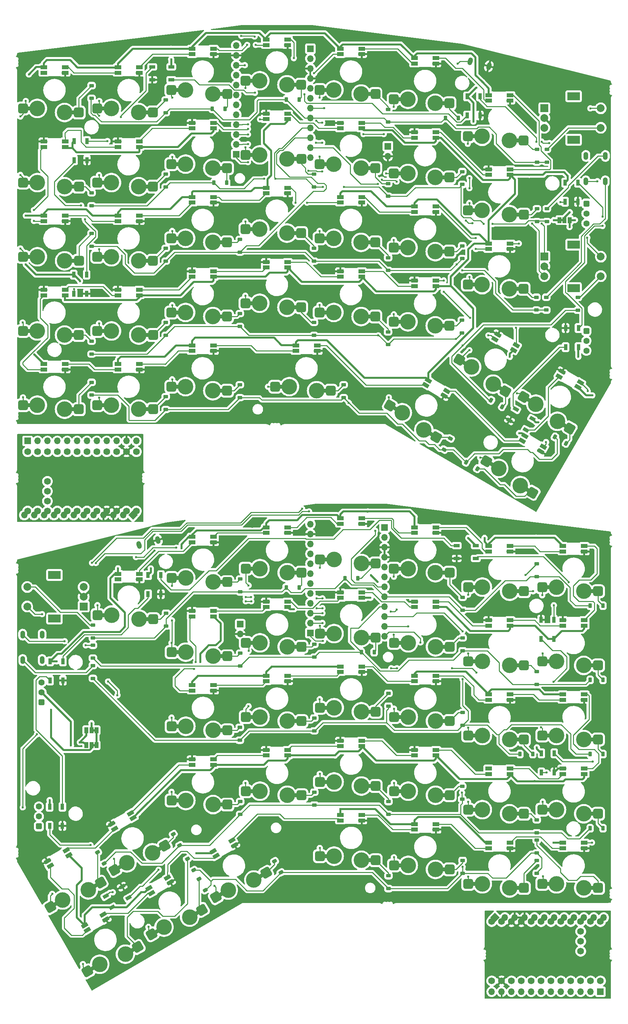
<source format=gbr>
%TF.GenerationSoftware,KiCad,Pcbnew,7.0.8*%
%TF.CreationDate,2024-02-17T13:20:42-05:00*%
%TF.ProjectId,ergothwack,6572676f-7468-4776-9163-6b2e6b696361,rev?*%
%TF.SameCoordinates,Original*%
%TF.FileFunction,Copper,L2,Bot*%
%TF.FilePolarity,Positive*%
%FSLAX46Y46*%
G04 Gerber Fmt 4.6, Leading zero omitted, Abs format (unit mm)*
G04 Created by KiCad (PCBNEW 7.0.8) date 2024-02-17 13:20:42*
%MOMM*%
%LPD*%
G01*
G04 APERTURE LIST*
G04 Aperture macros list*
%AMRoundRect*
0 Rectangle with rounded corners*
0 $1 Rounding radius*
0 $2 $3 $4 $5 $6 $7 $8 $9 X,Y pos of 4 corners*
0 Add a 4 corners polygon primitive as box body*
4,1,4,$2,$3,$4,$5,$6,$7,$8,$9,$2,$3,0*
0 Add four circle primitives for the rounded corners*
1,1,$1+$1,$2,$3*
1,1,$1+$1,$4,$5*
1,1,$1+$1,$6,$7*
1,1,$1+$1,$8,$9*
0 Add four rect primitives between the rounded corners*
20,1,$1+$1,$2,$3,$4,$5,0*
20,1,$1+$1,$4,$5,$6,$7,0*
20,1,$1+$1,$6,$7,$8,$9,0*
20,1,$1+$1,$8,$9,$2,$3,0*%
%AMHorizOval*
0 Thick line with rounded ends*
0 $1 width*
0 $2 $3 position (X,Y) of the first rounded end (center of the circle)*
0 $4 $5 position (X,Y) of the second rounded end (center of the circle)*
0 Add line between two ends*
20,1,$1,$2,$3,$4,$5,0*
0 Add two circle primitives to create the rounded ends*
1,1,$1,$2,$3*
1,1,$1,$4,$5*%
%AMRotRect*
0 Rectangle, with rotation*
0 The origin of the aperture is its center*
0 $1 length*
0 $2 width*
0 $3 Rotation angle, in degrees counterclockwise*
0 Add horizontal line*
21,1,$1,$2,0,0,$3*%
G04 Aperture macros list end*
%TA.AperFunction,ComponentPad*%
%ADD10R,1.700000X1.700000*%
%TD*%
%TA.AperFunction,ComponentPad*%
%ADD11O,1.700000X1.700000*%
%TD*%
%TA.AperFunction,ComponentPad*%
%ADD12RotRect,1.700000X1.700000X135.000000*%
%TD*%
%TA.AperFunction,ComponentPad*%
%ADD13RotRect,1.700000X1.700000X315.000000*%
%TD*%
%TA.AperFunction,ComponentPad*%
%ADD14C,1.752600*%
%TD*%
%TA.AperFunction,SMDPad,CuDef*%
%ADD15RoundRect,0.500000X-0.262019X-1.046170X1.037019X-0.296170X0.262019X1.046170X-1.037019X0.296170X0*%
%TD*%
%TA.AperFunction,SMDPad,CuDef*%
%ADD16RotRect,3.900000X1.000000X30.000000*%
%TD*%
%TA.AperFunction,ComponentPad*%
%ADD17C,4.000000*%
%TD*%
%TA.AperFunction,SMDPad,CuDef*%
%ADD18RotRect,3.750000X1.000000X30.000000*%
%TD*%
%TA.AperFunction,SMDPad,CuDef*%
%ADD19RoundRect,0.500000X-0.750000X-0.775000X0.750000X-0.775000X0.750000X0.775000X-0.750000X0.775000X0*%
%TD*%
%TA.AperFunction,SMDPad,CuDef*%
%ADD20R,3.900000X1.000000*%
%TD*%
%TA.AperFunction,SMDPad,CuDef*%
%ADD21R,3.750000X1.000000*%
%TD*%
%TA.AperFunction,SMDPad,CuDef*%
%ADD22RoundRect,0.225000X0.375000X-0.225000X0.375000X0.225000X-0.375000X0.225000X-0.375000X-0.225000X0*%
%TD*%
%TA.AperFunction,SMDPad,CuDef*%
%ADD23RoundRect,0.225000X0.437260X-0.007356X0.212260X0.382356X-0.437260X0.007356X-0.212260X-0.382356X0*%
%TD*%
%TA.AperFunction,SMDPad,CuDef*%
%ADD24RoundRect,0.225000X-0.225000X-0.375000X0.225000X-0.375000X0.225000X0.375000X-0.225000X0.375000X0*%
%TD*%
%TA.AperFunction,ComponentPad*%
%ADD25HorizOval,1.250000X-0.097057X0.362222X0.097057X-0.362222X0*%
%TD*%
%TA.AperFunction,SMDPad,CuDef*%
%ADD26RoundRect,0.225000X-0.382356X-0.212260X0.007356X-0.437260X0.382356X0.212260X-0.007356X0.437260X0*%
%TD*%
%TA.AperFunction,SMDPad,CuDef*%
%ADD27RoundRect,0.225000X0.212260X-0.382356X0.437260X0.007356X-0.212260X0.382356X-0.437260X-0.007356X0*%
%TD*%
%TA.AperFunction,ComponentPad*%
%ADD28C,1.600000*%
%TD*%
%TA.AperFunction,ComponentPad*%
%ADD29RoundRect,0.400000X0.400000X0.400000X-0.400000X0.400000X-0.400000X-0.400000X0.400000X-0.400000X0*%
%TD*%
%TA.AperFunction,SMDPad,CuDef*%
%ADD30R,1.700000X1.000000*%
%TD*%
%TA.AperFunction,SMDPad,CuDef*%
%ADD31RotRect,1.700000X1.000000X210.000000*%
%TD*%
%TA.AperFunction,SMDPad,CuDef*%
%ADD32RotRect,1.700000X1.000000X30.000000*%
%TD*%
%TA.AperFunction,SMDPad,CuDef*%
%ADD33RotRect,1.700000X1.000000X330.000000*%
%TD*%
%TA.AperFunction,SMDPad,CuDef*%
%ADD34RotRect,1.700000X1.000000X150.000000*%
%TD*%
%TA.AperFunction,SMDPad,CuDef*%
%ADD35R,0.900000X1.500000*%
%TD*%
%TA.AperFunction,SMDPad,CuDef*%
%ADD36R,1.500000X0.900000*%
%TD*%
%TA.AperFunction,SMDPad,CuDef*%
%ADD37RotRect,1.500000X0.900000X30.000000*%
%TD*%
%TA.AperFunction,ComponentPad*%
%ADD38O,1.250000X2.000000*%
%TD*%
%TA.AperFunction,ComponentPad*%
%ADD39RoundRect,0.400000X-0.400000X-0.400000X0.400000X-0.400000X0.400000X0.400000X-0.400000X0.400000X0*%
%TD*%
%TA.AperFunction,ComponentPad*%
%ADD40R,2.000000X2.000000*%
%TD*%
%TA.AperFunction,ComponentPad*%
%ADD41C,2.000000*%
%TD*%
%TA.AperFunction,ComponentPad*%
%ADD42R,3.200000X2.000000*%
%TD*%
%TA.AperFunction,SMDPad,CuDef*%
%ADD43R,1.000000X1.500000*%
%TD*%
%TA.AperFunction,SMDPad,CuDef*%
%ADD44RotRect,1.500000X0.900000X150.000000*%
%TD*%
%TA.AperFunction,ComponentPad*%
%ADD45HorizOval,1.250000X-0.097057X-0.362222X0.097057X0.362222X0*%
%TD*%
%TA.AperFunction,SMDPad,CuDef*%
%ADD46RoundRect,0.500000X-1.037019X-0.296170X0.262019X-1.046170X1.037019X0.296170X-0.262019X1.046170X0*%
%TD*%
%TA.AperFunction,SMDPad,CuDef*%
%ADD47RotRect,3.750000X1.000000X330.000000*%
%TD*%
%TA.AperFunction,SMDPad,CuDef*%
%ADD48RotRect,3.900000X1.000000X330.000000*%
%TD*%
%TA.AperFunction,ViaPad*%
%ADD49C,0.600000*%
%TD*%
%TA.AperFunction,Conductor*%
%ADD50C,0.500000*%
%TD*%
%TA.AperFunction,Conductor*%
%ADD51C,0.250000*%
%TD*%
G04 APERTURE END LIST*
%TA.AperFunction,EtchedComponent*%
%TO.C,R-LED-JP1*%
G36*
X41715000Y-198214191D02*
G01*
X41215000Y-198214191D01*
X41215000Y-197614191D01*
X41715000Y-197614191D01*
X41715000Y-198214191D01*
G37*
%TD.AperFunction*%
%TA.AperFunction,EtchedComponent*%
%TO.C,R-CRQ-JP1*%
G36*
X41715000Y-194379191D02*
G01*
X41215000Y-194379191D01*
X41215000Y-193779191D01*
X41715000Y-193779191D01*
X41715000Y-194379191D01*
G37*
%TD.AperFunction*%
%TA.AperFunction,EtchedComponent*%
%TO.C,L-LED-JP1*%
G36*
X161964000Y-63353496D02*
G01*
X161464000Y-63353496D01*
X161464000Y-62753496D01*
X161964000Y-62753496D01*
X161964000Y-63353496D01*
G37*
%TD.AperFunction*%
%TD*%
D10*
%TO.P,J4,1,Pin_1*%
%TO.N,Net-(J4-Pin_1)*%
X24396997Y-119775628D03*
D11*
%TO.P,J4,2,Pin_2*%
%TO.N,Net-(J4-Pin_2)*%
X26936997Y-119775628D03*
%TO.P,J4,3,Pin_3*%
%TO.N,Net-(J4-Pin_3)*%
X29476997Y-119775628D03*
%TO.P,J4,4,Pin_4*%
%TO.N,Net-(J4-Pin_4)*%
X32016997Y-119775628D03*
%TO.P,J4,5,Pin_5*%
%TO.N,Net-(J4-Pin_5)*%
X34556997Y-119775628D03*
%TO.P,J4,6,Pin_6*%
%TO.N,Net-(J4-Pin_6)*%
X37096997Y-119775628D03*
%TO.P,J4,7,Pin_7*%
%TO.N,Net-(J4-Pin_7)*%
X39636997Y-119775628D03*
%TO.P,J4,8,Pin_8*%
%TO.N,Net-(J4-Pin_8)*%
X42176997Y-119775628D03*
%TO.P,J4,9,Pin_9*%
%TO.N,Net-(J4-Pin_9)*%
X44716997Y-119775628D03*
%TO.P,J4,10,Pin_10*%
%TO.N,Net-(J4-Pin_10)*%
X47256997Y-119775628D03*
%TO.P,J4,11,Pin_11*%
%TO.N,GND1*%
X49796997Y-119775628D03*
%TO.P,J4,12,Pin_12*%
%TO.N,Net-(J4-Pin_12)*%
X52336997Y-119775628D03*
%TD*%
D12*
%TO.P,R-n!n-L-Adapter1,1,Pin_1*%
%TO.N,Net-(R-n!n-L-Adapter1-Pin_1)*%
X144520000Y-242170000D03*
D11*
%TO.P,R-n!n-L-Adapter1,2,Pin_2*%
%TO.N,Net-(R-n!n-L-Adapter1-Pin_2)*%
X147060000Y-242170000D03*
%TO.P,R-n!n-L-Adapter1,3,Pin_3*%
%TO.N,GND2*%
X149600000Y-242170000D03*
%TO.P,R-n!n-L-Adapter1,4,Pin_4*%
X152140000Y-242170000D03*
%TO.P,R-n!n-L-Adapter1,5,Pin_5*%
%TO.N,Net-(R-n!n-L-Adapter1-Pin_5)*%
X154680000Y-242170000D03*
%TO.P,R-n!n-L-Adapter1,6,Pin_6*%
%TO.N,Net-(R-n!n-L-Adapter1-Pin_6)*%
X157220000Y-242170000D03*
%TO.P,R-n!n-L-Adapter1,7,Pin_7*%
%TO.N,Net-(R-n!n-L-Adapter1-Pin_7)*%
X159760000Y-242170000D03*
%TO.P,R-n!n-L-Adapter1,8,Pin_8*%
%TO.N,Net-(R-n!n-L-Adapter1-Pin_8)*%
X162300000Y-242170000D03*
%TO.P,R-n!n-L-Adapter1,9,Pin_9*%
%TO.N,Net-(R-n!n-L-Adapter1-Pin_9)*%
X164840000Y-242170000D03*
%TO.P,R-n!n-L-Adapter1,10,Pin_10*%
%TO.N,Net-(R-n!n-L-Adapter1-Pin_10)*%
X167380000Y-242170000D03*
%TO.P,R-n!n-L-Adapter1,11,Pin_11*%
%TO.N,Net-(R-n!n-L-Adapter1-Pin_11)*%
X169920000Y-242170000D03*
%TO.P,R-n!n-L-Adapter1,12,Pin_12*%
%TO.N,Net-(R-n!n-L-Adapter1-Pin_12)*%
X172460000Y-242170000D03*
%TD*%
%TO.P,J1,12,Pin_12*%
%TO.N,Net-(J1-Pin_12)*%
X143680000Y-261220000D03*
%TO.P,J1,11,Pin_11*%
%TO.N,GND2*%
X146220000Y-261220000D03*
%TO.P,J1,10,Pin_10*%
%TO.N,Net-(J1-Pin_10)*%
X148760000Y-261220000D03*
%TO.P,J1,9,Pin_9*%
%TO.N,Net-(J1-Pin_9)*%
X151300000Y-261220000D03*
%TO.P,J1,8,Pin_8*%
%TO.N,Net-(J1-Pin_8)*%
X153840000Y-261220000D03*
%TO.P,J1,7,Pin_7*%
%TO.N,Net-(J1-Pin_7)*%
X156380000Y-261220000D03*
%TO.P,J1,6,Pin_6*%
%TO.N,Net-(J1-Pin_6)*%
X158920000Y-261220000D03*
%TO.P,J1,5,Pin_5*%
%TO.N,Net-(J1-Pin_5)*%
X161460000Y-261220000D03*
%TO.P,J1,4,Pin_4*%
%TO.N,Net-(J1-Pin_4)*%
X164000000Y-261220000D03*
%TO.P,J1,3,Pin_3*%
%TO.N,Net-(J1-Pin_3)*%
X166540000Y-261220000D03*
%TO.P,J1,2,Pin_2*%
%TO.N,Net-(J1-Pin_2)*%
X169080000Y-261220000D03*
D10*
%TO.P,J1,1,Pin_1*%
%TO.N,Net-(J1-Pin_1)*%
X171620000Y-261220000D03*
%TD*%
D13*
%TO.P,L-n!n-L-Adapter1,1,Pin_1*%
%TO.N,Net-(L-n!n-L-Adapter1-Pin_1)*%
X51486997Y-138825628D03*
D11*
%TO.P,L-n!n-L-Adapter1,2,Pin_2*%
%TO.N,Net-(L-n!n-L-Adapter1-Pin_2)*%
X48946997Y-138825628D03*
%TO.P,L-n!n-L-Adapter1,3,Pin_3*%
%TO.N,GND1*%
X46406997Y-138825628D03*
%TO.P,L-n!n-L-Adapter1,4,Pin_4*%
X43866997Y-138825628D03*
%TO.P,L-n!n-L-Adapter1,5,Pin_5*%
%TO.N,Net-(L-n!n-L-Adapter1-Pin_5)*%
X41326997Y-138825628D03*
%TO.P,L-n!n-L-Adapter1,6,Pin_6*%
%TO.N,Net-(L-n!n-L-Adapter1-Pin_6)*%
X38786997Y-138825628D03*
%TO.P,L-n!n-L-Adapter1,7,Pin_7*%
%TO.N,Net-(L-n!n-L-Adapter1-Pin_7)*%
X36246997Y-138825628D03*
%TO.P,L-n!n-L-Adapter1,8,Pin_8*%
%TO.N,Net-(L-n!n-L-Adapter1-Pin_8)*%
X33706997Y-138825628D03*
%TO.P,L-n!n-L-Adapter1,9,Pin_9*%
%TO.N,Net-(L-n!n-L-Adapter1-Pin_9)*%
X31166997Y-138825628D03*
%TO.P,L-n!n-L-Adapter1,10,Pin_10*%
%TO.N,Net-(L-n!n-L-Adapter1-Pin_10)*%
X28626997Y-138825628D03*
%TO.P,L-n!n-L-Adapter1,11,Pin_11*%
%TO.N,Net-(L-n!n-L-Adapter1-Pin_11)*%
X26086997Y-138825628D03*
%TO.P,L-n!n-L-Adapter1,12,Pin_12*%
%TO.N,Net-(L-n!n-L-Adapter1-Pin_12)*%
X23546997Y-138825628D03*
%TD*%
D14*
%TO.P,R-n!n1,33,P1.07*%
%TO.N,unconnected-(R-n!n1-P1.07-Pad33)*%
X166540000Y-250830000D03*
%TO.P,R-n!n1,32,P1.02*%
%TO.N,unconnected-(R-n!n1-P1.02-Pad32)*%
X166540000Y-248290000D03*
%TO.P,R-n!n1,31,P1.01*%
%TO.N,unconnected-(R-n!n1-P1.01-Pad31)*%
X166540000Y-245750000D03*
%TO.P,R-n!n1,24,BATIN/P0.04*%
%TO.N,Net-(J1-Pin_12)*%
X143680000Y-258450000D03*
%TO.P,R-n!n1,23,GND*%
%TO.N,GND2*%
X146220000Y-258450000D03*
%TO.P,R-n!n1,22,RST*%
%TO.N,Net-(J1-Pin_10)*%
X148760000Y-258450000D03*
%TO.P,R-n!n1,21,VCC*%
%TO.N,Net-(J1-Pin_9)*%
X151300000Y-258450000D03*
%TO.P,R-n!n1,20,AIN7/P0.31*%
%TO.N,Net-(J1-Pin_8)*%
X153840000Y-258450000D03*
%TO.P,R-n!n1,19,AIN5/P0.29*%
%TO.N,Net-(J1-Pin_7)*%
X156380000Y-258450000D03*
%TO.P,R-n!n1,18,AIN0/P0.02*%
%TO.N,Net-(J1-Pin_6)*%
X158920000Y-258450000D03*
%TO.P,R-n!n1,17,P1.15*%
%TO.N,Net-(J1-Pin_5)*%
X161460000Y-258450000D03*
%TO.P,R-n!n1,16,P1.13*%
%TO.N,Net-(J1-Pin_4)*%
X164000000Y-258450000D03*
%TO.P,R-n!n1,15,P1.11*%
%TO.N,Net-(J1-Pin_3)*%
X166540000Y-258450000D03*
%TO.P,R-n!n1,14,NFC2/P0.10*%
%TO.N,Net-(J1-Pin_2)*%
X169080000Y-258450000D03*
%TO.P,R-n!n1,13,NFC1/P0.09*%
%TO.N,Net-(J1-Pin_1)*%
X171620000Y-258450000D03*
%TO.P,R-n!n1,12,P1.06*%
%TO.N,Net-(R-n!n-L-Adapter1-Pin_12)*%
X171620000Y-243210000D03*
%TO.P,R-n!n1,11,P1.04*%
%TO.N,Net-(R-n!n-L-Adapter1-Pin_11)*%
X169080000Y-243210000D03*
%TO.P,R-n!n1,10,P0.11*%
%TO.N,Net-(R-n!n-L-Adapter1-Pin_10)*%
X166540000Y-243210000D03*
%TO.P,R-n!n1,9,P1.00*%
%TO.N,Net-(R-n!n-L-Adapter1-Pin_9)*%
X164000000Y-243210000D03*
%TO.P,R-n!n1,8,P0.24*%
%TO.N,Net-(R-n!n-L-Adapter1-Pin_8)*%
X161460000Y-243210000D03*
%TO.P,R-n!n1,7,P0.22*%
%TO.N,Net-(R-n!n-L-Adapter1-Pin_7)*%
X158920000Y-243210000D03*
%TO.P,R-n!n1,6,P0.20*%
%TO.N,Net-(R-n!n-L-Adapter1-Pin_6)*%
X156380000Y-243210000D03*
%TO.P,R-n!n1,5,P0.17*%
%TO.N,Net-(R-n!n-L-Adapter1-Pin_5)*%
X153840000Y-243210000D03*
%TO.P,R-n!n1,4,GND*%
%TO.N,GND2*%
X151300000Y-243210000D03*
%TO.P,R-n!n1,3,GND*%
X148760000Y-243210000D03*
%TO.P,R-n!n1,2,RX1/P0.08*%
%TO.N,Net-(R-n!n-L-Adapter1-Pin_2)*%
X146220000Y-243210000D03*
%TO.P,R-n!n1,1,TX0/P0.06*%
%TO.N,Net-(R-n!n-L-Adapter1-Pin_1)*%
X143680000Y-243210000D03*
%TD*%
%TO.P,L-n!n1,1,TX0/P0.06*%
%TO.N,Net-(L-n!n-L-Adapter1-Pin_1)*%
X52356997Y-137785628D03*
%TO.P,L-n!n1,2,RX1/P0.08*%
%TO.N,Net-(L-n!n-L-Adapter1-Pin_2)*%
X49816997Y-137785628D03*
%TO.P,L-n!n1,3,GND*%
%TO.N,GND1*%
X47276997Y-137785628D03*
%TO.P,L-n!n1,4,GND*%
X44736997Y-137785628D03*
%TO.P,L-n!n1,5,P0.17*%
%TO.N,Net-(L-n!n-L-Adapter1-Pin_5)*%
X42196997Y-137785628D03*
%TO.P,L-n!n1,6,P0.20*%
%TO.N,Net-(L-n!n-L-Adapter1-Pin_6)*%
X39656997Y-137785628D03*
%TO.P,L-n!n1,7,P0.22*%
%TO.N,Net-(L-n!n-L-Adapter1-Pin_7)*%
X37116997Y-137785628D03*
%TO.P,L-n!n1,8,P0.24*%
%TO.N,Net-(L-n!n-L-Adapter1-Pin_8)*%
X34576997Y-137785628D03*
%TO.P,L-n!n1,9,P1.00*%
%TO.N,Net-(L-n!n-L-Adapter1-Pin_9)*%
X32036997Y-137785628D03*
%TO.P,L-n!n1,10,P0.11*%
%TO.N,Net-(L-n!n-L-Adapter1-Pin_10)*%
X29496997Y-137785628D03*
%TO.P,L-n!n1,11,P1.04*%
%TO.N,Net-(L-n!n-L-Adapter1-Pin_11)*%
X26956997Y-137785628D03*
%TO.P,L-n!n1,12,P1.06*%
%TO.N,Net-(L-n!n-L-Adapter1-Pin_12)*%
X24416997Y-137785628D03*
%TO.P,L-n!n1,13,NFC1/P0.09*%
%TO.N,Net-(J4-Pin_1)*%
X24416997Y-122545628D03*
%TO.P,L-n!n1,14,NFC2/P0.10*%
%TO.N,Net-(J4-Pin_2)*%
X26956997Y-122545628D03*
%TO.P,L-n!n1,15,P1.11*%
%TO.N,Net-(J4-Pin_3)*%
X29496997Y-122545628D03*
%TO.P,L-n!n1,16,P1.13*%
%TO.N,Net-(J4-Pin_4)*%
X32036997Y-122545628D03*
%TO.P,L-n!n1,17,P1.15*%
%TO.N,Net-(J4-Pin_5)*%
X34576997Y-122545628D03*
%TO.P,L-n!n1,18,AIN0/P0.02*%
%TO.N,Net-(J4-Pin_6)*%
X37116997Y-122545628D03*
%TO.P,L-n!n1,19,AIN5/P0.29*%
%TO.N,Net-(J4-Pin_7)*%
X39656997Y-122545628D03*
%TO.P,L-n!n1,20,AIN7/P0.31*%
%TO.N,Net-(J4-Pin_8)*%
X42196997Y-122545628D03*
%TO.P,L-n!n1,21,VCC*%
%TO.N,Net-(J4-Pin_9)*%
X44736997Y-122545628D03*
%TO.P,L-n!n1,22,RST*%
%TO.N,Net-(J4-Pin_10)*%
X47276997Y-122545628D03*
%TO.P,L-n!n1,23,GND*%
%TO.N,GND1*%
X49816997Y-122545628D03*
%TO.P,L-n!n1,24,BATIN/P0.04*%
%TO.N,Net-(J4-Pin_12)*%
X52356997Y-122545628D03*
%TO.P,L-n!n1,31,P1.01*%
%TO.N,unconnected-(L-n!n1-P1.01-Pad31)*%
X29496997Y-135245628D03*
%TO.P,L-n!n1,32,P1.02*%
%TO.N,unconnected-(L-n!n1-P1.02-Pad32)*%
X29496997Y-132705628D03*
%TO.P,L-n!n1,33,P1.07*%
%TO.N,unconnected-(L-n!n1-P1.07-Pad33)*%
X29496997Y-130165628D03*
%TD*%
D15*
%TO.P,R-SW23,1,1*%
%TO.N,R-col1*%
X46736845Y-229964010D03*
D16*
X48230739Y-229101510D03*
D17*
X49919488Y-228126510D03*
%TO.P,R-SW23,2,2*%
%TO.N,Net-(R-D23-A)*%
X56506666Y-225535837D03*
D18*
X58130464Y-224598337D03*
D15*
X59689309Y-223698337D03*
%TD*%
D19*
%TO.P,R-SW1,1,1*%
%TO.N,R-col1*%
X42345000Y-164486191D03*
D20*
X44070000Y-164486191D03*
D17*
X46020000Y-164486191D03*
%TO.P,R-SW1,2,2*%
%TO.N,Net-(R-D1-A)*%
X53020000Y-165536191D03*
D21*
X54895000Y-165536191D03*
D19*
X56695000Y-165536191D03*
%TD*%
D22*
%TO.P,R-D36,1,K*%
%TO.N,R-row4*%
X155242000Y-225599191D03*
%TO.P,R-D36,2,A*%
%TO.N,Net-(R-D36-A)*%
X155242000Y-222299191D03*
%TD*%
%TO.P,R-D35,1,K*%
%TO.N,R-row4*%
X155242000Y-230805191D03*
%TO.P,R-D35,2,A*%
%TO.N,Net-(R-D35-A)*%
X155242000Y-227505191D03*
%TD*%
%TO.P,R-D34,1,K*%
%TO.N,R-row4*%
X136192000Y-230805191D03*
%TO.P,R-D34,2,A*%
%TO.N,Net-(R-D34-A)*%
X136192000Y-227505191D03*
%TD*%
%TO.P,R-D33,1,K*%
%TO.N,R-row4*%
X117142000Y-234743191D03*
%TO.P,R-D33,2,A*%
%TO.N,Net-(R-D33-A)*%
X117142000Y-231443191D03*
%TD*%
D23*
%TO.P,R-D32,1,K*%
%TO.N,R-row4*%
X89519000Y-230585133D03*
%TO.P,R-D32,2,A*%
%TO.N,Net-(R-D32-A)*%
X87869000Y-227727249D03*
%TD*%
%TO.P,R-D31,1,K*%
%TO.N,R-row4*%
X70088000Y-235157133D03*
%TO.P,R-D31,2,A*%
%TO.N,Net-(R-D31-A)*%
X68438000Y-232299249D03*
%TD*%
%TO.P,R-D30,1,K*%
%TO.N,R-row4*%
X67103000Y-229982075D03*
%TO.P,R-D30,2,A*%
%TO.N,Net-(R-D30-A)*%
X65453000Y-227124191D03*
%TD*%
D24*
%TO.P,R-D29,1,K*%
%TO.N,R-row3*%
X168959000Y-219250191D03*
%TO.P,R-D29,2,A*%
%TO.N,Net-(R-D29-A)*%
X172259000Y-219250191D03*
%TD*%
D22*
%TO.P,R-D28,1,K*%
%TO.N,R-row3*%
X155242000Y-220392191D03*
%TO.P,R-D28,2,A*%
%TO.N,Net-(R-D28-A)*%
X155242000Y-217092191D03*
%TD*%
%TO.P,R-D27,1,K*%
%TO.N,R-row3*%
X136065000Y-211755191D03*
%TO.P,R-D27,2,A*%
%TO.N,Net-(R-D27-A)*%
X136065000Y-208455191D03*
%TD*%
%TO.P,R-D26,1,K*%
%TO.N,R-row3*%
X117142000Y-215692191D03*
%TO.P,R-D26,2,A*%
%TO.N,Net-(R-D26-A)*%
X117142000Y-212392191D03*
%TD*%
%TO.P,R-D25,1,K*%
%TO.N,R-row3*%
X98092000Y-213281191D03*
%TO.P,R-D25,2,A*%
%TO.N,Net-(R-D25-A)*%
X98092000Y-209981191D03*
%TD*%
%TO.P,R-D24,1,K*%
%TO.N,R-row3*%
X79042000Y-215693191D03*
%TO.P,R-D24,2,A*%
%TO.N,Net-(R-D24-A)*%
X79042000Y-212393191D03*
%TD*%
D23*
%TO.P,R-D23,1,K*%
%TO.N,R-row3*%
X63484000Y-223600133D03*
%TO.P,R-D23,2,A*%
%TO.N,Net-(R-D23-A)*%
X61834000Y-220742249D03*
%TD*%
%TO.P,R-D22,1,K*%
%TO.N,R-row3*%
X44053000Y-228299133D03*
%TO.P,R-D22,2,A*%
%TO.N,Net-(R-D22-A)*%
X42403000Y-225441249D03*
%TD*%
D24*
%TO.P,R-D21,1,K*%
%TO.N,R-row2*%
X168958000Y-200200191D03*
%TO.P,R-D21,2,A*%
%TO.N,Net-(R-D21-A)*%
X172258000Y-200200191D03*
%TD*%
%TO.P,R-D20,1,K*%
%TO.N,R-row2*%
X150925000Y-200200191D03*
%TO.P,R-D20,2,A*%
%TO.N,Net-(R-D20-A)*%
X154225000Y-200200191D03*
%TD*%
D22*
%TO.P,R-D19,1,K*%
%TO.N,R-row2*%
X136192000Y-192833191D03*
%TO.P,R-D19,2,A*%
%TO.N,Net-(R-D19-A)*%
X136192000Y-189533191D03*
%TD*%
%TO.P,R-D18,1,K*%
%TO.N,R-row2*%
X117142000Y-187880191D03*
%TO.P,R-D18,2,A*%
%TO.N,Net-(R-D18-A)*%
X117142000Y-184580191D03*
%TD*%
%TO.P,R-D17,1,K*%
%TO.N,R-row2*%
X98092000Y-194229191D03*
%TO.P,R-D17,2,A*%
%TO.N,Net-(R-D17-A)*%
X98092000Y-190929191D03*
%TD*%
%TO.P,R-D16,1,K*%
%TO.N,R-row2*%
X78915000Y-196643191D03*
%TO.P,R-D16,2,A*%
%TO.N,Net-(R-D16-A)*%
X78915000Y-193343191D03*
%TD*%
%TO.P,R-D15,1,K*%
%TO.N,R-row2*%
X41196000Y-180756191D03*
%TO.P,R-D15,2,A*%
%TO.N,Net-(R-D15-A)*%
X41196000Y-177456191D03*
%TD*%
D24*
%TO.P,R-D14,1,K*%
%TO.N,R-row1*%
X168959000Y-181150191D03*
%TO.P,R-D14,2,A*%
%TO.N,Net-(R-D14-A)*%
X172259000Y-181150191D03*
%TD*%
D22*
%TO.P,R-D13,1,K*%
%TO.N,R-row1*%
X155242000Y-182292191D03*
%TO.P,R-D13,2,A*%
%TO.N,Net-(R-D13-A)*%
X155242000Y-178992191D03*
%TD*%
%TO.P,R-D12,1,K*%
%TO.N,R-row1*%
X136192000Y-173656191D03*
%TO.P,R-D12,2,A*%
%TO.N,Net-(R-D12-A)*%
X136192000Y-170356191D03*
%TD*%
D24*
%TO.P,R-D11,1,K*%
%TO.N,R-row1*%
X110157000Y-174038191D03*
%TO.P,R-D11,2,A*%
%TO.N,Net-(R-D11-A)*%
X113457000Y-174038191D03*
%TD*%
D22*
%TO.P,R-D10,1,K*%
%TO.N,R-row1*%
X98092000Y-175307191D03*
%TO.P,R-D10,2,A*%
%TO.N,Net-(R-D10-A)*%
X98092000Y-172007191D03*
%TD*%
%TO.P,R-D9,1,K*%
%TO.N,R-row1*%
X79042000Y-177594191D03*
%TO.P,R-D9,2,A*%
%TO.N,Net-(R-D9-A)*%
X79042000Y-174294191D03*
%TD*%
%TO.P,R-D8,1,K*%
%TO.N,R-row1*%
X41200000Y-175563691D03*
%TO.P,R-D8,2,A*%
%TO.N,Net-(R-D8-A)*%
X41200000Y-172263691D03*
%TD*%
D24*
%TO.P,R-D7,1,K*%
%TO.N,R-row0*%
X168959000Y-162100191D03*
%TO.P,R-D7,2,A*%
%TO.N,Net-(R-D7-A)*%
X172259000Y-162100191D03*
%TD*%
D22*
%TO.P,R-D6,1,K*%
%TO.N,R-row0*%
X155242000Y-154606191D03*
%TO.P,R-D6,2,A*%
%TO.N,Net-(R-D6-A)*%
X155242000Y-151306191D03*
%TD*%
%TO.P,R-D5,1,K*%
%TO.N,R-row0*%
X136192000Y-163242191D03*
%TO.P,R-D5,2,A*%
%TO.N,Net-(R-D5-A)*%
X136192000Y-159942191D03*
%TD*%
D24*
%TO.P,R-D4,1,K*%
%TO.N,R-row0*%
X105932500Y-155016191D03*
%TO.P,R-D4,2,A*%
%TO.N,Net-(R-D4-A)*%
X109232500Y-155016191D03*
%TD*%
%TO.P,R-D3,1,K*%
%TO.N,R-row0*%
X90854000Y-157401191D03*
%TO.P,R-D3,2,A*%
%TO.N,Net-(R-D3-A)*%
X94154000Y-157401191D03*
%TD*%
D22*
%TO.P,R-D2,1,K*%
%TO.N,R-row0*%
X79030000Y-158543191D03*
%TO.P,R-D2,2,A*%
%TO.N,Net-(R-D2-A)*%
X79030000Y-155243191D03*
%TD*%
%TO.P,R-D1,1,K*%
%TO.N,R-row0*%
X59992000Y-167306191D03*
%TO.P,R-D1,2,A*%
%TO.N,Net-(R-D1-A)*%
X59992000Y-164006191D03*
%TD*%
%TO.P,R-D0,1,K*%
%TO.N,R-row0*%
X41196000Y-170355191D03*
%TO.P,R-D0,2,A*%
%TO.N,Net-(R-D0-A)*%
X41196000Y-167055191D03*
%TD*%
D25*
%TO.P,R-TS-RST1,1,1*%
%TO.N,R-reset*%
X53075185Y-146493239D03*
%TO.P,R-TS-RST1,2,2*%
%TO.N,GNDA*%
X57904815Y-145199143D03*
%TD*%
D10*
%TO.P,R-n!n-L-Socket1,1,Pin_1*%
%TO.N,R-LED*%
X116150000Y-141986191D03*
D11*
%TO.P,R-n!n-L-Socket1,2,Pin_2*%
%TO.N,R-RE0-A*%
X116150000Y-144526191D03*
%TO.P,R-n!n-L-Socket1,3,Pin_3*%
%TO.N,GNDA*%
X116150000Y-147066191D03*
%TO.P,R-n!n-L-Socket1,4,Pin_4*%
X116150000Y-149606191D03*
%TO.P,R-n!n-L-Socket1,5,Pin_5*%
%TO.N,R-SDA*%
X116150000Y-152146191D03*
%TO.P,R-n!n-L-Socket1,6,Pin_6*%
%TO.N,R-SCL*%
X116150000Y-154686191D03*
%TO.P,R-n!n-L-Socket1,7,Pin_7*%
%TO.N,R-RE0-B*%
X116150000Y-157226191D03*
%TO.P,R-n!n-L-Socket1,8,Pin_8*%
%TO.N,R-row0*%
X116150000Y-159766191D03*
%TO.P,R-n!n-L-Socket1,9,Pin_9*%
%TO.N,R-row1*%
X116150000Y-162306191D03*
%TO.P,R-n!n-L-Socket1,10,Pin_10*%
%TO.N,R-row2*%
X116150000Y-164846191D03*
%TO.P,R-n!n-L-Socket1,11,Pin_11*%
%TO.N,R-row3*%
X116150000Y-167386191D03*
%TO.P,R-n!n-L-Socket1,12,Pin_12*%
%TO.N,R-row4*%
X116150000Y-169926191D03*
%TD*%
D10*
%TO.P,J2,1,Pin_1*%
%TO.N,R-col7*%
X97100000Y-169076191D03*
D11*
%TO.P,J2,2,Pin_2*%
%TO.N,R-col6*%
X97100000Y-166536191D03*
%TO.P,J2,3,Pin_3*%
%TO.N,R-col5*%
X97100000Y-163996191D03*
%TO.P,J2,4,Pin_4*%
%TO.N,R-col4*%
X97100000Y-161456191D03*
%TO.P,J2,5,Pin_5*%
%TO.N,R-col3*%
X97100000Y-158916191D03*
%TO.P,J2,6,Pin_6*%
%TO.N,R-col2*%
X97100000Y-156376191D03*
%TO.P,J2,7,Pin_7*%
%TO.N,R-col1*%
X97100000Y-153836191D03*
%TO.P,J2,8,Pin_8*%
%TO.N,R-col0*%
X97100000Y-151296191D03*
%TO.P,J2,9,Pin_9*%
%TO.N,VDD*%
X97100000Y-148756191D03*
%TO.P,J2,10,Pin_10*%
%TO.N,R-reset*%
X97100000Y-146216191D03*
%TO.P,J2,11,Pin_11*%
%TO.N,GNDA*%
X97100000Y-143676191D03*
%TO.P,J2,12,Pin_12*%
%TO.N,R-RAW*%
X97100000Y-141136191D03*
%TD*%
D26*
%TO.P,L-D38,2,A*%
%TO.N,Net-(L-D38-A)*%
X162758942Y-120392496D03*
%TO.P,L-D38,1,K*%
%TO.N,L-row4*%
X159901058Y-118742496D03*
%TD*%
%TO.P,L-D37,2,A*%
%TO.N,Net-(L-D37-A)*%
X139958942Y-126892496D03*
%TO.P,L-D37,1,K*%
%TO.N,L-row4*%
X137101058Y-125242496D03*
%TD*%
D27*
%TO.P,L-D36,2,A*%
%TO.N,Net-(L-D36-A)*%
X133055000Y-119138554D03*
%TO.P,L-D36,1,K*%
%TO.N,L-row4*%
X131405000Y-121996438D03*
%TD*%
D22*
%TO.P,L-D35,2,A*%
%TO.N,Net-(L-D35-A)*%
X105625000Y-105345496D03*
%TO.P,L-D35,1,K*%
%TO.N,L-row4*%
X105625000Y-108645496D03*
%TD*%
%TO.P,L-D34,2,A*%
%TO.N,Net-(L-D34-A)*%
X78955000Y-105345496D03*
%TO.P,L-D34,1,K*%
%TO.N,L-row4*%
X78955000Y-108645496D03*
%TD*%
%TO.P,L-D33,2,A*%
%TO.N,Net-(L-D33-A)*%
X59905000Y-108393496D03*
%TO.P,L-D33,1,K*%
%TO.N,L-row4*%
X59905000Y-111693496D03*
%TD*%
%TO.P,L-D32,2,A*%
%TO.N,Net-(L-D32-A)*%
X40855000Y-104710496D03*
%TO.P,L-D32,1,K*%
%TO.N,L-row4*%
X40855000Y-108010496D03*
%TD*%
%TO.P,L-D31,2,A*%
%TO.N,Net-(L-D31-A)*%
X165830000Y-82917496D03*
%TO.P,L-D31,1,K*%
%TO.N,L-row3*%
X165830000Y-86217496D03*
%TD*%
D26*
%TO.P,L-D30,2,A*%
%TO.N,Net-(L-D30-A)*%
X146358942Y-110992496D03*
%TO.P,L-D30,1,K*%
%TO.N,L-row3*%
X143501058Y-109342496D03*
%TD*%
D22*
%TO.P,L-D29,2,A*%
%TO.N,Net-(L-D29-A)*%
X136050000Y-88727496D03*
%TO.P,L-D29,1,K*%
%TO.N,L-row3*%
X136050000Y-92027496D03*
%TD*%
%TO.P,L-D28,2,A*%
%TO.N,Net-(L-D28-A)*%
X117020000Y-91756496D03*
%TO.P,L-D28,1,K*%
%TO.N,L-row3*%
X117020000Y-95056496D03*
%TD*%
%TO.P,L-D27,2,A*%
%TO.N,Net-(L-D27-A)*%
X97990000Y-89342496D03*
%TO.P,L-D27,1,K*%
%TO.N,L-row3*%
X97990000Y-92642496D03*
%TD*%
%TO.P,L-D26,2,A*%
%TO.N,Net-(L-D26-A)*%
X78955000Y-87056496D03*
%TO.P,L-D26,1,K*%
%TO.N,L-row3*%
X78955000Y-90356496D03*
%TD*%
%TO.P,L-D25,2,A*%
%TO.N,Net-(L-D25-A)*%
X59905000Y-89342496D03*
%TO.P,L-D25,1,K*%
%TO.N,L-row3*%
X59905000Y-92642496D03*
%TD*%
%TO.P,L-D24,2,A*%
%TO.N,Net-(L-D24-A)*%
X40855000Y-94168496D03*
%TO.P,L-D24,1,K*%
%TO.N,L-row3*%
X40855000Y-97468496D03*
%TD*%
%TO.P,L-D23,2,A*%
%TO.N,Net-(L-D23-A)*%
X157695000Y-82866496D03*
%TO.P,L-D23,1,K*%
%TO.N,L-row2*%
X157695000Y-86166496D03*
%TD*%
%TO.P,L-D22,2,A*%
%TO.N,Net-(L-D22-A)*%
X155155000Y-82866496D03*
%TO.P,L-D22,1,K*%
%TO.N,L-row2*%
X155155000Y-86166496D03*
%TD*%
%TO.P,L-D21,2,A*%
%TO.N,Net-(L-D21-A)*%
X136105000Y-69658496D03*
%TO.P,L-D21,1,K*%
%TO.N,L-row2*%
X136105000Y-72958496D03*
%TD*%
%TO.P,L-D20,2,A*%
%TO.N,Net-(L-D20-A)*%
X117055000Y-72705496D03*
%TO.P,L-D20,1,K*%
%TO.N,L-row2*%
X117055000Y-76005496D03*
%TD*%
%TO.P,L-D19,2,A*%
%TO.N,Net-(L-D19-A)*%
X98005000Y-70292496D03*
%TO.P,L-D19,1,K*%
%TO.N,L-row2*%
X98005000Y-73592496D03*
%TD*%
%TO.P,L-D18,2,A*%
%TO.N,Net-(L-D18-A)*%
X78955000Y-68007496D03*
%TO.P,L-D18,1,K*%
%TO.N,L-row2*%
X78955000Y-71307496D03*
%TD*%
%TO.P,L-D17,2,A*%
%TO.N,Net-(L-D17-A)*%
X59905000Y-70293496D03*
%TO.P,L-D17,1,K*%
%TO.N,L-row2*%
X59905000Y-73593496D03*
%TD*%
%TO.P,L-D16,2,A*%
%TO.N,Net-(L-D16-A)*%
X40855000Y-66484496D03*
%TO.P,L-D16,1,K*%
%TO.N,L-row2*%
X40855000Y-69784496D03*
%TD*%
%TO.P,L-D15,2,A*%
%TO.N,Net-(L-D15-A)*%
X157822000Y-60134496D03*
%TO.P,L-D15,1,K*%
%TO.N,L-row1*%
X157822000Y-63434496D03*
%TD*%
%TO.P,L-D14,2,A*%
%TO.N,Net-(L-D14-A)*%
X155282000Y-60133496D03*
%TO.P,L-D14,1,K*%
%TO.N,L-row1*%
X155282000Y-63433496D03*
%TD*%
%TO.P,L-D13,2,A*%
%TO.N,Net-(L-D13-A)*%
X136105000Y-50608496D03*
%TO.P,L-D13,1,K*%
%TO.N,L-row1*%
X136105000Y-53908496D03*
%TD*%
%TO.P,L-D12,2,A*%
%TO.N,Net-(L-D12-A)*%
X117055000Y-53656496D03*
%TO.P,L-D12,1,K*%
%TO.N,L-row1*%
X117055000Y-56956496D03*
%TD*%
%TO.P,L-D11,2,A*%
%TO.N,Net-(L-D11-A)*%
X98005000Y-51243496D03*
%TO.P,L-D11,1,K*%
%TO.N,L-row1*%
X98005000Y-54543496D03*
%TD*%
D24*
%TO.P,L-D10,2,A*%
%TO.N,Net-(L-D10-A)*%
X75580000Y-53467496D03*
%TO.P,L-D10,1,K*%
%TO.N,L-row1*%
X72280000Y-53467496D03*
%TD*%
D22*
%TO.P,L-D9,2,A*%
%TO.N,Net-(L-D9-A)*%
X59905000Y-51243496D03*
%TO.P,L-D9,1,K*%
%TO.N,L-row1*%
X59905000Y-54543496D03*
%TD*%
%TO.P,L-D8,2,A*%
%TO.N,Net-(L-D8-A)*%
X40855000Y-56069496D03*
%TO.P,L-D8,1,K*%
%TO.N,L-row1*%
X40855000Y-59369496D03*
%TD*%
%TO.P,L-D7,2,A*%
%TO.N,Net-(L-D7-A)*%
X157822000Y-44894496D03*
%TO.P,L-D7,1,K*%
%TO.N,L-row0*%
X157822000Y-48194496D03*
%TD*%
%TO.P,L-D6,2,A*%
%TO.N,Net-(L-D6-A)*%
X155282000Y-44893496D03*
%TO.P,L-D6,1,K*%
%TO.N,L-row0*%
X155282000Y-48193496D03*
%TD*%
D24*
%TO.P,L-D5,2,A*%
%TO.N,Net-(L-D5-A)*%
X135089000Y-36827496D03*
%TO.P,L-D5,1,K*%
%TO.N,L-row0*%
X131789000Y-36827496D03*
%TD*%
D22*
%TO.P,L-D4,2,A*%
%TO.N,Net-(L-D4-A)*%
X117055000Y-34606496D03*
%TO.P,L-D4,1,K*%
%TO.N,L-row0*%
X117055000Y-37906496D03*
%TD*%
D24*
%TO.P,L-D3,2,A*%
%TO.N,Net-(L-D3-A)*%
X94194000Y-32065496D03*
%TO.P,L-D3,1,K*%
%TO.N,L-row0*%
X90894000Y-32065496D03*
%TD*%
%TO.P,L-D2,2,A*%
%TO.N,Net-(L-D2-A)*%
X75144000Y-34457496D03*
%TO.P,L-D2,1,K*%
%TO.N,L-row0*%
X71844000Y-34457496D03*
%TD*%
D22*
%TO.P,L-D1,2,A*%
%TO.N,Net-(L-D1-A)*%
X59890000Y-32193496D03*
%TO.P,L-D1,1,K*%
%TO.N,L-row0*%
X59890000Y-35493496D03*
%TD*%
%TO.P,L-D0,2,A*%
%TO.N,Net-(L-D0-A)*%
X40855000Y-28510496D03*
%TO.P,L-D0,1,K*%
%TO.N,L-row0*%
X40855000Y-31810496D03*
%TD*%
D28*
%TO.P,L-SW-BATT1,3,C*%
%TO.N,unconnected-(L-SW-BATT1-C-Pad3)*%
X168000000Y-96607496D03*
%TO.P,L-SW-BATT1,2,B*%
%TO.N,L-RAW*%
X168000000Y-94067496D03*
D29*
%TO.P,L-SW-BATT1,1,A*%
%TO.N,+BATT*%
X168000000Y-91527496D03*
%TD*%
D11*
%TO.P,L-n!n-L-Socket1,12,Pin_12*%
%TO.N,L-row4*%
X97090000Y-46987496D03*
%TO.P,L-n!n-L-Socket1,11,Pin_11*%
%TO.N,L-row3*%
X97090000Y-44447496D03*
%TO.P,L-n!n-L-Socket1,10,Pin_10*%
%TO.N,L-row2*%
X97090000Y-41907496D03*
%TO.P,L-n!n-L-Socket1,9,Pin_9*%
%TO.N,L-row1*%
X97090000Y-39367496D03*
%TO.P,L-n!n-L-Socket1,8,Pin_8*%
%TO.N,L-row0*%
X97090000Y-36827496D03*
%TO.P,L-n!n-L-Socket1,7,Pin_7*%
%TO.N,L-RE1-B*%
X97090000Y-34287496D03*
%TO.P,L-n!n-L-Socket1,6,Pin_6*%
%TO.N,L-RE1-A*%
X97090000Y-31747496D03*
%TO.P,L-n!n-L-Socket1,5,Pin_5*%
%TO.N,L-RE0-B*%
X97090000Y-29207496D03*
%TO.P,L-n!n-L-Socket1,4,Pin_4*%
%TO.N,GND*%
X97090000Y-26667496D03*
%TO.P,L-n!n-L-Socket1,3,Pin_3*%
X97090000Y-24127496D03*
%TO.P,L-n!n-L-Socket1,2,Pin_2*%
%TO.N,L-RE0-A*%
X97090000Y-21587496D03*
D10*
%TO.P,L-n!n-L-Socket1,1,Pin_1*%
%TO.N,L-LED*%
X97090000Y-19047496D03*
%TD*%
D11*
%TO.P,J3,12,Pin_12*%
%TO.N,L-RAW*%
X78040000Y-18197496D03*
%TO.P,J3,11,Pin_11*%
%TO.N,GND*%
X78040000Y-20737496D03*
%TO.P,J3,10,Pin_10*%
%TO.N,L-reset*%
X78040000Y-23277496D03*
%TO.P,J3,9,Pin_9*%
%TO.N,VCC*%
X78040000Y-25817496D03*
%TO.P,J3,8,Pin_8*%
%TO.N,L-col0*%
X78040000Y-28357496D03*
%TO.P,J3,7,Pin_7*%
%TO.N,L-col1*%
X78040000Y-30897496D03*
%TO.P,J3,6,Pin_6*%
%TO.N,L-col2*%
X78040000Y-33437496D03*
%TO.P,J3,5,Pin_5*%
%TO.N,L-col3*%
X78040000Y-35977496D03*
%TO.P,J3,4,Pin_4*%
%TO.N,L-col4*%
X78040000Y-38517496D03*
%TO.P,J3,3,Pin_3*%
%TO.N,L-col5*%
X78040000Y-41057496D03*
%TO.P,J3,2,Pin_2*%
%TO.N,L-col6*%
X78040000Y-43597496D03*
D10*
%TO.P,J3,1,Pin_1*%
%TO.N,L-col7*%
X78040000Y-46137496D03*
%TD*%
D30*
%TO.P,L-K-LED13,4,DIN*%
%TO.N,Net-(L-K-LED12-DOUT)*%
X123810000Y-41907496D03*
%TO.P,L-K-LED13,3,VSS*%
%TO.N,GND*%
X123810000Y-40507496D03*
%TO.P,L-K-LED13,2,DOUT*%
%TO.N,Net-(L-K-LED13-DOUT)*%
X129310000Y-40507496D03*
%TO.P,L-K-LED13,1,VDD*%
%TO.N,L-LED-VCC*%
X129310000Y-41907496D03*
%TD*%
%TO.P,L-K-LED0,4,DIN*%
%TO.N,Net-(L-K-LED0-DIN)*%
X34060000Y-23817496D03*
%TO.P,L-K-LED0,3,VSS*%
%TO.N,GND*%
X34060000Y-25217496D03*
%TO.P,L-K-LED0,2,DOUT*%
%TO.N,unconnected-(L-K-LED0-DOUT-Pad2)*%
X28560000Y-25217496D03*
%TO.P,L-K-LED0,1,VDD*%
%TO.N,L-LED-VCC*%
X28560000Y-23817496D03*
%TD*%
%TO.P,R-K-LED36,1,VDD*%
%TO.N,R-LED-VCC*%
X161950000Y-222956191D03*
%TO.P,R-K-LED36,2,DOUT*%
%TO.N,Net-(R-K-LED35-DIN)*%
X161950000Y-224356191D03*
%TO.P,R-K-LED36,3,VSS*%
%TO.N,GNDA*%
X167450000Y-224356191D03*
%TO.P,R-K-LED36,4,DIN*%
%TO.N,Net-(R-K-LED36-DIN)*%
X167450000Y-222956191D03*
%TD*%
%TO.P,R-K-LED35,1,VDD*%
%TO.N,R-LED-VCC*%
X142900000Y-222956191D03*
%TO.P,R-K-LED35,2,DOUT*%
%TO.N,Net-(R-K-LED34-DIN)*%
X142900000Y-224356191D03*
%TO.P,R-K-LED35,3,VSS*%
%TO.N,GNDA*%
X148400000Y-224356191D03*
%TO.P,R-K-LED35,4,DIN*%
%TO.N,Net-(R-K-LED35-DIN)*%
X148400000Y-222956191D03*
%TD*%
%TO.P,R-K-LED34,1,VDD*%
%TO.N,R-LED-VCC*%
X123850000Y-218196191D03*
%TO.P,R-K-LED34,2,DOUT*%
%TO.N,Net-(R-K-LED33-DIN)*%
X123850000Y-219596191D03*
%TO.P,R-K-LED34,3,VSS*%
%TO.N,GNDA*%
X129350000Y-219596191D03*
%TO.P,R-K-LED34,4,DIN*%
%TO.N,Net-(R-K-LED34-DIN)*%
X129350000Y-218196191D03*
%TD*%
%TO.P,R-K-LED33,1,VDD*%
%TO.N,R-LED-VCC*%
X104800000Y-215846191D03*
%TO.P,R-K-LED33,2,DOUT*%
%TO.N,Net-(R-K-LED32-DIN)*%
X104800000Y-217246191D03*
%TO.P,R-K-LED33,3,VSS*%
%TO.N,GNDA*%
X110300000Y-217246191D03*
%TO.P,R-K-LED33,4,DIN*%
%TO.N,Net-(R-K-LED33-DIN)*%
X110300000Y-215846191D03*
%TD*%
D31*
%TO.P,R-K-LED32,1,VDD*%
%TO.N,R-LED-VCC*%
X72118430Y-225124973D03*
%TO.P,R-K-LED32,2,DOUT*%
%TO.N,Net-(R-K-LED31-DIN)*%
X72818430Y-226337409D03*
%TO.P,R-K-LED32,3,VSS*%
%TO.N,GNDA*%
X77581570Y-223587409D03*
%TO.P,R-K-LED32,4,DIN*%
%TO.N,Net-(R-K-LED32-DIN)*%
X76881570Y-222374973D03*
%TD*%
%TO.P,R-K-LED31,1,VDD*%
%TO.N,R-LED-VCC*%
X55598430Y-234654973D03*
%TO.P,R-K-LED31,2,DOUT*%
%TO.N,Net-(R-K-LED30-DIN)*%
X56298430Y-235867409D03*
%TO.P,R-K-LED31,3,VSS*%
%TO.N,GNDA*%
X61061570Y-233117409D03*
%TO.P,R-K-LED31,4,DIN*%
%TO.N,Net-(R-K-LED31-DIN)*%
X60361570Y-231904973D03*
%TD*%
%TO.P,R-K-LED30,1,VDD*%
%TO.N,R-LED-VCC*%
X39068430Y-244184973D03*
%TO.P,R-K-LED30,2,DOUT*%
%TO.N,Net-(R-K-LED22-DIN)*%
X39768430Y-245397409D03*
%TO.P,R-K-LED30,3,VSS*%
%TO.N,GNDA*%
X44531570Y-242647409D03*
%TO.P,R-K-LED30,4,DIN*%
%TO.N,Net-(R-K-LED30-DIN)*%
X43831570Y-241434973D03*
%TD*%
D30*
%TO.P,R-K-LED29,1,VDD*%
%TO.N,R-LED-VCC*%
X167450000Y-205306191D03*
%TO.P,R-K-LED29,2,DOUT*%
%TO.N,Net-(R-K-LED21-DIN)*%
X167450000Y-203906191D03*
%TO.P,R-K-LED29,3,VSS*%
%TO.N,GNDA*%
X161950000Y-203906191D03*
%TO.P,R-K-LED29,4,DIN*%
%TO.N,Net-(R-K-LED28-DOUT)*%
X161950000Y-205306191D03*
%TD*%
%TO.P,R-K-LED28,1,VDD*%
%TO.N,R-LED-VCC*%
X148400000Y-205306191D03*
%TO.P,R-K-LED28,2,DOUT*%
%TO.N,Net-(R-K-LED28-DOUT)*%
X148400000Y-203906191D03*
%TO.P,R-K-LED28,3,VSS*%
%TO.N,unconnected-(R-K-LED28-VSS-Pad3)*%
X142900000Y-203906191D03*
%TO.P,R-K-LED28,4,DIN*%
%TO.N,Net-(R-K-LED27-DOUT)*%
X142900000Y-205306191D03*
%TD*%
%TO.P,R-K-LED27,1,VDD*%
%TO.N,R-LED-VCC*%
X129350000Y-200546191D03*
%TO.P,R-K-LED27,2,DOUT*%
%TO.N,Net-(R-K-LED27-DOUT)*%
X129350000Y-199146191D03*
%TO.P,R-K-LED27,3,VSS*%
%TO.N,GNDA*%
X123850000Y-199146191D03*
%TO.P,R-K-LED27,4,DIN*%
%TO.N,Net-(R-K-LED26-DOUT)*%
X123850000Y-200546191D03*
%TD*%
%TO.P,R-K-LED26,1,VDD*%
%TO.N,R-LED-VCC*%
X110300000Y-198176191D03*
%TO.P,R-K-LED26,2,DOUT*%
%TO.N,Net-(R-K-LED26-DOUT)*%
X110300000Y-196776191D03*
%TO.P,R-K-LED26,3,VSS*%
%TO.N,GNDA*%
X104800000Y-196776191D03*
%TO.P,R-K-LED26,4,DIN*%
%TO.N,Net-(R-K-LED25-DOUT)*%
X104800000Y-198176191D03*
%TD*%
%TO.P,R-K-LED25,1,VDD*%
%TO.N,R-LED-VCC*%
X91250000Y-200536191D03*
%TO.P,R-K-LED25,2,DOUT*%
%TO.N,Net-(R-K-LED25-DOUT)*%
X91250000Y-199136191D03*
%TO.P,R-K-LED25,3,VSS*%
%TO.N,GNDA*%
X85750000Y-199136191D03*
%TO.P,R-K-LED25,4,DIN*%
%TO.N,Net-(R-K-LED24-DOUT)*%
X85750000Y-200536191D03*
%TD*%
%TO.P,R-K-LED24,1,VDD*%
%TO.N,R-LED-VCC*%
X72200000Y-202946191D03*
%TO.P,R-K-LED24,2,DOUT*%
%TO.N,Net-(R-K-LED24-DOUT)*%
X72200000Y-201546191D03*
%TO.P,R-K-LED24,3,VSS*%
%TO.N,GNDA*%
X66700000Y-201546191D03*
%TO.P,R-K-LED24,4,DIN*%
%TO.N,Net-(R-K-LED23-DOUT)*%
X66700000Y-202946191D03*
%TD*%
D32*
%TO.P,R-K-LED23,1,VDD*%
%TO.N,R-LED-VCC*%
X51501570Y-216607409D03*
%TO.P,R-K-LED23,2,DOUT*%
%TO.N,Net-(R-K-LED23-DOUT)*%
X50801570Y-215394973D03*
%TO.P,R-K-LED23,3,VSS*%
%TO.N,GNDA*%
X46038430Y-218144973D03*
%TO.P,R-K-LED23,4,DIN*%
%TO.N,Net-(R-K-LED22-DOUT)*%
X46738430Y-219357409D03*
%TD*%
%TO.P,R-K-LED22,1,VDD*%
%TO.N,R-LED-VCC*%
X34991570Y-226137409D03*
%TO.P,R-K-LED22,2,DOUT*%
%TO.N,Net-(R-K-LED22-DOUT)*%
X34291570Y-224924973D03*
%TO.P,R-K-LED22,3,VSS*%
%TO.N,GNDA*%
X29528430Y-227674973D03*
%TO.P,R-K-LED22,4,DIN*%
%TO.N,Net-(R-K-LED22-DIN)*%
X30228430Y-228887409D03*
%TD*%
D30*
%TO.P,R-K-LED21,1,VDD*%
%TO.N,R-LED-VCC*%
X161950000Y-184846191D03*
%TO.P,R-K-LED21,2,DOUT*%
%TO.N,Net-(R-K-LED20-DIN)*%
X161950000Y-186246191D03*
%TO.P,R-K-LED21,3,VSS*%
%TO.N,GNDA*%
X167450000Y-186246191D03*
%TO.P,R-K-LED21,4,DIN*%
%TO.N,Net-(R-K-LED21-DIN)*%
X167450000Y-184846191D03*
%TD*%
%TO.P,R-K-LED20,1,VDD*%
%TO.N,R-LED-VCC*%
X142900000Y-184856191D03*
%TO.P,R-K-LED20,2,DOUT*%
%TO.N,Net-(R-K-LED19-DIN)*%
X142900000Y-186256191D03*
%TO.P,R-K-LED20,3,VSS*%
%TO.N,GNDA*%
X148400000Y-186256191D03*
%TO.P,R-K-LED20,4,DIN*%
%TO.N,Net-(R-K-LED20-DIN)*%
X148400000Y-184856191D03*
%TD*%
%TO.P,R-K-LED19,1,VDD*%
%TO.N,R-LED-VCC*%
X123850000Y-180096191D03*
%TO.P,R-K-LED19,2,DOUT*%
%TO.N,Net-(R-K-LED18-DIN)*%
X123850000Y-181496191D03*
%TO.P,R-K-LED19,3,VSS*%
%TO.N,GNDA*%
X129350000Y-181496191D03*
%TO.P,R-K-LED19,4,DIN*%
%TO.N,Net-(R-K-LED19-DIN)*%
X129350000Y-180096191D03*
%TD*%
%TO.P,R-K-LED18,1,VDD*%
%TO.N,R-LED-VCC*%
X104800000Y-177706191D03*
%TO.P,R-K-LED18,2,DOUT*%
%TO.N,Net-(R-K-LED17-DIN)*%
X104800000Y-179106191D03*
%TO.P,R-K-LED18,3,VSS*%
%TO.N,GNDA*%
X110300000Y-179106191D03*
%TO.P,R-K-LED18,4,DIN*%
%TO.N,Net-(R-K-LED18-DIN)*%
X110300000Y-177706191D03*
%TD*%
%TO.P,R-K-LED17,1,VDD*%
%TO.N,R-LED-VCC*%
X85750000Y-180086191D03*
%TO.P,R-K-LED17,2,DOUT*%
%TO.N,Net-(R-K-LED16-DIN)*%
X85750000Y-181486191D03*
%TO.P,R-K-LED17,3,VSS*%
%TO.N,GNDA*%
X91250000Y-181486191D03*
%TO.P,R-K-LED17,4,DIN*%
%TO.N,Net-(R-K-LED17-DIN)*%
X91250000Y-180086191D03*
%TD*%
%TO.P,R-K-LED16,1,VDD*%
%TO.N,R-LED-VCC*%
X66700000Y-182476191D03*
%TO.P,R-K-LED16,2,DOUT*%
%TO.N,Net-(R-K-LED16-DOUT)*%
X66700000Y-183876191D03*
%TO.P,R-K-LED16,3,VSS*%
%TO.N,GNDA*%
X72200000Y-183876191D03*
%TO.P,R-K-LED16,4,DIN*%
%TO.N,Net-(R-K-LED16-DIN)*%
X72200000Y-182476191D03*
%TD*%
%TO.P,R-K-LED14,1,VDD*%
%TO.N,R-LED-VCC*%
X167450000Y-167196191D03*
%TO.P,R-K-LED14,2,DOUT*%
%TO.N,Net-(R-K-LED14-DOUT)*%
X167450000Y-165796191D03*
%TO.P,R-K-LED14,3,VSS*%
%TO.N,GNDA*%
X161950000Y-165796191D03*
%TO.P,R-K-LED14,4,DIN*%
%TO.N,Net-(R-K-LED13-DOUT)*%
X161950000Y-167196191D03*
%TD*%
%TO.P,R-K-LED13,1,VDD*%
%TO.N,R-LED-VCC*%
X148400000Y-167196191D03*
%TO.P,R-K-LED13,2,DOUT*%
%TO.N,Net-(R-K-LED13-DOUT)*%
X148400000Y-165796191D03*
%TO.P,R-K-LED13,3,VSS*%
%TO.N,GNDA*%
X142900000Y-165796191D03*
%TO.P,R-K-LED13,4,DIN*%
%TO.N,Net-(R-K-LED12-DOUT)*%
X142900000Y-167196191D03*
%TD*%
%TO.P,R-K-LED12,1,VDD*%
%TO.N,R-LED-VCC*%
X129350000Y-162446191D03*
%TO.P,R-K-LED12,2,DOUT*%
%TO.N,Net-(R-K-LED12-DOUT)*%
X129350000Y-161046191D03*
%TO.P,R-K-LED12,3,VSS*%
%TO.N,GNDA*%
X123850000Y-161046191D03*
%TO.P,R-K-LED12,4,DIN*%
%TO.N,Net-(R-K-LED11-DOUT)*%
X123850000Y-162446191D03*
%TD*%
%TO.P,R-K-LED11,1,VDD*%
%TO.N,R-LED-VCC*%
X110300000Y-160076191D03*
%TO.P,R-K-LED11,2,DOUT*%
%TO.N,Net-(R-K-LED11-DOUT)*%
X110300000Y-158676191D03*
%TO.P,R-K-LED11,3,VSS*%
%TO.N,GNDA*%
X104800000Y-158676191D03*
%TO.P,R-K-LED11,4,DIN*%
%TO.N,Net-(R-K-LED10-DOUT)*%
X104800000Y-160076191D03*
%TD*%
%TO.P,R-K-LED10,1,VDD*%
%TO.N,R-LED-VCC*%
X91250000Y-162436191D03*
%TO.P,R-K-LED10,2,DOUT*%
%TO.N,Net-(R-K-LED10-DOUT)*%
X91250000Y-161036191D03*
%TO.P,R-K-LED10,3,VSS*%
%TO.N,GNDA*%
X85750000Y-161036191D03*
%TO.P,R-K-LED10,4,DIN*%
%TO.N,Net-(R-K-LED10-DIN)*%
X85750000Y-162436191D03*
%TD*%
%TO.P,R-K-LED9,1,VDD*%
%TO.N,R-LED-VCC*%
X72200000Y-164846191D03*
%TO.P,R-K-LED9,2,DOUT*%
%TO.N,Net-(R-K-LED10-DIN)*%
X72200000Y-163446191D03*
%TO.P,R-K-LED9,3,VSS*%
%TO.N,GNDA*%
X66700000Y-163446191D03*
%TO.P,R-K-LED9,4,DIN*%
%TO.N,Net-(R-K-LED16-DOUT)*%
X66700000Y-164846191D03*
%TD*%
%TO.P,R-K-LED7,1,VDD*%
%TO.N,R-LED-VCC*%
X161950000Y-146756191D03*
%TO.P,R-K-LED7,2,DOUT*%
%TO.N,Net-(R-K-LED6-DIN)*%
X161950000Y-148156191D03*
%TO.P,R-K-LED7,3,VSS*%
%TO.N,GNDA*%
X167450000Y-148156191D03*
%TO.P,R-K-LED7,4,DIN*%
%TO.N,Net-(R-K-LED14-DOUT)*%
X167450000Y-146756191D03*
%TD*%
%TO.P,R-K-LED6,1,VDD*%
%TO.N,R-LED-VCC*%
X142900000Y-146756191D03*
%TO.P,R-K-LED6,2,DOUT*%
%TO.N,Net-(R-K-LED5-DIN)*%
X142900000Y-148156191D03*
%TO.P,R-K-LED6,3,VSS*%
%TO.N,GNDA*%
X148400000Y-148156191D03*
%TO.P,R-K-LED6,4,DIN*%
%TO.N,Net-(R-K-LED6-DIN)*%
X148400000Y-146756191D03*
%TD*%
%TO.P,R-K-LED5,1,VDD*%
%TO.N,R-LED-VCC*%
X123850000Y-141986191D03*
%TO.P,R-K-LED5,2,DOUT*%
%TO.N,Net-(R-K-LED4-DIN)*%
X123850000Y-143386191D03*
%TO.P,R-K-LED5,3,VSS*%
%TO.N,GNDA*%
X129350000Y-143386191D03*
%TO.P,R-K-LED5,4,DIN*%
%TO.N,Net-(R-K-LED5-DIN)*%
X129350000Y-141986191D03*
%TD*%
%TO.P,R-K-LED4,1,VDD*%
%TO.N,R-LED-VCC*%
X104770000Y-139636191D03*
%TO.P,R-K-LED4,2,DOUT*%
%TO.N,Net-(R-K-LED3-DIN)*%
X104770000Y-141036191D03*
%TO.P,R-K-LED4,3,VSS*%
%TO.N,GNDA*%
X110270000Y-141036191D03*
%TO.P,R-K-LED4,4,DIN*%
%TO.N,Net-(R-K-LED4-DIN)*%
X110270000Y-139636191D03*
%TD*%
%TO.P,R-K-LED3,1,VDD*%
%TO.N,R-LED-VCC*%
X85750000Y-141986191D03*
%TO.P,R-K-LED3,2,DOUT*%
%TO.N,Net-(R-K-LED2-DIN)*%
X85750000Y-143386191D03*
%TO.P,R-K-LED3,3,VSS*%
%TO.N,GNDA*%
X91250000Y-143386191D03*
%TO.P,R-K-LED3,4,DIN*%
%TO.N,Net-(R-K-LED3-DIN)*%
X91250000Y-141986191D03*
%TD*%
%TO.P,R-K-LED2,1,VDD*%
%TO.N,R-LED-VCC*%
X66700000Y-144386191D03*
%TO.P,R-K-LED2,2,DOUT*%
%TO.N,Net-(R-K-LED1-DIN)*%
X66700000Y-145786191D03*
%TO.P,R-K-LED2,3,VSS*%
%TO.N,GNDA*%
X72200000Y-145786191D03*
%TO.P,R-K-LED2,4,DIN*%
%TO.N,Net-(R-K-LED2-DIN)*%
X72200000Y-144386191D03*
%TD*%
%TO.P,R-K-LED1,1,VDD*%
%TO.N,R-LED-VCC*%
X47640000Y-153906191D03*
%TO.P,R-K-LED1,2,DOUT*%
%TO.N,unconnected-(R-K-LED1-DOUT-Pad2)*%
X47640000Y-155306191D03*
%TO.P,R-K-LED1,3,VSS*%
%TO.N,GNDA*%
X53140000Y-155306191D03*
%TO.P,R-K-LED1,4,DIN*%
%TO.N,Net-(R-K-LED1-DIN)*%
X53140000Y-153906191D03*
%TD*%
D33*
%TO.P,L-K-LED38,4,DIN*%
%TO.N,Net-(L-K-LED38-DIN)*%
X161018430Y-103198714D03*
%TO.P,L-K-LED38,3,VSS*%
%TO.N,GND*%
X161718430Y-101986278D03*
%TO.P,L-K-LED38,2,DOUT*%
%TO.N,Net-(L-K-LED37-DIN)*%
X166481570Y-104736278D03*
%TO.P,L-K-LED38,1,VDD*%
%TO.N,L-LED-VCC*%
X165781570Y-105948714D03*
%TD*%
D34*
%TO.P,L-K-LED37,4,DIN*%
%TO.N,Net-(L-K-LED37-DIN)*%
X156941570Y-121246278D03*
%TO.P,L-K-LED37,3,VSS*%
%TO.N,GND*%
X156241570Y-122458714D03*
%TO.P,L-K-LED37,2,DOUT*%
%TO.N,Net-(L-K-LED36-DIN)*%
X151478430Y-119708714D03*
%TO.P,L-K-LED37,1,VDD*%
%TO.N,L-LED-VCC*%
X152178430Y-118496278D03*
%TD*%
%TO.P,L-K-LED36,4,DIN*%
%TO.N,Net-(L-K-LED36-DIN)*%
X132161570Y-106956278D03*
%TO.P,L-K-LED36,3,VSS*%
%TO.N,GND*%
X131461570Y-108168714D03*
%TO.P,L-K-LED36,2,DOUT*%
%TO.N,Net-(L-K-LED35-DIN)*%
X126698430Y-105418714D03*
%TO.P,L-K-LED36,1,VDD*%
%TO.N,L-LED-VCC*%
X127398430Y-104206278D03*
%TD*%
D30*
%TO.P,L-K-LED35,4,DIN*%
%TO.N,Net-(L-K-LED35-DIN)*%
X98830000Y-95257496D03*
%TO.P,L-K-LED35,3,VSS*%
%TO.N,GND*%
X98830000Y-96657496D03*
%TO.P,L-K-LED35,2,DOUT*%
%TO.N,Net-(L-K-LED34-DIN)*%
X93330000Y-96657496D03*
%TO.P,L-K-LED35,1,VDD*%
%TO.N,L-LED-VCC*%
X93330000Y-95257496D03*
%TD*%
%TO.P,L-K-LED34,4,DIN*%
%TO.N,Net-(L-K-LED34-DIN)*%
X72160000Y-95257496D03*
%TO.P,L-K-LED34,3,VSS*%
%TO.N,GND*%
X72160000Y-96657496D03*
%TO.P,L-K-LED34,2,DOUT*%
%TO.N,Net-(L-K-LED33-DIN)*%
X66660000Y-96657496D03*
%TO.P,L-K-LED34,1,VDD*%
%TO.N,L-LED-VCC*%
X66660000Y-95257496D03*
%TD*%
%TO.P,L-K-LED33,4,DIN*%
%TO.N,Net-(L-K-LED33-DIN)*%
X53110000Y-100017496D03*
%TO.P,L-K-LED33,3,VSS*%
%TO.N,GND*%
X53110000Y-101417496D03*
%TO.P,L-K-LED33,2,DOUT*%
%TO.N,Net-(L-K-LED32-DIN)*%
X47610000Y-101417496D03*
%TO.P,L-K-LED33,1,VDD*%
%TO.N,L-LED-VCC*%
X47610000Y-100017496D03*
%TD*%
%TO.P,L-K-LED32,4,DIN*%
%TO.N,Net-(L-K-LED32-DIN)*%
X34060000Y-100017496D03*
%TO.P,L-K-LED32,3,VSS*%
%TO.N,GND*%
X34060000Y-101417496D03*
%TO.P,L-K-LED32,2,DOUT*%
%TO.N,Net-(L-K-LED24-DIN)*%
X28560000Y-101417496D03*
%TO.P,L-K-LED32,1,VDD*%
%TO.N,L-LED-VCC*%
X28560000Y-100017496D03*
%TD*%
D33*
%TO.P,L-K-LED30,4,DIN*%
%TO.N,Net-(L-K-LED29-DOUT)*%
X144508430Y-93668714D03*
%TO.P,L-K-LED30,3,VSS*%
%TO.N,GND*%
X145208430Y-92456278D03*
%TO.P,L-K-LED30,2,DOUT*%
%TO.N,Net-(L-K-LED22-DIN)*%
X149971570Y-95206278D03*
%TO.P,L-K-LED30,1,VDD*%
%TO.N,L-LED-VCC*%
X149271570Y-96418714D03*
%TD*%
D30*
%TO.P,L-K-LED29,4,DIN*%
%TO.N,Net-(L-K-LED28-DOUT)*%
X123810000Y-80007496D03*
%TO.P,L-K-LED29,3,VSS*%
%TO.N,GND*%
X123810000Y-78607496D03*
%TO.P,L-K-LED29,2,DOUT*%
%TO.N,Net-(L-K-LED29-DOUT)*%
X129310000Y-78607496D03*
%TO.P,L-K-LED29,1,VDD*%
%TO.N,L-LED-VCC*%
X129310000Y-80007496D03*
%TD*%
%TO.P,L-K-LED28,4,DIN*%
%TO.N,Net-(L-K-LED27-DOUT)*%
X104760000Y-77597496D03*
%TO.P,L-K-LED28,3,VSS*%
%TO.N,GND*%
X104760000Y-76197496D03*
%TO.P,L-K-LED28,2,DOUT*%
%TO.N,Net-(L-K-LED28-DOUT)*%
X110260000Y-76197496D03*
%TO.P,L-K-LED28,1,VDD*%
%TO.N,L-LED-VCC*%
X110260000Y-77597496D03*
%TD*%
%TO.P,L-K-LED27,4,DIN*%
%TO.N,Net-(L-K-LED26-DOUT)*%
X85710000Y-75237496D03*
%TO.P,L-K-LED27,3,VSS*%
%TO.N,GND*%
X85710000Y-73837496D03*
%TO.P,L-K-LED27,2,DOUT*%
%TO.N,Net-(L-K-LED27-DOUT)*%
X91210000Y-73837496D03*
%TO.P,L-K-LED27,1,VDD*%
%TO.N,L-LED-VCC*%
X91210000Y-75237496D03*
%TD*%
%TO.P,L-K-LED26,4,DIN*%
%TO.N,Net-(L-K-LED25-DOUT)*%
X66660000Y-77607496D03*
%TO.P,L-K-LED26,3,VSS*%
%TO.N,GND*%
X66660000Y-76207496D03*
%TO.P,L-K-LED26,2,DOUT*%
%TO.N,Net-(L-K-LED26-DOUT)*%
X72160000Y-76207496D03*
%TO.P,L-K-LED26,1,VDD*%
%TO.N,L-LED-VCC*%
X72160000Y-77607496D03*
%TD*%
%TO.P,L-K-LED25,4,DIN*%
%TO.N,Net-(L-K-LED24-DOUT)*%
X47610000Y-82367496D03*
%TO.P,L-K-LED25,3,VSS*%
%TO.N,GND*%
X47610000Y-80967496D03*
%TO.P,L-K-LED25,2,DOUT*%
%TO.N,Net-(L-K-LED25-DOUT)*%
X53110000Y-80967496D03*
%TO.P,L-K-LED25,1,VDD*%
%TO.N,L-LED-VCC*%
X53110000Y-82367496D03*
%TD*%
%TO.P,L-K-LED24,4,DIN*%
%TO.N,Net-(L-K-LED24-DIN)*%
X28560000Y-82367496D03*
%TO.P,L-K-LED24,3,VSS*%
%TO.N,GND*%
X28560000Y-80967496D03*
%TO.P,L-K-LED24,2,DOUT*%
%TO.N,Net-(L-K-LED24-DOUT)*%
X34060000Y-80967496D03*
%TO.P,L-K-LED24,1,VDD*%
%TO.N,L-LED-VCC*%
X34060000Y-82367496D03*
%TD*%
%TO.P,L-K-LED22,4,DIN*%
%TO.N,Net-(L-K-LED22-DIN)*%
X148360000Y-69067496D03*
%TO.P,L-K-LED22,3,VSS*%
%TO.N,GND*%
X148360000Y-70467496D03*
%TO.P,L-K-LED22,2,DOUT*%
%TO.N,Net-(L-K-LED21-DIN)*%
X142860000Y-70467496D03*
%TO.P,L-K-LED22,1,VDD*%
%TO.N,L-LED-VCC*%
X142860000Y-69067496D03*
%TD*%
%TO.P,L-K-LED21,4,DIN*%
%TO.N,Net-(L-K-LED21-DIN)*%
X129310000Y-59537496D03*
%TO.P,L-K-LED21,3,VSS*%
%TO.N,GND*%
X129310000Y-60937496D03*
%TO.P,L-K-LED21,2,DOUT*%
%TO.N,Net-(L-K-LED20-DIN)*%
X123810000Y-60937496D03*
%TO.P,L-K-LED21,1,VDD*%
%TO.N,L-LED-VCC*%
X123810000Y-59537496D03*
%TD*%
%TO.P,L-K-LED20,4,DIN*%
%TO.N,Net-(L-K-LED20-DIN)*%
X110260000Y-57147496D03*
%TO.P,L-K-LED20,3,VSS*%
%TO.N,GND*%
X110260000Y-58547496D03*
%TO.P,L-K-LED20,2,DOUT*%
%TO.N,Net-(L-K-LED19-DIN)*%
X104760000Y-58547496D03*
%TO.P,L-K-LED20,1,VDD*%
%TO.N,L-LED-VCC*%
X104760000Y-57147496D03*
%TD*%
%TO.P,L-K-LED19,4,DIN*%
%TO.N,Net-(L-K-LED19-DIN)*%
X91210000Y-54767496D03*
%TO.P,L-K-LED19,3,VSS*%
%TO.N,GND*%
X91210000Y-56167496D03*
%TO.P,L-K-LED19,2,DOUT*%
%TO.N,Net-(L-K-LED18-DIN)*%
X85710000Y-56167496D03*
%TO.P,L-K-LED19,1,VDD*%
%TO.N,L-LED-VCC*%
X85710000Y-54767496D03*
%TD*%
%TO.P,L-K-LED18,4,DIN*%
%TO.N,Net-(L-K-LED18-DIN)*%
X72160000Y-57157496D03*
%TO.P,L-K-LED18,3,VSS*%
%TO.N,GND*%
X72160000Y-58557496D03*
%TO.P,L-K-LED18,2,DOUT*%
%TO.N,Net-(L-K-LED17-DIN)*%
X66660000Y-58557496D03*
%TO.P,L-K-LED18,1,VDD*%
%TO.N,L-LED-VCC*%
X66660000Y-57157496D03*
%TD*%
%TO.P,L-K-LED17,4,DIN*%
%TO.N,Net-(L-K-LED17-DIN)*%
X53110000Y-61917496D03*
%TO.P,L-K-LED17,3,VSS*%
%TO.N,GND*%
X53110000Y-63317496D03*
%TO.P,L-K-LED17,2,DOUT*%
%TO.N,Net-(L-K-LED16-DIN)*%
X47610000Y-63317496D03*
%TO.P,L-K-LED17,1,VDD*%
%TO.N,L-LED-VCC*%
X47610000Y-61917496D03*
%TD*%
%TO.P,L-K-LED16,4,DIN*%
%TO.N,Net-(L-K-LED16-DIN)*%
X34060000Y-61907496D03*
%TO.P,L-K-LED16,3,VSS*%
%TO.N,GND*%
X34060000Y-63307496D03*
%TO.P,L-K-LED16,2,DOUT*%
%TO.N,Net-(L-K-LED16-DOUT)*%
X28560000Y-63307496D03*
%TO.P,L-K-LED16,1,VDD*%
%TO.N,L-LED-VCC*%
X28560000Y-61907496D03*
%TD*%
%TO.P,L-K-LED14,4,DIN*%
%TO.N,Net-(L-K-LED13-DOUT)*%
X142860000Y-51427496D03*
%TO.P,L-K-LED14,3,VSS*%
%TO.N,GND*%
X142860000Y-50027496D03*
%TO.P,L-K-LED14,2,DOUT*%
%TO.N,Net-(L-K-LED14-DOUT)*%
X148360000Y-50027496D03*
%TO.P,L-K-LED14,1,VDD*%
%TO.N,L-LED-VCC*%
X148360000Y-51427496D03*
%TD*%
%TO.P,L-K-LED12,4,DIN*%
%TO.N,Net-(L-K-LED11-DOUT)*%
X104760000Y-39497496D03*
%TO.P,L-K-LED12,3,VSS*%
%TO.N,GND*%
X104760000Y-38097496D03*
%TO.P,L-K-LED12,2,DOUT*%
%TO.N,Net-(L-K-LED12-DOUT)*%
X110260000Y-38097496D03*
%TO.P,L-K-LED12,1,VDD*%
%TO.N,L-LED-VCC*%
X110260000Y-39497496D03*
%TD*%
%TO.P,L-K-LED11,4,DIN*%
%TO.N,Net-(L-K-LED10-DOUT)*%
X85710000Y-37137496D03*
%TO.P,L-K-LED11,3,VSS*%
%TO.N,GND*%
X85710000Y-35737496D03*
%TO.P,L-K-LED11,2,DOUT*%
%TO.N,Net-(L-K-LED11-DOUT)*%
X91210000Y-35737496D03*
%TO.P,L-K-LED11,1,VDD*%
%TO.N,L-LED-VCC*%
X91210000Y-37137496D03*
%TD*%
%TO.P,L-K-LED10,4,DIN*%
%TO.N,Net-(L-K-LED10-DIN)*%
X66660000Y-39507496D03*
%TO.P,L-K-LED10,3,VSS*%
%TO.N,GND*%
X66660000Y-38107496D03*
%TO.P,L-K-LED10,2,DOUT*%
%TO.N,Net-(L-K-LED10-DOUT)*%
X72160000Y-38107496D03*
%TO.P,L-K-LED10,1,VDD*%
%TO.N,L-LED-VCC*%
X72160000Y-39507496D03*
%TD*%
%TO.P,L-K-LED9,4,DIN*%
%TO.N,Net-(L-K-LED8-DOUT)*%
X47610000Y-44257496D03*
%TO.P,L-K-LED9,3,VSS*%
%TO.N,GND*%
X47610000Y-42857496D03*
%TO.P,L-K-LED9,2,DOUT*%
%TO.N,Net-(L-K-LED10-DIN)*%
X53110000Y-42857496D03*
%TO.P,L-K-LED9,1,VDD*%
%TO.N,L-LED-VCC*%
X53110000Y-44257496D03*
%TD*%
%TO.P,L-K-LED8,4,DIN*%
%TO.N,Net-(L-K-LED16-DOUT)*%
X28560000Y-44257496D03*
%TO.P,L-K-LED8,3,VSS*%
%TO.N,GND*%
X28560000Y-42857496D03*
%TO.P,L-K-LED8,2,DOUT*%
%TO.N,Net-(L-K-LED8-DOUT)*%
X34060000Y-42857496D03*
%TO.P,L-K-LED8,1,VDD*%
%TO.N,L-LED-VCC*%
X34060000Y-44257496D03*
%TD*%
%TO.P,L-K-LED6,4,DIN*%
%TO.N,Net-(L-K-LED14-DOUT)*%
X148370000Y-30967496D03*
%TO.P,L-K-LED6,3,VSS*%
%TO.N,GND*%
X148370000Y-32367496D03*
%TO.P,L-K-LED6,2,DOUT*%
%TO.N,Net-(L-K-LED5-DIN)*%
X142870000Y-32367496D03*
%TO.P,L-K-LED6,1,VDD*%
%TO.N,L-LED-VCC*%
X142870000Y-30967496D03*
%TD*%
%TO.P,L-K-LED5,4,DIN*%
%TO.N,Net-(L-K-LED5-DIN)*%
X129310000Y-21447496D03*
%TO.P,L-K-LED5,3,VSS*%
%TO.N,GND*%
X129310000Y-22847496D03*
%TO.P,L-K-LED5,2,DOUT*%
%TO.N,Net-(L-K-LED4-DIN)*%
X123810000Y-22847496D03*
%TO.P,L-K-LED5,1,VDD*%
%TO.N,L-LED-VCC*%
X123810000Y-21447496D03*
%TD*%
%TO.P,L-K-LED4,4,DIN*%
%TO.N,Net-(L-K-LED4-DIN)*%
X110260000Y-19047496D03*
%TO.P,L-K-LED4,3,VSS*%
%TO.N,GND*%
X110260000Y-20447496D03*
%TO.P,L-K-LED4,2,DOUT*%
%TO.N,Net-(L-K-LED3-DIN)*%
X104760000Y-20447496D03*
%TO.P,L-K-LED4,1,VDD*%
%TO.N,L-LED-VCC*%
X104760000Y-19047496D03*
%TD*%
%TO.P,L-K-LED3,4,DIN*%
%TO.N,Net-(L-K-LED3-DIN)*%
X91210000Y-16697496D03*
%TO.P,L-K-LED3,3,VSS*%
%TO.N,GND*%
X91210000Y-18097496D03*
%TO.P,L-K-LED3,2,DOUT*%
%TO.N,Net-(L-K-LED2-DIN)*%
X85710000Y-18097496D03*
%TO.P,L-K-LED3,1,VDD*%
%TO.N,L-LED-VCC*%
X85710000Y-16697496D03*
%TD*%
%TO.P,L-K-LED2,4,DIN*%
%TO.N,Net-(L-K-LED2-DIN)*%
X72160000Y-19047496D03*
%TO.P,L-K-LED2,3,VSS*%
%TO.N,GND*%
X72160000Y-20447496D03*
%TO.P,L-K-LED2,2,DOUT*%
%TO.N,Net-(L-K-LED1-DIN)*%
X66660000Y-20447496D03*
%TO.P,L-K-LED2,1,VDD*%
%TO.N,L-LED-VCC*%
X66660000Y-19047496D03*
%TD*%
%TO.P,L-K-LED1,4,DIN*%
%TO.N,Net-(L-K-LED1-DIN)*%
X53110000Y-23817496D03*
%TO.P,L-K-LED1,3,VSS*%
%TO.N,GND*%
X53110000Y-25217496D03*
%TO.P,L-K-LED1,2,DOUT*%
%TO.N,Net-(L-K-LED0-DIN)*%
X47610000Y-25217496D03*
%TO.P,L-K-LED1,1,VDD*%
%TO.N,L-LED-VCC*%
X47610000Y-23817496D03*
%TD*%
D35*
%TO.P,R-UG-LED6,1,VDD*%
%TO.N,R-LED-VCC*%
X156440000Y-200016191D03*
%TO.P,R-UG-LED6,2,DOUT*%
%TO.N,Net-(R-K-LED36-DIN)*%
X159740000Y-200016191D03*
%TO.P,R-UG-LED6,3,VSS*%
%TO.N,GNDA*%
X159740000Y-204916191D03*
%TO.P,R-UG-LED6,4,DIN*%
%TO.N,Net-(R-UG-LED5-DOUT)*%
X156440000Y-204916191D03*
%TD*%
%TO.P,R-UG-LED5,1,VDD*%
%TO.N,R-LED-VCC*%
X159640000Y-170606191D03*
%TO.P,R-UG-LED5,2,DOUT*%
%TO.N,Net-(R-UG-LED5-DOUT)*%
X156340000Y-170606191D03*
%TO.P,R-UG-LED5,3,VSS*%
%TO.N,GNDA*%
X156340000Y-165706191D03*
%TO.P,R-UG-LED5,4,DIN*%
%TO.N,Net-(R-UG-LED4-DOUT)*%
X159640000Y-165706191D03*
%TD*%
D36*
%TO.P,R-UG-LED4,1,VDD*%
%TO.N,R-LED-VCC*%
X139590000Y-146646191D03*
%TO.P,R-UG-LED4,2,DOUT*%
%TO.N,Net-(R-UG-LED4-DOUT)*%
X139590000Y-149946191D03*
%TO.P,R-UG-LED4,3,VSS*%
%TO.N,GNDA*%
X134690000Y-149946191D03*
%TO.P,R-UG-LED4,4,DIN*%
%TO.N,Net-(R-UG-LED3-DOUT)*%
X134690000Y-146646191D03*
%TD*%
D35*
%TO.P,R-UG-LED3,1,VDD*%
%TO.N,R-LED-VCC*%
X55370000Y-154236191D03*
%TO.P,R-UG-LED3,2,DOUT*%
%TO.N,Net-(R-UG-LED3-DOUT)*%
X58670000Y-154236191D03*
%TO.P,R-UG-LED3,3,VSS*%
%TO.N,GNDA*%
X58670000Y-159136191D03*
%TO.P,R-UG-LED3,4,DIN*%
%TO.N,Net-(R-UG-LED2-DOUT)*%
X55370000Y-159136191D03*
%TD*%
%TO.P,R-UG-LED2,1,VDD*%
%TO.N,R-LED-VCC*%
X30190000Y-176396191D03*
%TO.P,R-UG-LED2,2,DOUT*%
%TO.N,Net-(R-UG-LED2-DOUT)*%
X33490000Y-176396191D03*
%TO.P,R-UG-LED2,3,VSS*%
%TO.N,GNDA*%
X33490000Y-181296191D03*
%TO.P,R-UG-LED2,4,DIN*%
%TO.N,Net-(R-UG-LED1-DOUT)*%
X30190000Y-181296191D03*
%TD*%
%TO.P,R-UG-LED1,1,VDD*%
%TO.N,R-LED-VCC*%
X30060000Y-213716191D03*
%TO.P,R-UG-LED1,2,DOUT*%
%TO.N,Net-(R-UG-LED1-DOUT)*%
X33360000Y-213716191D03*
%TO.P,R-UG-LED1,3,VSS*%
%TO.N,GNDA*%
X33360000Y-218616191D03*
%TO.P,R-UG-LED1,4,DIN*%
%TO.N,Net-(R-UG-LED0-DOUT)*%
X30060000Y-218616191D03*
%TD*%
D37*
%TO.P,R-UG-LED0,1,VDD*%
%TO.N,R-LED-VCC*%
X46110000Y-239544075D03*
%TO.P,R-UG-LED0,2,DOUT*%
%TO.N,Net-(R-UG-LED0-DOUT)*%
X44460000Y-236686191D03*
%TO.P,R-UG-LED0,3,VSS*%
%TO.N,GNDA*%
X48703524Y-234236191D03*
%TO.P,R-UG-LED0,4,DIN*%
%TO.N,R-LED*%
X50353524Y-237094075D03*
%TD*%
D38*
%TO.P,R-TS-LED-UP1,1,1*%
%TO.N,R-col0*%
X28140000Y-169526191D03*
%TO.P,R-TS-LED-UP1,2,2*%
%TO.N,Net-(R-D8-A)*%
X23140000Y-169526191D03*
%TD*%
%TO.P,R-TS-LED-DOWN1,1,1*%
%TO.N,R-col0*%
X28150000Y-176036191D03*
%TO.P,R-TS-LED-DOWN1,2,2*%
%TO.N,Net-(R-D15-A)*%
X23150000Y-176036191D03*
%TD*%
D19*
%TO.P,R-SW36,1,1*%
%TO.N,R-col7*%
X156640000Y-233526191D03*
D20*
X158365000Y-233526191D03*
D17*
X160315000Y-233526191D03*
%TO.P,R-SW36,2,2*%
%TO.N,Net-(R-D36-A)*%
X167315000Y-234576191D03*
D21*
X169190000Y-234576191D03*
D19*
X170990000Y-234576191D03*
%TD*%
%TO.P,R-SW35,1,1*%
%TO.N,R-col6*%
X137585000Y-233526191D03*
D20*
X139310000Y-233526191D03*
D17*
X141260000Y-233526191D03*
%TO.P,R-SW35,2,2*%
%TO.N,Net-(R-D35-A)*%
X148260000Y-234576191D03*
D21*
X150135000Y-234576191D03*
D19*
X151935000Y-234576191D03*
%TD*%
%TO.P,R-SW34,1,1*%
%TO.N,R-col5*%
X118545000Y-228766191D03*
D20*
X120270000Y-228766191D03*
D17*
X122220000Y-228766191D03*
%TO.P,R-SW34,2,2*%
%TO.N,Net-(R-D34-A)*%
X129220000Y-229816191D03*
D21*
X131095000Y-229816191D03*
D19*
X132895000Y-229816191D03*
%TD*%
%TO.P,R-SW33,1,1*%
%TO.N,R-col4*%
X99495000Y-226416191D03*
D20*
X101220000Y-226416191D03*
D17*
X103170000Y-226416191D03*
%TO.P,R-SW33,2,2*%
%TO.N,Net-(R-D33-A)*%
X110170000Y-227466191D03*
D21*
X112045000Y-227466191D03*
D19*
X113845000Y-227466191D03*
%TD*%
D15*
%TO.P,R-SW32,1,1*%
%TO.N,R-col2*%
X72776845Y-236954010D03*
D16*
X74270739Y-236091510D03*
D17*
X75959488Y-235116510D03*
%TO.P,R-SW32,2,2*%
%TO.N,Net-(R-D32-A)*%
X82546666Y-232525837D03*
D18*
X84170464Y-231588337D03*
D15*
X85729309Y-230688337D03*
%TD*%
%TO.P,R-SW31,1,1*%
%TO.N,R-col1*%
X56276845Y-246474010D03*
D16*
X57770739Y-245611510D03*
D17*
X59459488Y-244636510D03*
%TO.P,R-SW31,2,2*%
%TO.N,Net-(R-D31-A)*%
X66046666Y-242045837D03*
D18*
X67670464Y-241108337D03*
D15*
X69229309Y-240208337D03*
%TD*%
%TO.P,R-SW30,1,1*%
%TO.N,R-col0*%
X39766845Y-256004010D03*
D16*
X41260739Y-255141510D03*
D17*
X42949488Y-254166510D03*
%TO.P,R-SW30,2,2*%
%TO.N,Net-(R-D30-A)*%
X49536666Y-251575837D03*
D18*
X51160464Y-250638337D03*
D15*
X52719309Y-249738337D03*
%TD*%
D19*
%TO.P,R-SW29,1,1*%
%TO.N,R-col7*%
X156645000Y-214476191D03*
D20*
X158370000Y-214476191D03*
D17*
X160320000Y-214476191D03*
%TO.P,R-SW29,2,2*%
%TO.N,Net-(R-D29-A)*%
X167320000Y-215526191D03*
D21*
X169195000Y-215526191D03*
D19*
X170995000Y-215526191D03*
%TD*%
%TO.P,R-SW28,1,1*%
%TO.N,R-col6*%
X137585000Y-214476191D03*
D20*
X139310000Y-214476191D03*
D17*
X141260000Y-214476191D03*
%TO.P,R-SW28,2,2*%
%TO.N,Net-(R-D28-A)*%
X148260000Y-215526191D03*
D21*
X150135000Y-215526191D03*
D19*
X151935000Y-215526191D03*
%TD*%
%TO.P,R-SW27,1,1*%
%TO.N,R-col5*%
X118545000Y-209716191D03*
D20*
X120270000Y-209716191D03*
D17*
X122220000Y-209716191D03*
%TO.P,R-SW27,2,2*%
%TO.N,Net-(R-D27-A)*%
X129220000Y-210766191D03*
D21*
X131095000Y-210766191D03*
D19*
X132895000Y-210766191D03*
%TD*%
%TO.P,R-SW26,1,1*%
%TO.N,R-col4*%
X99495000Y-207356191D03*
D20*
X101220000Y-207356191D03*
D17*
X103170000Y-207356191D03*
%TO.P,R-SW26,2,2*%
%TO.N,Net-(R-D26-A)*%
X110170000Y-208406191D03*
D21*
X112045000Y-208406191D03*
D19*
X113845000Y-208406191D03*
%TD*%
%TO.P,R-SW25,1,1*%
%TO.N,R-col3*%
X80445000Y-209716191D03*
D20*
X82170000Y-209716191D03*
D17*
X84120000Y-209716191D03*
%TO.P,R-SW25,2,2*%
%TO.N,Net-(R-D25-A)*%
X91120000Y-210766191D03*
D21*
X92995000Y-210766191D03*
D19*
X94795000Y-210766191D03*
%TD*%
%TO.P,R-SW24,1,1*%
%TO.N,R-col2*%
X61395000Y-212116191D03*
D20*
X63120000Y-212116191D03*
D17*
X65070000Y-212116191D03*
%TO.P,R-SW24,2,2*%
%TO.N,Net-(R-D24-A)*%
X72070000Y-213166191D03*
D21*
X73945000Y-213166191D03*
D19*
X75745000Y-213166191D03*
%TD*%
D15*
%TO.P,R-SW22,1,1*%
%TO.N,R-col0*%
X30236845Y-239494010D03*
D16*
X31730739Y-238631510D03*
D17*
X33419488Y-237656510D03*
%TO.P,R-SW22,2,2*%
%TO.N,Net-(R-D22-A)*%
X40006666Y-235065837D03*
D18*
X41630464Y-234128337D03*
D15*
X43189309Y-233228337D03*
%TD*%
D19*
%TO.P,R-SW21,1,1*%
%TO.N,R-col7*%
X156635000Y-195416191D03*
D20*
X158360000Y-195416191D03*
D17*
X160310000Y-195416191D03*
%TO.P,R-SW21,2,2*%
%TO.N,Net-(R-D21-A)*%
X167310000Y-196466191D03*
D21*
X169185000Y-196466191D03*
D19*
X170985000Y-196466191D03*
%TD*%
%TO.P,R-SW20,1,1*%
%TO.N,R-col6*%
X137595000Y-195426191D03*
D20*
X139320000Y-195426191D03*
D17*
X141270000Y-195426191D03*
%TO.P,R-SW20,2,2*%
%TO.N,Net-(R-D20-A)*%
X148270000Y-196476191D03*
D21*
X150145000Y-196476191D03*
D19*
X151945000Y-196476191D03*
%TD*%
%TO.P,R-SW19,1,1*%
%TO.N,R-col5*%
X118550000Y-190666191D03*
D20*
X120275000Y-190666191D03*
D17*
X122225000Y-190666191D03*
%TO.P,R-SW19,2,2*%
%TO.N,Net-(R-D19-A)*%
X129225000Y-191716191D03*
D21*
X131100000Y-191716191D03*
D19*
X132900000Y-191716191D03*
%TD*%
%TO.P,R-SW18,1,1*%
%TO.N,R-col4*%
X99505000Y-188286191D03*
D20*
X101230000Y-188286191D03*
D17*
X103180000Y-188286191D03*
%TO.P,R-SW18,2,2*%
%TO.N,Net-(R-D18-A)*%
X110180000Y-189336191D03*
D21*
X112055000Y-189336191D03*
D19*
X113855000Y-189336191D03*
%TD*%
%TO.P,R-SW17,1,1*%
%TO.N,R-col3*%
X80445000Y-190666191D03*
D20*
X82170000Y-190666191D03*
D17*
X84120000Y-190666191D03*
%TO.P,R-SW17,2,2*%
%TO.N,Net-(R-D17-A)*%
X91120000Y-191716191D03*
D21*
X92995000Y-191716191D03*
D19*
X94795000Y-191716191D03*
%TD*%
%TO.P,R-SW16,1,1*%
%TO.N,R-col2*%
X61395000Y-193056191D03*
D20*
X63120000Y-193056191D03*
D17*
X65070000Y-193056191D03*
%TO.P,R-SW16,2,2*%
%TO.N,Net-(R-D16-A)*%
X72070000Y-194106191D03*
D21*
X73945000Y-194106191D03*
D19*
X75745000Y-194106191D03*
%TD*%
%TO.P,R-SW14,1,1*%
%TO.N,R-col7*%
X156635000Y-176376191D03*
D20*
X158360000Y-176376191D03*
D17*
X160310000Y-176376191D03*
%TO.P,R-SW14,2,2*%
%TO.N,Net-(R-D14-A)*%
X167310000Y-177426191D03*
D21*
X169185000Y-177426191D03*
D19*
X170985000Y-177426191D03*
%TD*%
%TO.P,R-SW13,1,1*%
%TO.N,R-col6*%
X137590000Y-176376191D03*
D20*
X139315000Y-176376191D03*
D17*
X141265000Y-176376191D03*
%TO.P,R-SW13,2,2*%
%TO.N,Net-(R-D13-A)*%
X148265000Y-177426191D03*
D21*
X150140000Y-177426191D03*
D19*
X151940000Y-177426191D03*
%TD*%
%TO.P,R-SW12,1,1*%
%TO.N,R-col5*%
X118545000Y-171616191D03*
D20*
X120270000Y-171616191D03*
D17*
X122220000Y-171616191D03*
%TO.P,R-SW12,2,2*%
%TO.N,Net-(R-D12-A)*%
X129220000Y-172666191D03*
D21*
X131095000Y-172666191D03*
D19*
X132895000Y-172666191D03*
%TD*%
%TO.P,R-SW11,1,1*%
%TO.N,R-col4*%
X99485000Y-169256191D03*
D20*
X101210000Y-169256191D03*
D17*
X103160000Y-169256191D03*
%TO.P,R-SW11,2,2*%
%TO.N,Net-(R-D11-A)*%
X110160000Y-170306191D03*
D21*
X112035000Y-170306191D03*
D19*
X113835000Y-170306191D03*
%TD*%
%TO.P,R-SW10,1,1*%
%TO.N,R-col3*%
X80445000Y-171616191D03*
D20*
X82170000Y-171616191D03*
D17*
X84120000Y-171616191D03*
%TO.P,R-SW10,2,2*%
%TO.N,Net-(R-D10-A)*%
X91120000Y-172666191D03*
D21*
X92995000Y-172666191D03*
D19*
X94795000Y-172666191D03*
%TD*%
%TO.P,R-SW9,1,1*%
%TO.N,R-col2*%
X61395000Y-174016191D03*
D20*
X63120000Y-174016191D03*
D17*
X65070000Y-174016191D03*
%TO.P,R-SW9,2,2*%
%TO.N,Net-(R-D9-A)*%
X72070000Y-175066191D03*
D21*
X73945000Y-175066191D03*
D19*
X75745000Y-175066191D03*
%TD*%
%TO.P,R-SW7,1,1*%
%TO.N,R-col7*%
X156640000Y-157326191D03*
D20*
X158365000Y-157326191D03*
D17*
X160315000Y-157326191D03*
%TO.P,R-SW7,2,2*%
%TO.N,Net-(R-D7-A)*%
X167315000Y-158376191D03*
D21*
X169190000Y-158376191D03*
D19*
X170990000Y-158376191D03*
%TD*%
%TO.P,R-SW6,1,1*%
%TO.N,R-col6*%
X137595000Y-157326191D03*
D20*
X139320000Y-157326191D03*
D17*
X141270000Y-157326191D03*
%TO.P,R-SW6,2,2*%
%TO.N,Net-(R-D6-A)*%
X148270000Y-158376191D03*
D21*
X150145000Y-158376191D03*
D19*
X151945000Y-158376191D03*
%TD*%
%TO.P,R-SW5,1,1*%
%TO.N,R-col5*%
X118525000Y-152566191D03*
D20*
X120250000Y-152566191D03*
D17*
X122200000Y-152566191D03*
%TO.P,R-SW5,2,2*%
%TO.N,Net-(R-D5-A)*%
X129200000Y-153616191D03*
D21*
X131075000Y-153616191D03*
D19*
X132875000Y-153616191D03*
%TD*%
%TO.P,R-SW4,1,1*%
%TO.N,R-col4*%
X99505000Y-150206191D03*
D20*
X101230000Y-150206191D03*
D17*
X103180000Y-150206191D03*
%TO.P,R-SW4,2,2*%
%TO.N,Net-(R-D4-A)*%
X110180000Y-151256191D03*
D21*
X112055000Y-151256191D03*
D19*
X113855000Y-151256191D03*
%TD*%
%TO.P,R-SW3,1,1*%
%TO.N,R-col3*%
X80435000Y-152566191D03*
D20*
X82160000Y-152566191D03*
D17*
X84110000Y-152566191D03*
%TO.P,R-SW3,2,2*%
%TO.N,Net-(R-D3-A)*%
X91110000Y-153616191D03*
D21*
X92985000Y-153616191D03*
D19*
X94785000Y-153616191D03*
%TD*%
%TO.P,R-SW2,1,1*%
%TO.N,R-col2*%
X61385000Y-154966191D03*
D20*
X63110000Y-154966191D03*
D17*
X65060000Y-154966191D03*
%TO.P,R-SW2,2,2*%
%TO.N,Net-(R-D2-A)*%
X72060000Y-156016191D03*
D21*
X73935000Y-156016191D03*
D19*
X75735000Y-156016191D03*
%TD*%
D39*
%TO.P,R-SW-LED1,1,A*%
%TO.N,unconnected-(R-SW-LED1-A-Pad1)*%
X28009500Y-186860791D03*
D28*
%TO.P,R-SW-LED1,2,B*%
%TO.N,R-LED-VCC*%
X28009500Y-184320791D03*
%TO.P,R-SW-LED1,3,C*%
%TO.N,R-LED-VCC-PRESWITCH*%
X28009500Y-181780791D03*
%TD*%
D39*
%TO.P,R-SW-BATT1,1,A*%
%TO.N,unconnected-(R-SW-BATT1-A-Pad1)*%
X27310000Y-218746191D03*
D28*
%TO.P,R-SW-BATT1,2,B*%
%TO.N,R-RAW*%
X27310000Y-216206191D03*
%TO.P,R-SW-BATT1,3,C*%
%TO.N,LINE*%
X27310000Y-213666191D03*
%TD*%
D40*
%TO.P,R-RE0,A,A*%
%TO.N,R-RE0-A*%
X38810000Y-162286191D03*
D41*
%TO.P,R-RE0,B,B*%
%TO.N,R-RE0-B*%
X38810000Y-157286191D03*
%TO.P,R-RE0,C,C*%
%TO.N,GNDA*%
X38810000Y-159786191D03*
D42*
%TO.P,R-RE0,MP*%
%TO.N,N/C*%
X31310000Y-154186191D03*
X31310000Y-165386191D03*
D41*
%TO.P,R-RE0,S1,S1*%
%TO.N,Net-(R-D0-A)*%
X24310000Y-157286191D03*
%TO.P,R-RE0,S2,S2*%
%TO.N,R-col0*%
X24310000Y-162286191D03*
%TD*%
D43*
%TO.P,R-LED-JP1,1,A*%
%TO.N,VDD*%
X42115000Y-197914191D03*
%TO.P,R-LED-JP1,2,C*%
%TO.N,R-LED-VCC-PRESWITCH*%
X40815000Y-197914191D03*
%TO.P,R-LED-JP1,3,B*%
%TO.N,LINE*%
X39515000Y-197914191D03*
%TD*%
%TO.P,R-CRQ-JP1,1,A*%
%TO.N,VDD*%
X42115000Y-194079191D03*
%TO.P,R-CRQ-JP1,2,C*%
%TO.N,R-CRQ-VCC-PRESWITCH*%
X40815000Y-194079191D03*
%TO.P,R-CRQ-JP1,3,B*%
%TO.N,LINE*%
X39515000Y-194079191D03*
%TD*%
D10*
%TO.P,R-BATT-CONN1,1,Pin_1*%
%TO.N,LINE*%
X79020000Y-166846191D03*
D11*
%TO.P,R-BATT-CONN1,2,Pin_2*%
%TO.N,GNDA*%
X79020000Y-169386191D03*
%TD*%
D44*
%TO.P,L-UG-LED6,4,DIN*%
%TO.N,Net-(L-UG-LED5-DOUT)*%
X149883238Y-111633554D03*
%TO.P,L-UG-LED6,3,VSS*%
%TO.N,GND*%
X148233238Y-114491438D03*
%TO.P,L-UG-LED6,2,DOUT*%
%TO.N,Net-(L-K-LED38-DIN)*%
X152476762Y-116941438D03*
%TO.P,L-UG-LED6,1,VDD*%
%TO.N,L-LED-VCC*%
X154126762Y-114083554D03*
%TD*%
D35*
%TO.P,L-UG-LED5,4,DIN*%
%TO.N,Net-(L-UG-LED4-DOUT)*%
X165950000Y-90777496D03*
%TO.P,L-UG-LED5,3,VSS*%
%TO.N,GND*%
X162650000Y-90777496D03*
%TO.P,L-UG-LED5,2,DOUT*%
%TO.N,Net-(L-UG-LED5-DOUT)*%
X162650000Y-95677496D03*
%TO.P,L-UG-LED5,1,VDD*%
%TO.N,L-LED-VCC*%
X165950000Y-95677496D03*
%TD*%
%TO.P,L-UG-LED4,4,DIN*%
%TO.N,Net-(L-UG-LED3-DOUT)*%
X162520000Y-58357496D03*
%TO.P,L-UG-LED4,3,VSS*%
%TO.N,GND*%
X165820000Y-58357496D03*
%TO.P,L-UG-LED4,2,DOUT*%
%TO.N,Net-(L-UG-LED4-DOUT)*%
X165820000Y-53457496D03*
%TO.P,L-UG-LED4,1,VDD*%
%TO.N,L-LED-VCC*%
X162520000Y-53457496D03*
%TD*%
%TO.P,L-UG-LED3,4,DIN*%
%TO.N,Net-(L-UG-LED2-DOUT)*%
X137340000Y-36197496D03*
%TO.P,L-UG-LED3,3,VSS*%
%TO.N,GND*%
X140640000Y-36197496D03*
%TO.P,L-UG-LED3,2,DOUT*%
%TO.N,Net-(L-UG-LED3-DOUT)*%
X140640000Y-31297496D03*
%TO.P,L-UG-LED3,1,VDD*%
%TO.N,L-LED-VCC*%
X137340000Y-31297496D03*
%TD*%
D36*
%TO.P,L-UG-LED2,4,DIN*%
%TO.N,Net-(L-UG-LED1-DOUT)*%
X56420000Y-23707496D03*
%TO.P,L-UG-LED2,3,VSS*%
%TO.N,GND*%
X56420000Y-27007496D03*
%TO.P,L-UG-LED2,2,DOUT*%
%TO.N,Net-(L-UG-LED2-DOUT)*%
X61320000Y-27007496D03*
%TO.P,L-UG-LED2,1,VDD*%
%TO.N,L-LED-VCC*%
X61320000Y-23707496D03*
%TD*%
D35*
%TO.P,L-UG-LED1,4,DIN*%
%TO.N,Net-(L-UG-LED0-DOUT)*%
X36370000Y-47667496D03*
%TO.P,L-UG-LED1,3,VSS*%
%TO.N,GND*%
X39670000Y-47667496D03*
%TO.P,L-UG-LED1,2,DOUT*%
%TO.N,Net-(L-UG-LED1-DOUT)*%
X39670000Y-42767496D03*
%TO.P,L-UG-LED1,1,VDD*%
%TO.N,L-LED-VCC*%
X36370000Y-42767496D03*
%TD*%
%TO.P,L-UG-LED0,4,DIN*%
%TO.N,L-LED*%
X36270000Y-81977496D03*
%TO.P,L-UG-LED0,3,VSS*%
%TO.N,GND*%
X39570000Y-81977496D03*
%TO.P,L-UG-LED0,2,DOUT*%
%TO.N,Net-(L-UG-LED0-DOUT)*%
X39570000Y-77077496D03*
%TO.P,L-UG-LED0,1,VDD*%
%TO.N,L-LED-VCC*%
X36270000Y-77077496D03*
%TD*%
D45*
%TO.P,L-TS-RST1,2,2*%
%TO.N,GND*%
X142939076Y-23549739D03*
%TO.P,L-TS-RST1,1,1*%
%TO.N,L-reset*%
X138109446Y-22255643D03*
%TD*%
D38*
%TO.P,L-TS-LED-UP1,2,2*%
%TO.N,Net-(L-D15-A)*%
X172870000Y-46587496D03*
%TO.P,L-TS-LED-UP1,1,1*%
%TO.N,L-col7*%
X167870000Y-46587496D03*
%TD*%
%TO.P,L-TS-LED-DOWN1,2,2*%
%TO.N,Net-(L-D23-A)*%
X172860000Y-53097496D03*
%TO.P,L-TS-LED-DOWN1,1,1*%
%TO.N,L-col7*%
X167860000Y-53097496D03*
%TD*%
D46*
%TO.P,L-SW38,2,2*%
%TO.N,Net-(L-D38-A)*%
X163719309Y-116564642D03*
D47*
X162160464Y-115664642D03*
D17*
X160536666Y-114727142D03*
%TO.P,L-SW38,1,1*%
%TO.N,L-col6*%
X154999488Y-110317815D03*
D48*
X153310739Y-109342815D03*
D46*
X151816845Y-108480315D03*
%TD*%
%TO.P,L-SW37,2,2*%
%TO.N,Net-(L-D37-A)*%
X154179309Y-133074642D03*
D47*
X152620464Y-132174642D03*
D17*
X150996666Y-131237142D03*
%TO.P,L-SW37,1,1*%
%TO.N,L-col5*%
X145459488Y-126827815D03*
D48*
X143770739Y-125852815D03*
D46*
X142276845Y-124990315D03*
%TD*%
%TO.P,L-SW36,2,2*%
%TO.N,Net-(L-D36-A)*%
X129409309Y-118774642D03*
D47*
X127850464Y-117874642D03*
D17*
X126226666Y-116937142D03*
%TO.P,L-SW36,1,1*%
%TO.N,L-col4*%
X120689488Y-112527815D03*
D48*
X119000739Y-111552815D03*
D46*
X117506845Y-110690315D03*
%TD*%
D19*
%TO.P,L-SW35,2,2*%
%TO.N,Net-(L-D35-A)*%
X102355000Y-106877496D03*
D21*
X100555000Y-106877496D03*
D17*
X98680000Y-106877496D03*
%TO.P,L-SW35,1,1*%
%TO.N,L-col3*%
X91680000Y-105827496D03*
D20*
X89730000Y-105827496D03*
D19*
X88005000Y-105827496D03*
%TD*%
%TO.P,L-SW34,2,2*%
%TO.N,Net-(L-D34-A)*%
X75685000Y-106877496D03*
D21*
X73885000Y-106877496D03*
D17*
X72010000Y-106877496D03*
%TO.P,L-SW34,1,1*%
%TO.N,L-col2*%
X65010000Y-105827496D03*
D20*
X63060000Y-105827496D03*
D19*
X61335000Y-105827496D03*
%TD*%
%TO.P,L-SW33,2,2*%
%TO.N,Net-(L-D33-A)*%
X56645000Y-111637496D03*
D21*
X54845000Y-111637496D03*
D17*
X52970000Y-111637496D03*
%TO.P,L-SW33,1,1*%
%TO.N,L-col1*%
X45970000Y-110587496D03*
D20*
X44020000Y-110587496D03*
D19*
X42295000Y-110587496D03*
%TD*%
%TO.P,L-SW32,2,2*%
%TO.N,Net-(L-D32-A)*%
X37585000Y-111637496D03*
D21*
X35785000Y-111637496D03*
D17*
X33910000Y-111637496D03*
%TO.P,L-SW32,1,1*%
%TO.N,L-col0*%
X26910000Y-110587496D03*
D20*
X24960000Y-110587496D03*
D19*
X23235000Y-110587496D03*
%TD*%
D46*
%TO.P,L-SW30,2,2*%
%TO.N,Net-(L-D30-A)*%
X147209309Y-107034642D03*
D47*
X145650464Y-106134642D03*
D17*
X144026666Y-105197142D03*
%TO.P,L-SW30,1,1*%
%TO.N,L-col6*%
X138489488Y-100787815D03*
D48*
X136800739Y-99812815D03*
D46*
X135306845Y-98950315D03*
%TD*%
D19*
%TO.P,L-SW29,2,2*%
%TO.N,Net-(L-D29-A)*%
X132835000Y-90227496D03*
D21*
X131035000Y-90227496D03*
D17*
X129160000Y-90227496D03*
%TO.P,L-SW29,1,1*%
%TO.N,L-col5*%
X122160000Y-89177496D03*
D20*
X120210000Y-89177496D03*
D19*
X118485000Y-89177496D03*
%TD*%
%TO.P,L-SW28,2,2*%
%TO.N,Net-(L-D28-A)*%
X113785000Y-87827496D03*
D21*
X111985000Y-87827496D03*
D17*
X110110000Y-87827496D03*
%TO.P,L-SW28,1,1*%
%TO.N,L-col4*%
X103110000Y-86777496D03*
D20*
X101160000Y-86777496D03*
D19*
X99435000Y-86777496D03*
%TD*%
%TO.P,L-SW27,2,2*%
%TO.N,Net-(L-D27-A)*%
X94735000Y-85467496D03*
D21*
X92935000Y-85467496D03*
D17*
X91060000Y-85467496D03*
%TO.P,L-SW27,1,1*%
%TO.N,L-col3*%
X84060000Y-84417496D03*
D20*
X82110000Y-84417496D03*
D19*
X80385000Y-84417496D03*
%TD*%
%TO.P,L-SW26,2,2*%
%TO.N,Net-(L-D26-A)*%
X75685000Y-87827496D03*
D21*
X73885000Y-87827496D03*
D17*
X72010000Y-87827496D03*
%TO.P,L-SW26,1,1*%
%TO.N,L-col2*%
X65010000Y-86777496D03*
D20*
X63060000Y-86777496D03*
D19*
X61335000Y-86777496D03*
%TD*%
%TO.P,L-SW25,2,2*%
%TO.N,Net-(L-D25-A)*%
X56645000Y-92587496D03*
D21*
X54845000Y-92587496D03*
D17*
X52970000Y-92587496D03*
%TO.P,L-SW25,1,1*%
%TO.N,L-col1*%
X45970000Y-91537496D03*
D20*
X44020000Y-91537496D03*
D19*
X42295000Y-91537496D03*
%TD*%
%TO.P,L-SW24,2,2*%
%TO.N,Net-(L-D24-A)*%
X37585000Y-92587496D03*
D21*
X35785000Y-92587496D03*
D17*
X33910000Y-92587496D03*
%TO.P,L-SW24,1,1*%
%TO.N,L-col0*%
X26910000Y-91537496D03*
D20*
X24960000Y-91537496D03*
D19*
X23235000Y-91537496D03*
%TD*%
%TO.P,L-SW22,2,2*%
%TO.N,Net-(L-D22-A)*%
X151885000Y-80697496D03*
D21*
X150085000Y-80697496D03*
D17*
X148210000Y-80697496D03*
%TO.P,L-SW22,1,1*%
%TO.N,L-col6*%
X141210000Y-79647496D03*
D20*
X139260000Y-79647496D03*
D19*
X137535000Y-79647496D03*
%TD*%
%TO.P,L-SW21,2,2*%
%TO.N,Net-(L-D21-A)*%
X132835000Y-71167496D03*
D21*
X131035000Y-71167496D03*
D17*
X129160000Y-71167496D03*
%TO.P,L-SW21,1,1*%
%TO.N,L-col5*%
X122160000Y-70117496D03*
D20*
X120210000Y-70117496D03*
D19*
X118485000Y-70117496D03*
%TD*%
%TO.P,L-SW20,2,2*%
%TO.N,Net-(L-D20-A)*%
X113785000Y-68777496D03*
D21*
X111985000Y-68777496D03*
D17*
X110110000Y-68777496D03*
%TO.P,L-SW20,1,1*%
%TO.N,L-col4*%
X103110000Y-67727496D03*
D20*
X101160000Y-67727496D03*
D19*
X99435000Y-67727496D03*
%TD*%
%TO.P,L-SW19,2,2*%
%TO.N,Net-(L-D19-A)*%
X94735000Y-66397496D03*
D21*
X92935000Y-66397496D03*
D17*
X91060000Y-66397496D03*
%TO.P,L-SW19,1,1*%
%TO.N,L-col3*%
X84060000Y-65347496D03*
D20*
X82110000Y-65347496D03*
D19*
X80385000Y-65347496D03*
%TD*%
%TO.P,L-SW18,2,2*%
%TO.N,Net-(L-D18-A)*%
X75685000Y-68777496D03*
D21*
X73885000Y-68777496D03*
D17*
X72010000Y-68777496D03*
%TO.P,L-SW18,1,1*%
%TO.N,L-col2*%
X65010000Y-67727496D03*
D20*
X63060000Y-67727496D03*
D19*
X61335000Y-67727496D03*
%TD*%
%TO.P,L-SW17,2,2*%
%TO.N,Net-(L-D17-A)*%
X56635000Y-73537496D03*
D21*
X54835000Y-73537496D03*
D17*
X52960000Y-73537496D03*
%TO.P,L-SW17,1,1*%
%TO.N,L-col1*%
X45960000Y-72487496D03*
D20*
X44010000Y-72487496D03*
D19*
X42285000Y-72487496D03*
%TD*%
%TO.P,L-SW16,2,2*%
%TO.N,Net-(L-D16-A)*%
X37595000Y-73527496D03*
D21*
X35795000Y-73527496D03*
D17*
X33920000Y-73527496D03*
%TO.P,L-SW16,1,1*%
%TO.N,L-col0*%
X26920000Y-72477496D03*
D20*
X24970000Y-72477496D03*
D19*
X23245000Y-72477496D03*
%TD*%
%TO.P,L-SW14,2,2*%
%TO.N,Net-(L-D14-A)*%
X151895000Y-61647496D03*
D21*
X150095000Y-61647496D03*
D17*
X148220000Y-61647496D03*
%TO.P,L-SW14,1,1*%
%TO.N,L-col6*%
X141220000Y-60597496D03*
D20*
X139270000Y-60597496D03*
D19*
X137545000Y-60597496D03*
%TD*%
%TO.P,L-SW13,2,2*%
%TO.N,Net-(L-D13-A)*%
X132835000Y-52127496D03*
D21*
X131035000Y-52127496D03*
D17*
X129160000Y-52127496D03*
%TO.P,L-SW13,1,1*%
%TO.N,L-col5*%
X122160000Y-51077496D03*
D20*
X120210000Y-51077496D03*
D19*
X118485000Y-51077496D03*
%TD*%
%TO.P,L-SW12,2,2*%
%TO.N,Net-(L-D12-A)*%
X113785000Y-49727496D03*
D21*
X111985000Y-49727496D03*
D17*
X110110000Y-49727496D03*
%TO.P,L-SW12,1,1*%
%TO.N,L-col4*%
X103110000Y-48677496D03*
D20*
X101160000Y-48677496D03*
D19*
X99435000Y-48677496D03*
%TD*%
%TO.P,L-SW11,2,2*%
%TO.N,Net-(L-D11-A)*%
X94745000Y-47367496D03*
D21*
X92945000Y-47367496D03*
D17*
X91070000Y-47367496D03*
%TO.P,L-SW11,1,1*%
%TO.N,L-col3*%
X84070000Y-46317496D03*
D20*
X82120000Y-46317496D03*
D19*
X80395000Y-46317496D03*
%TD*%
%TO.P,L-SW10,2,2*%
%TO.N,Net-(L-D10-A)*%
X75685000Y-49727496D03*
D21*
X73885000Y-49727496D03*
D17*
X72010000Y-49727496D03*
%TO.P,L-SW10,1,1*%
%TO.N,L-col2*%
X65010000Y-48677496D03*
D20*
X63060000Y-48677496D03*
D19*
X61335000Y-48677496D03*
%TD*%
%TO.P,L-SW9,2,2*%
%TO.N,Net-(L-D9-A)*%
X56635000Y-54487496D03*
D21*
X54835000Y-54487496D03*
D17*
X52960000Y-54487496D03*
%TO.P,L-SW9,1,1*%
%TO.N,L-col1*%
X45960000Y-53437496D03*
D20*
X44010000Y-53437496D03*
D19*
X42285000Y-53437496D03*
%TD*%
%TO.P,L-SW8,2,2*%
%TO.N,Net-(L-D8-A)*%
X37595000Y-54487496D03*
D21*
X35795000Y-54487496D03*
D17*
X33920000Y-54487496D03*
%TO.P,L-SW8,1,1*%
%TO.N,L-col0*%
X26920000Y-53437496D03*
D20*
X24970000Y-53437496D03*
D19*
X23245000Y-53437496D03*
%TD*%
%TO.P,L-SW6,2,2*%
%TO.N,Net-(L-D6-A)*%
X151885000Y-42597496D03*
D21*
X150085000Y-42597496D03*
D17*
X148210000Y-42597496D03*
%TO.P,L-SW6,1,1*%
%TO.N,L-col6*%
X141210000Y-41547496D03*
D20*
X139260000Y-41547496D03*
D19*
X137535000Y-41547496D03*
%TD*%
%TO.P,L-SW5,2,2*%
%TO.N,Net-(L-D5-A)*%
X132835000Y-33077496D03*
D21*
X131035000Y-33077496D03*
D17*
X129160000Y-33077496D03*
%TO.P,L-SW5,1,1*%
%TO.N,L-col5*%
X122160000Y-32027496D03*
D20*
X120210000Y-32027496D03*
D19*
X118485000Y-32027496D03*
%TD*%
%TO.P,L-SW4,2,2*%
%TO.N,Net-(L-D4-A)*%
X113795000Y-30677496D03*
D21*
X111995000Y-30677496D03*
D17*
X110120000Y-30677496D03*
%TO.P,L-SW4,1,1*%
%TO.N,L-col4*%
X103120000Y-29627496D03*
D20*
X101170000Y-29627496D03*
D19*
X99445000Y-29627496D03*
%TD*%
%TO.P,L-SW3,2,2*%
%TO.N,Net-(L-D3-A)*%
X94735000Y-28317496D03*
D21*
X92935000Y-28317496D03*
D17*
X91060000Y-28317496D03*
%TO.P,L-SW3,1,1*%
%TO.N,L-col3*%
X84060000Y-27267496D03*
D20*
X82110000Y-27267496D03*
D19*
X80385000Y-27267496D03*
%TD*%
%TO.P,L-SW2,2,2*%
%TO.N,Net-(L-D2-A)*%
X75695000Y-30677496D03*
D21*
X73895000Y-30677496D03*
D17*
X72020000Y-30677496D03*
%TO.P,L-SW2,1,1*%
%TO.N,L-col2*%
X65020000Y-29627496D03*
D20*
X63070000Y-29627496D03*
D19*
X61345000Y-29627496D03*
%TD*%
%TO.P,L-SW1,2,2*%
%TO.N,Net-(L-D1-A)*%
X56635000Y-35437496D03*
D21*
X54835000Y-35437496D03*
D17*
X52960000Y-35437496D03*
%TO.P,L-SW1,1,1*%
%TO.N,L-col1*%
X45960000Y-34387496D03*
D20*
X44010000Y-34387496D03*
D19*
X42285000Y-34387496D03*
%TD*%
%TO.P,L-SW0,2,2*%
%TO.N,Net-(L-D0-A)*%
X37585000Y-35437496D03*
D21*
X35785000Y-35437496D03*
D17*
X33910000Y-35437496D03*
%TO.P,L-SW0,1,1*%
%TO.N,L-col0*%
X26910000Y-34387496D03*
D20*
X24960000Y-34387496D03*
D19*
X23235000Y-34387496D03*
%TD*%
D28*
%TO.P,L-SW-LED1,3,C*%
%TO.N,unconnected-(L-SW-LED1-C-Pad3)*%
X168000500Y-63912896D03*
%TO.P,L-SW-LED1,2,B*%
%TO.N,L-LED-VCC*%
X168000500Y-61372896D03*
D29*
%TO.P,L-SW-LED1,1,A*%
%TO.N,L-LED-VCC-PRESWITCH*%
X168000500Y-58832896D03*
%TD*%
D41*
%TO.P,L-RE1,S2,S2*%
%TO.N,L-col7*%
X171700000Y-72447496D03*
%TO.P,L-RE1,S1,S1*%
%TO.N,Net-(L-D31-A)*%
X171700000Y-77447496D03*
D42*
%TO.P,L-RE1,MP*%
%TO.N,N/C*%
X164700000Y-69347496D03*
X164700000Y-80547496D03*
D41*
%TO.P,L-RE1,C,C*%
%TO.N,GND*%
X157200000Y-74947496D03*
%TO.P,L-RE1,B,B*%
%TO.N,L-RE1-B*%
X157200000Y-77447496D03*
D40*
%TO.P,L-RE1,A,A*%
%TO.N,L-RE1-A*%
X157200000Y-72447496D03*
%TD*%
D41*
%TO.P,L-RE0,S2,S2*%
%TO.N,L-col7*%
X171700000Y-34347496D03*
%TO.P,L-RE0,S1,S1*%
%TO.N,Net-(L-D7-A)*%
X171700000Y-39347496D03*
D42*
%TO.P,L-RE0,MP*%
%TO.N,N/C*%
X164700000Y-31247496D03*
X164700000Y-42447496D03*
D41*
%TO.P,L-RE0,C,C*%
%TO.N,GND*%
X157200000Y-36847496D03*
%TO.P,L-RE0,B,B*%
%TO.N,L-RE0-B*%
X157200000Y-39347496D03*
D40*
%TO.P,L-RE0,A,A*%
%TO.N,L-RE0-A*%
X157200000Y-34347496D03*
%TD*%
D43*
%TO.P,L-LED-JP1,3,B*%
%TO.N,+BATT*%
X163664000Y-63053496D03*
%TO.P,L-LED-JP1,2,C*%
%TO.N,L-LED-VCC-PRESWITCH*%
X162364000Y-63053496D03*
%TO.P,L-LED-JP1,1,A*%
%TO.N,VCC*%
X161064000Y-63053496D03*
%TD*%
D11*
%TO.P,L-BATT-CONN1,2,Pin_2*%
%TO.N,GND*%
X117000000Y-46632496D03*
D10*
%TO.P,L-BATT-CONN1,1,Pin_1*%
%TO.N,+BATT*%
X117000000Y-44092496D03*
%TD*%
D49*
%TO.N,GND*%
X87635000Y-90087496D03*
%TO.N,GNDA*%
X58705000Y-175676191D03*
X140935000Y-171296191D03*
%TO.N,GND*%
X25220000Y-82037496D03*
X26450000Y-88437496D03*
%TO.N,GNDA*%
X57020000Y-147966191D03*
%TO.N,GND*%
X139220000Y-31317496D03*
%TO.N,L-LED-VCC*%
X138970000Y-37767496D03*
X130670000Y-41977496D03*
%TO.N,R-LED-VCC-PRESWITCH*%
X30440000Y-188846191D03*
%TO.N,GND*%
X79410000Y-42317496D03*
X41380000Y-81757496D03*
X101800000Y-75597496D03*
X131460000Y-27497496D03*
X152130000Y-35947496D03*
X153300000Y-30527496D03*
X36680000Y-65917496D03*
X136520000Y-44557496D03*
X131580000Y-46567496D03*
X112500000Y-44647496D03*
X116390000Y-64437496D03*
X102160000Y-38147496D03*
X64840000Y-24067496D03*
X45580000Y-29207496D03*
X74410000Y-43807496D03*
X63690000Y-36817496D03*
X76120000Y-62667496D03*
X70430000Y-73337496D03*
X85690000Y-100087496D03*
%TO.N,L-LED-VCC*%
X37880000Y-78717496D03*
X61280000Y-19067496D03*
X61320000Y-21797496D03*
X139780000Y-29017496D03*
X141230000Y-27567496D03*
%TO.N,R-col2*%
X61530000Y-156976191D03*
%TO.N,GNDA*%
X96990000Y-203806191D03*
X162660000Y-161996191D03*
X160790000Y-150206191D03*
X152680000Y-148166191D03*
X145380000Y-161816191D03*
X141220000Y-152756191D03*
X159360000Y-202476191D03*
X159810000Y-190086191D03*
X37250000Y-181916191D03*
X63200000Y-159286191D03*
X63660000Y-170576191D03*
X67980000Y-159696191D03*
X67980000Y-154346191D03*
X73810000Y-149576191D03*
X79640000Y-149856191D03*
X93650000Y-145876191D03*
X78120000Y-144786191D03*
X93580000Y-143366191D03*
X82210000Y-141826191D03*
X61190000Y-145256191D03*
X100400000Y-158606191D03*
X112620000Y-180256191D03*
X94160000Y-160506191D03*
X100570000Y-173136191D03*
X136090000Y-161416191D03*
X139710000Y-160436191D03*
X122140000Y-160686191D03*
X112340000Y-147526191D03*
X111930000Y-141006191D03*
X83500000Y-162116191D03*
X63750000Y-234506191D03*
X55290000Y-230326191D03*
X93240000Y-223386191D03*
X47370000Y-243886191D03*
X98430000Y-234216191D03*
X91520000Y-232896191D03*
%TO.N,R-LED-VCC*%
X56070000Y-152506191D03*
%TO.N,R-col0*%
X28140000Y-164260735D03*
%TO.N,R-LED-VCC*%
X154770000Y-207136191D03*
X155280000Y-198476191D03*
X152900000Y-183596191D03*
X159540000Y-222936191D03*
X141000000Y-221916191D03*
X79010000Y-180096191D03*
X79010000Y-202936191D03*
X30070000Y-212016191D03*
X35540000Y-197966191D03*
X38340000Y-229486191D03*
X155110000Y-144616191D03*
X68790000Y-176586191D03*
X68230000Y-180096191D03*
X158240000Y-170606191D03*
X159780000Y-184836191D03*
X111840000Y-137906191D03*
X112620000Y-154266191D03*
X114330000Y-155946191D03*
X112500000Y-160076191D03*
X92820000Y-162996191D03*
X87180000Y-177716191D03*
X63950000Y-147366191D03*
X103410000Y-200536191D03*
X104800000Y-214296191D03*
X67780000Y-225656191D03*
X53680000Y-235656191D03*
X52830000Y-215276191D03*
X123860000Y-139236191D03*
X141820000Y-144686191D03*
X137660000Y-144686191D03*
X47640000Y-152486191D03*
X31880000Y-176396191D03*
%TO.N,Net-(R-D8-A)*%
X39340000Y-172266191D03*
X33948117Y-171198074D03*
%TO.N,R-LED*%
X58070000Y-229906191D03*
%TO.N,Net-(R-UG-LED0-DOUT)*%
X46310000Y-235676191D03*
X40580000Y-223556191D03*
%TO.N,Net-(R-K-LED16-DOUT)*%
X67630000Y-176586191D03*
X67210000Y-178286191D03*
%TO.N,Net-(R-K-LED36-DIN)*%
X169430000Y-222926191D03*
X169650000Y-202086191D03*
%TO.N,Net-(R-UG-LED5-DOUT)*%
X157810000Y-204946191D03*
X159540000Y-181596191D03*
%TO.N,Net-(R-UG-LED4-DOUT)*%
X159640000Y-161976191D03*
X163460000Y-156026191D03*
%TO.N,Net-(R-D6-A)*%
X152330000Y-154156191D03*
X154330000Y-158376191D03*
%TO.N,R-row4*%
X136200000Y-229166191D03*
X125380000Y-171516191D03*
%TO.N,R-row3*%
X136060000Y-210076191D03*
X122240000Y-167376191D03*
%TO.N,R-row2*%
X136180000Y-180946191D03*
X136180000Y-168656191D03*
%TO.N,R-RE0-B*%
X41970000Y-151116191D03*
X96735944Y-137890247D03*
X113740000Y-142826191D03*
%TO.N,R-RE0-A*%
X40950000Y-151096191D03*
X94950000Y-137216191D03*
%TO.N,R-SCL*%
X80460000Y-160936191D03*
X81890000Y-160946191D03*
X98650000Y-162726191D03*
X100170000Y-162726191D03*
%TO.N,R-SDA*%
X80460000Y-159886191D03*
X81864500Y-159886191D03*
X98640000Y-160206191D03*
X100170000Y-160206191D03*
%TO.N,R-col7*%
X156810000Y-231606191D03*
X156800000Y-212416191D03*
X156360000Y-193285691D03*
X156800000Y-174346191D03*
X156640000Y-159396191D03*
X139725000Y-179221191D03*
X133480000Y-178156191D03*
X119310000Y-178156191D03*
X117830000Y-178156191D03*
X100330000Y-171126191D03*
%TO.N,R-col6*%
X137600000Y-159256191D03*
X137590000Y-174386191D03*
X137600000Y-193406191D03*
X137590000Y-212416191D03*
X137600000Y-231676191D03*
X119240000Y-163056191D03*
X117730000Y-163576191D03*
X100170000Y-166536191D03*
%TO.N,R-col5*%
X118520000Y-169496191D03*
X118550000Y-188536191D03*
X118540000Y-207586191D03*
X118550000Y-226706191D03*
X118530000Y-154636191D03*
X100190000Y-164016191D03*
%TO.N,R-col3*%
X81190000Y-156886191D03*
%TO.N,R-col4*%
X99490000Y-167246191D03*
X99480000Y-186076191D03*
X99500000Y-205266191D03*
X99490000Y-224306191D03*
X99490000Y-152356191D03*
%TO.N,R-col3*%
X81200000Y-173696191D03*
X81190000Y-187896191D03*
X80420000Y-207626191D03*
%TO.N,R-col2*%
X61400000Y-190826191D03*
X61400000Y-209896191D03*
X72410000Y-234006191D03*
X61400000Y-171666191D03*
X61530000Y-165856191D03*
%TO.N,R-col1*%
X42350000Y-161956191D03*
X46600000Y-227076191D03*
X55460000Y-244576191D03*
X47490000Y-185066191D03*
X45080000Y-181546191D03*
X52250000Y-149586191D03*
X62610000Y-147186191D03*
%TO.N,R-col0*%
X30740000Y-236086191D03*
X38630000Y-254106191D03*
X23170000Y-213876191D03*
X26830000Y-195126191D03*
%TO.N,R-CRQ-VCC-PRESWITCH*%
X40820000Y-192276191D03*
%TO.N,LINE*%
X37820000Y-197166191D03*
%TO.N,VDD*%
X42110000Y-196066191D03*
%TO.N,GND*%
X126330000Y-77167496D03*
%TO.N,Net-(L-UG-LED2-DOUT)*%
X95530000Y-30767496D03*
X82830000Y-30367496D03*
%TO.N,Net-(L-UG-LED0-DOUT)*%
X38180000Y-59307496D03*
X39130000Y-62867496D03*
%TO.N,Net-(L-K-LED19-DIN)*%
X93230000Y-58567496D03*
X96230000Y-58567496D03*
%TO.N,Net-(L-UG-LED3-DOUT)*%
X161330000Y-58467496D03*
X158430000Y-43267496D03*
X156499500Y-42917496D03*
X155150500Y-42927496D03*
%TO.N,Net-(L-K-LED3-DIN)*%
X98030000Y-25367496D03*
X92830000Y-21467496D03*
%TO.N,Net-(L-K-LED2-DIN)*%
X83030000Y-18067496D03*
X80830000Y-18067496D03*
%TO.N,Net-(L-UG-LED1-DOUT)*%
X48430000Y-36567496D03*
X44930000Y-42767496D03*
%TO.N,Net-(L-K-LED16-DOUT)*%
X26030000Y-60467496D03*
X26030000Y-63267496D03*
%TO.N,Net-(L-K-LED10-DOUT)*%
X81030000Y-39667496D03*
X84130000Y-37167496D03*
%TO.N,Net-(L-K-LED21-DIN)*%
X139610000Y-70467496D03*
X139610000Y-67687496D03*
%TO.N,Net-(L-K-LED29-DOUT)*%
X142830000Y-92667496D03*
X138130000Y-88167496D03*
X131330000Y-81467496D03*
X131330000Y-78567496D03*
%TO.N,Net-(L-K-LED22-DIN)*%
X150630000Y-69067496D03*
X149930000Y-90667496D03*
%TO.N,Net-(L-UG-LED4-DOUT)*%
X172130000Y-62127496D03*
X172130000Y-64557496D03*
%TO.N,Net-(L-K-LED37-DIN)*%
X157630000Y-120067496D03*
X168330000Y-106967496D03*
%TO.N,L-row4*%
X106930000Y-109967496D03*
%TO.N,L-row3*%
X114530000Y-92667496D03*
X114430000Y-53767496D03*
X134530000Y-93567496D03*
X136230000Y-95267496D03*
%TO.N,L-row2*%
X134630000Y-74467496D03*
X136130000Y-75967496D03*
%TO.N,L-row1*%
X85230000Y-52467496D03*
X88100000Y-52467496D03*
X100250000Y-54557496D03*
X105730000Y-54567496D03*
X141630000Y-64067496D03*
X143930000Y-64067496D03*
%TO.N,L-LED-VCC*%
X150730000Y-117767496D03*
X155630000Y-114967496D03*
X169530000Y-108067496D03*
X165930000Y-98167496D03*
X148330000Y-98167496D03*
X138930000Y-90767496D03*
X34030000Y-83567496D03*
X35930000Y-44567496D03*
X26120000Y-97587496D03*
X23930000Y-74467496D03*
X24730000Y-25657496D03*
X23930000Y-61907496D03*
X163230000Y-51767496D03*
%TO.N,L-RE1-B*%
X154030000Y-63967496D03*
X100620000Y-34287496D03*
%TO.N,L-RE1-A*%
X156530000Y-63967496D03*
%TO.N,L-col7*%
X168230000Y-67567496D03*
X138720000Y-63877496D03*
X137060000Y-63197496D03*
X119230000Y-53167496D03*
X115430000Y-52667496D03*
X100130000Y-50567496D03*
X96530000Y-50367496D03*
X81030000Y-48167496D03*
%TO.N,L-col6*%
X115930000Y-40967496D03*
X110710000Y-40977496D03*
X100130000Y-43167496D03*
X98530000Y-43167496D03*
X81030000Y-43567496D03*
%TO.N,L-col5*%
X100130000Y-38067496D03*
X98580000Y-37507496D03*
X81030000Y-41067496D03*
%TO.N,L-col4*%
X81030000Y-38467496D03*
%TO.N,L-col1*%
X42830000Y-32467496D03*
%TO.N,L-col0*%
X23930000Y-32467496D03*
%TO.N,L-reset*%
X134910000Y-22859499D03*
X80230000Y-23267496D03*
%TO.N,L-LED*%
X36330000Y-80767496D03*
X79330000Y-15767496D03*
X82730000Y-15897996D03*
%TO.N,L-col6*%
X137930000Y-96467496D03*
X150130000Y-107567496D03*
%TO.N,L-col7*%
X170830000Y-53067496D03*
%TO.N,L-col6*%
X137930000Y-77667496D03*
X137930000Y-58667496D03*
%TO.N,L-col7*%
X169030000Y-34367496D03*
%TO.N,L-col6*%
X137930000Y-54867496D03*
X137930000Y-52267496D03*
X137530000Y-43467496D03*
%TO.N,L-col5*%
X116530000Y-51067496D03*
X118530000Y-68167496D03*
X118530000Y-87267496D03*
X140730000Y-124067496D03*
X118530000Y-33967496D03*
%TO.N,L-col4*%
X99430000Y-46767496D03*
X99430000Y-65867496D03*
X99430000Y-84867496D03*
X117230000Y-108567496D03*
X99402000Y-31557496D03*
%TO.N,L-col3*%
X80352000Y-44384496D03*
X80352000Y-63434496D03*
X80352000Y-82484496D03*
X86194000Y-105852496D03*
X80352000Y-29144496D03*
%TO.N,L-col2*%
X61556000Y-46797496D03*
X61556000Y-65847496D03*
X61556000Y-84897496D03*
X61556000Y-103947496D03*
%TO.N,L-col1*%
X42760000Y-51496496D03*
X42760000Y-70546496D03*
X42760000Y-89596496D03*
X42760000Y-108646496D03*
X42760000Y-36256496D03*
%TO.N,L-col2*%
X61556000Y-31557496D03*
%TO.N,L-col0*%
X22555500Y-51467496D03*
X22580500Y-70367496D03*
X23130500Y-89367496D03*
X23230000Y-108567496D03*
X22555500Y-36467496D03*
%TO.N,+BATT*%
X163664000Y-64831496D03*
%TO.N,L-LED-VCC-PRESWITCH*%
X163730000Y-61021496D03*
%TO.N,+BATT*%
X165061000Y-63053496D03*
%TO.N,VCC*%
X159600000Y-63053496D03*
%TD*%
D50*
%TO.N,L-LED-VCC*%
X138970000Y-32927496D02*
X137340000Y-31297496D01*
X138970000Y-37767496D02*
X138970000Y-32927496D01*
X130670000Y-41977496D02*
X141465000Y-52772496D01*
%TO.N,R-LED-VCC*%
X85092892Y-141986191D02*
X85750000Y-141986191D01*
X84317892Y-142761191D02*
X85092892Y-141986191D01*
X66700000Y-143886191D02*
X67825000Y-142761191D01*
X66700000Y-144386191D02*
X66700000Y-143886191D01*
X67825000Y-142761191D02*
X84317892Y-142761191D01*
%TO.N,R-LED-VCC-PRESWITCH*%
X30440000Y-195906191D02*
X30440000Y-188846191D01*
X33698000Y-199164191D02*
X30440000Y-195906191D01*
X40315000Y-199164191D02*
X33698000Y-199164191D01*
X40815000Y-197914191D02*
X40815000Y-198664191D01*
X40815000Y-198664191D02*
X40315000Y-199164191D01*
D51*
%TO.N,Net-(R-UG-LED1-DOUT)*%
X33360000Y-213716191D02*
X33360000Y-200701596D01*
X27470000Y-180316191D02*
X29210000Y-180316191D01*
X33360000Y-200701596D02*
X26540000Y-193881596D01*
X26540000Y-193881596D02*
X26540000Y-181246191D01*
X29210000Y-180316191D02*
X30190000Y-181296191D01*
X26540000Y-181246191D02*
X27470000Y-180316191D01*
%TO.N,Net-(L-UG-LED3-DOUT)*%
X140640000Y-32047496D02*
X140640000Y-31297496D01*
X155150500Y-41887996D02*
X147110000Y-33847496D01*
X155150500Y-42927496D02*
X155150500Y-41887996D01*
X142440000Y-33847496D02*
X140640000Y-32047496D01*
X147110000Y-33847496D02*
X142440000Y-33847496D01*
X156849500Y-43267496D02*
X158430000Y-43267496D01*
X156499500Y-42917496D02*
X156849500Y-43267496D01*
%TO.N,Net-(L-UG-LED1-DOUT)*%
X54810000Y-25317496D02*
X56420000Y-23707496D01*
X54810000Y-29857496D02*
X54810000Y-25317496D01*
X48430000Y-36567496D02*
X48430000Y-36237496D01*
X48430000Y-36237496D02*
X54810000Y-29857496D01*
%TO.N,L-row0*%
X95656000Y-36827496D02*
X90894000Y-32065496D01*
X97090000Y-36827496D02*
X95656000Y-36827496D01*
%TO.N,Net-(L-UG-LED4-DOUT)*%
X172130000Y-62127496D02*
X172130000Y-59767496D01*
X172130000Y-59767496D02*
X165820000Y-53457496D01*
%TO.N,Net-(L-D23-A)*%
X166675000Y-73886496D02*
X157695000Y-82866496D01*
X171450000Y-64057496D02*
X169832894Y-64057496D01*
X169832894Y-64057496D02*
X166675000Y-67215390D01*
X166675000Y-67215390D02*
X166675000Y-73886496D01*
X172860000Y-62647496D02*
X171450000Y-64057496D01*
X172860000Y-53097496D02*
X172860000Y-62647496D01*
%TO.N,Net-(L-UG-LED4-DOUT)*%
X166805000Y-89922496D02*
X165950000Y-90777496D01*
X166805000Y-85742496D02*
X166805000Y-89922496D01*
X162985000Y-81922496D02*
X166805000Y-85742496D01*
X162944670Y-81922496D02*
X162985000Y-81922496D01*
X162630000Y-81607826D02*
X162944670Y-81922496D01*
X162630000Y-78867496D02*
X162630000Y-81607826D01*
X172130000Y-64557496D02*
X170040000Y-64557496D01*
X170040000Y-64557496D02*
X167555000Y-67042496D01*
X167555000Y-73942496D02*
X162630000Y-78867496D01*
X167555000Y-67042496D02*
X167555000Y-73942496D01*
D50*
%TO.N,L-LED-VCC*%
X142860000Y-63137496D02*
X142860000Y-69067496D01*
X149640000Y-56357496D02*
X142860000Y-63137496D01*
X149640000Y-52707496D02*
X149640000Y-56357496D01*
X148360000Y-51427496D02*
X149640000Y-52707496D01*
D51*
%TO.N,L-row0*%
X149656000Y-48193496D02*
X155282000Y-48193496D01*
X144820000Y-43357496D02*
X149656000Y-48193496D01*
X144820000Y-40957496D02*
X144820000Y-43357496D01*
X140233450Y-39172496D02*
X143035000Y-39172496D01*
X143035000Y-39172496D02*
X144820000Y-40957496D01*
X139863450Y-39542496D02*
X140233450Y-39172496D01*
X131789000Y-36827496D02*
X134504000Y-39542496D01*
X134504000Y-39542496D02*
X139863450Y-39542496D01*
%TO.N,L-row2*%
X144650000Y-78877496D02*
X141740000Y-75967496D01*
X144650000Y-81767496D02*
X144650000Y-78877496D01*
X149049000Y-86166496D02*
X144650000Y-81767496D01*
X155155000Y-86166496D02*
X149049000Y-86166496D01*
X141740000Y-75967496D02*
X136130000Y-75967496D01*
X49450000Y-74287496D02*
X49450000Y-71887496D01*
X49450000Y-71887496D02*
X47347000Y-69784496D01*
X51820000Y-76657496D02*
X49450000Y-74287496D01*
X56841000Y-76657496D02*
X51820000Y-76657496D01*
X59905000Y-73593496D02*
X56841000Y-76657496D01*
X47347000Y-69784496D02*
X40855000Y-69784496D01*
%TO.N,L-row4*%
X50430000Y-114367496D02*
X50530000Y-114467496D01*
X50530000Y-114467496D02*
X57131000Y-114467496D01*
X50430000Y-110877496D02*
X50430000Y-114367496D01*
X47524000Y-107971496D02*
X50430000Y-110877496D01*
X57131000Y-114467496D02*
X59905000Y-111693496D01*
X40894000Y-107971496D02*
X47524000Y-107971496D01*
%TO.N,L-row3*%
X107320000Y-48837496D02*
X107320000Y-51047496D01*
X107320000Y-51047496D02*
X110040000Y-53767496D01*
X110040000Y-53767496D02*
X114430000Y-53767496D01*
X102930000Y-44447496D02*
X107320000Y-48837496D01*
X97090000Y-44447496D02*
X102930000Y-44447496D01*
%TO.N,Net-(L-K-LED11-DOUT)*%
X94260000Y-38097496D02*
X91900000Y-35737496D01*
X99220000Y-39497496D02*
X97820000Y-38097496D01*
X104760000Y-39497496D02*
X99220000Y-39497496D01*
X97820000Y-38097496D02*
X94260000Y-38097496D01*
%TO.N,L-col5*%
X99140000Y-38067496D02*
X100130000Y-38067496D01*
X98580000Y-37507496D02*
X99140000Y-38067496D01*
%TO.N,Net-(L-K-LED10-DOUT)*%
X74690000Y-39787496D02*
X73010000Y-38107496D01*
X80910000Y-39787496D02*
X74690000Y-39787496D01*
X81030000Y-39667496D02*
X80910000Y-39787496D01*
X73010000Y-38107496D02*
X72160000Y-38107496D01*
%TO.N,Net-(L-K-LED2-DIN)*%
X73640000Y-19467496D02*
X79430000Y-19467496D01*
X72900688Y-19047496D02*
X73220000Y-19047496D01*
X73220000Y-19047496D02*
X73640000Y-19467496D01*
X72530344Y-19417840D02*
X72900688Y-19047496D01*
X79430000Y-19467496D02*
X80830000Y-18067496D01*
%TO.N,Net-(L-UG-LED2-DOUT)*%
X77479924Y-29627496D02*
X79880405Y-29627496D01*
X76154924Y-28302496D02*
X77479924Y-29627496D01*
X79880405Y-29627496D02*
X80620405Y-30367496D01*
X68552359Y-28302496D02*
X76154924Y-28302496D01*
X67257359Y-27007496D02*
X68552359Y-28302496D01*
X61320000Y-27007496D02*
X67257359Y-27007496D01*
X80620405Y-30367496D02*
X82830000Y-30367496D01*
X135670000Y-37867496D02*
X137340000Y-36197496D01*
X134680472Y-37867496D02*
X135670000Y-37867496D01*
X132580472Y-35767496D02*
X134680472Y-37867496D01*
X115630000Y-35767496D02*
X132580472Y-35767496D01*
X111096550Y-33052496D02*
X111131550Y-33017496D01*
X111131550Y-33017496D02*
X112880000Y-33017496D01*
X109108450Y-33017496D02*
X109143450Y-33052496D01*
X96090000Y-33017496D02*
X109108450Y-33017496D01*
X109143450Y-33052496D02*
X111096550Y-33052496D01*
X112880000Y-33017496D02*
X115630000Y-35767496D01*
X95530000Y-32457496D02*
X96090000Y-33017496D01*
X95530000Y-30767496D02*
X95530000Y-32457496D01*
%TO.N,L-RE1-B*%
X100620000Y-34287496D02*
X97090000Y-34287496D01*
%TO.N,R-col6*%
X119240000Y-163056191D02*
X118720000Y-163576191D01*
X118720000Y-163576191D02*
X117730000Y-163576191D01*
%TO.N,R-row0*%
X92099000Y-158646191D02*
X90854000Y-157401191D01*
X95730000Y-157646191D02*
X94730000Y-158646191D01*
X103302500Y-157646191D02*
X95730000Y-157646191D01*
X105932500Y-155016191D02*
X103302500Y-157646191D01*
X94730000Y-158646191D02*
X92099000Y-158646191D01*
%TO.N,Net-(R-K-LED10-DOUT)*%
X99540405Y-160881191D02*
X103995000Y-160881191D01*
X93790000Y-162726191D02*
X97695405Y-162726191D01*
X92100000Y-161036191D02*
X93790000Y-162726191D01*
X97695405Y-162726191D02*
X99540405Y-160881191D01*
X91250000Y-161036191D02*
X92100000Y-161036191D01*
X103995000Y-160881191D02*
X104800000Y-160076191D01*
%TO.N,Net-(R-K-LED11-DOUT)*%
X115340000Y-161026191D02*
X121200000Y-161026191D01*
X122620000Y-162446191D02*
X123850000Y-162446191D01*
X112990000Y-158676191D02*
X115340000Y-161026191D01*
X110300000Y-158676191D02*
X112990000Y-158676191D01*
X121200000Y-161026191D02*
X122620000Y-162446191D01*
%TO.N,Net-(R-D8-A)*%
X33946234Y-171196191D02*
X24810000Y-171196191D01*
X33948117Y-171198074D02*
X33946234Y-171196191D01*
X24810000Y-171196191D02*
X23140000Y-169526191D01*
%TO.N,R-RE0-A*%
X47290000Y-144746191D02*
X40950000Y-151086191D01*
X54120000Y-144746191D02*
X47290000Y-144746191D01*
X56400000Y-142466191D02*
X54120000Y-144746191D01*
X63670000Y-142466191D02*
X56400000Y-142466191D01*
X79141589Y-140826191D02*
X65310000Y-140826191D01*
X81851589Y-138116191D02*
X79141589Y-140826191D01*
X94050000Y-138116191D02*
X81851589Y-138116191D01*
X94950000Y-137216191D02*
X94050000Y-138116191D01*
X65310000Y-140826191D02*
X63670000Y-142466191D01*
%TO.N,R-RE0-B*%
X41970000Y-150986191D02*
X41970000Y-151116191D01*
X44230000Y-148726191D02*
X41970000Y-150986191D01*
X53460000Y-148726191D02*
X44230000Y-148726191D01*
X54460000Y-147726191D02*
X53460000Y-148726191D01*
X54460000Y-145113297D02*
X54460000Y-147726191D01*
X63877106Y-142966191D02*
X56607106Y-142966191D01*
X79348695Y-141326191D02*
X65517106Y-141326191D01*
X81883695Y-138791191D02*
X79348695Y-141326191D01*
X94083777Y-138791191D02*
X81883695Y-138791191D01*
X94984721Y-137890247D02*
X94083777Y-138791191D01*
X65517106Y-141326191D02*
X63877106Y-142966191D01*
X56607106Y-142966191D02*
X54460000Y-145113297D01*
X96735944Y-137890247D02*
X94984721Y-137890247D01*
D50*
%TO.N,L-LED-VCC*%
X138590000Y-66747496D02*
X140540000Y-66747496D01*
X129580000Y-57737496D02*
X138590000Y-66747496D01*
X124760000Y-57737496D02*
X129580000Y-57737496D01*
X140540000Y-66747496D02*
X142860000Y-69067496D01*
X123810000Y-58687496D02*
X124760000Y-57737496D01*
X123810000Y-59537496D02*
X123810000Y-58687496D01*
D51*
%TO.N,Net-(L-K-LED21-DIN)*%
X138310000Y-67687496D02*
X130160000Y-59537496D01*
X139610000Y-67687496D02*
X138310000Y-67687496D01*
X130160000Y-59537496D02*
X129310000Y-59537496D01*
X139610000Y-70467496D02*
X142860000Y-70467496D01*
%TO.N,L-row4*%
X160526058Y-119367496D02*
X159901058Y-118742496D01*
X160526058Y-123011438D02*
X160526058Y-119367496D01*
X159080000Y-124457496D02*
X160526058Y-123011438D01*
X154150000Y-122687496D02*
X155920000Y-124457496D01*
X146600943Y-121957496D02*
X152862641Y-121957496D01*
X152862641Y-121957496D02*
X153592641Y-122687496D01*
X145489151Y-123069288D02*
X146600943Y-121957496D01*
X153592641Y-122687496D02*
X154150000Y-122687496D01*
X155920000Y-124457496D02*
X159080000Y-124457496D01*
X139274266Y-123069288D02*
X145489151Y-123069288D01*
X137101058Y-125242496D02*
X139274266Y-123069288D01*
X130258942Y-121996438D02*
X131405000Y-121996438D01*
X128958173Y-120695669D02*
X130258942Y-121996438D01*
X125030000Y-119747496D02*
X126600000Y-119747496D01*
X126600000Y-119747496D02*
X127548173Y-120695669D01*
X120690000Y-115407496D02*
X125030000Y-119747496D01*
X116683846Y-112611342D02*
X119480000Y-115407496D01*
X109590846Y-112611342D02*
X116683846Y-112611342D01*
X127548173Y-120695669D02*
X128958173Y-120695669D01*
X105625000Y-108645496D02*
X109590846Y-112611342D01*
X119480000Y-115407496D02*
X120690000Y-115407496D01*
D50*
%TO.N,L-LED-VCC*%
X23930000Y-61907496D02*
X28560000Y-61907496D01*
X26620000Y-23767496D02*
X28510000Y-23767496D01*
X24730000Y-25657496D02*
X26620000Y-23767496D01*
X26540000Y-77077496D02*
X36270000Y-77077496D01*
X23930000Y-74467496D02*
X26540000Y-77077496D01*
X37910000Y-78717496D02*
X37900000Y-78707496D01*
X37880000Y-78717496D02*
X37910000Y-78717496D01*
X37880000Y-78687496D02*
X37880000Y-78717496D01*
X36270000Y-77077496D02*
X37880000Y-78687496D01*
D51*
%TO.N,Net-(L-K-LED24-DIN)*%
X27620000Y-83307496D02*
X28230000Y-82697496D01*
X27620000Y-88167496D02*
X27620000Y-83307496D01*
X29570000Y-93207496D02*
X29570000Y-90117496D01*
X25865000Y-96912496D02*
X29570000Y-93207496D01*
X23130000Y-99622901D02*
X25840405Y-96912496D01*
X25840405Y-96912496D02*
X25865000Y-96912496D01*
X23130000Y-100122091D02*
X23130000Y-99622901D01*
X29570000Y-90117496D02*
X27620000Y-88167496D01*
X24425405Y-101417496D02*
X23130000Y-100122091D01*
X28560000Y-101417496D02*
X24425405Y-101417496D01*
D50*
%TO.N,L-LED-VCC*%
X26120000Y-97587496D02*
X28500000Y-99967496D01*
X61320000Y-21797496D02*
X61320000Y-23707496D01*
X51440000Y-19067496D02*
X47610000Y-22897496D01*
X47610000Y-22897496D02*
X47610000Y-23817496D01*
X61280000Y-19067496D02*
X51440000Y-19067496D01*
X61280000Y-19067496D02*
X66640000Y-19067496D01*
X129310000Y-42747496D02*
X129310000Y-41907496D01*
X128900000Y-43157496D02*
X129310000Y-42747496D01*
X121340000Y-43157496D02*
X128900000Y-43157496D01*
X118190000Y-40007496D02*
X121340000Y-43157496D01*
X110770000Y-40007496D02*
X118190000Y-40007496D01*
X110260000Y-39497496D02*
X110770000Y-40007496D01*
D51*
%TO.N,L-row1*%
X135326000Y-54687496D02*
X136105000Y-53908496D01*
X121791000Y-56956496D02*
X124060000Y-54687496D01*
X124060000Y-54687496D02*
X135326000Y-54687496D01*
%TO.N,Net-(L-K-LED12-DOUT)*%
X115030000Y-38097496D02*
X110260000Y-38097496D01*
X116170000Y-39237496D02*
X115030000Y-38097496D01*
X123810000Y-41907496D02*
X120980000Y-41907496D01*
X120980000Y-41907496D02*
X118310000Y-39237496D01*
X118310000Y-39237496D02*
X116170000Y-39237496D01*
D50*
%TO.N,L-LED-VCC*%
X139700000Y-29017496D02*
X139780000Y-29017496D01*
X137420000Y-31297496D02*
X139700000Y-29017496D01*
X139760000Y-29037496D02*
X139780000Y-29017496D01*
X141230000Y-27567496D02*
X139500000Y-25837496D01*
D51*
%TO.N,L-col6*%
X110710000Y-40977496D02*
X110720000Y-40967496D01*
X110720000Y-40967496D02*
X115930000Y-40967496D01*
%TO.N,Net-(L-K-LED16-DIN)*%
X39630000Y-61907496D02*
X34060000Y-61907496D01*
X41040000Y-63317496D02*
X39630000Y-61907496D01*
X47610000Y-63317496D02*
X41040000Y-63317496D01*
D50*
%TO.N,L-LED-VCC*%
X93860000Y-93917496D02*
X93330000Y-94447496D01*
X110976539Y-103584035D02*
X101310000Y-93917496D01*
X126776187Y-103584035D02*
X110976539Y-103584035D01*
X101310000Y-93917496D02*
X93860000Y-93917496D01*
X127398430Y-104206278D02*
X126776187Y-103584035D01*
X93330000Y-94447496D02*
X93330000Y-95257496D01*
D51*
%TO.N,L-row2*%
X80645000Y-69617496D02*
X78955000Y-71307496D01*
X83820000Y-69617496D02*
X80645000Y-69617496D01*
X97810000Y-55627496D02*
X83820000Y-69617496D01*
X100470000Y-55627496D02*
X97810000Y-55627496D01*
X101100000Y-54997496D02*
X100470000Y-55627496D01*
X101100000Y-54157496D02*
X101100000Y-54997496D01*
X100530000Y-53587496D02*
X101100000Y-54157496D01*
X98900472Y-53587496D02*
X100530000Y-53587496D01*
X97280472Y-51967496D02*
X98900472Y-53587496D01*
X91700000Y-51967496D02*
X97280472Y-51967496D01*
X88330000Y-45994602D02*
X88330000Y-48597496D01*
X88330000Y-48597496D02*
X91700000Y-51967496D01*
X89919747Y-45117496D02*
X89207106Y-45117496D01*
X89207106Y-45117496D02*
X88330000Y-45994602D01*
X91970000Y-43067243D02*
X89919747Y-45117496D01*
X91970000Y-43034602D02*
X91970000Y-43067243D01*
X93097106Y-41907496D02*
X91970000Y-43034602D01*
X97090000Y-41907496D02*
X93097106Y-41907496D01*
%TO.N,L-row1*%
X91470000Y-42860137D02*
X91470000Y-42827496D01*
X89712641Y-44617496D02*
X91470000Y-42860137D01*
X89000000Y-44617496D02*
X89712641Y-44617496D01*
X87830000Y-45787496D02*
X89000000Y-44617496D01*
X87830000Y-52197496D02*
X87830000Y-45787496D01*
X94930000Y-39367496D02*
X97090000Y-39367496D01*
X88100000Y-52467496D02*
X87830000Y-52197496D01*
X91470000Y-42827496D02*
X94930000Y-39367496D01*
D50*
%TO.N,L-LED-VCC*%
X153370000Y-51427496D02*
X153330000Y-51467496D01*
X157540000Y-50767496D02*
X156880000Y-51427496D01*
X156880000Y-51427496D02*
X153370000Y-51427496D01*
X162230000Y-50767496D02*
X157540000Y-50767496D01*
X163230000Y-51767496D02*
X162230000Y-50767496D01*
X148360000Y-52307496D02*
X148360000Y-51427496D01*
X141465000Y-52772496D02*
X147895000Y-52772496D01*
X130660000Y-41967496D02*
X130670000Y-41977496D01*
X147895000Y-52772496D02*
X148360000Y-52307496D01*
X130660000Y-41967496D02*
X129370000Y-41967496D01*
D51*
%TO.N,L-col7*%
X137740000Y-63877496D02*
X138720000Y-63877496D01*
X137060000Y-63197496D02*
X137740000Y-63877496D01*
%TO.N,L-row1*%
X135770000Y-54243496D02*
X135920000Y-54093496D01*
X135770000Y-61747496D02*
X135770000Y-54243496D01*
X138260000Y-62397496D02*
X136420000Y-62397496D01*
X136420000Y-62397496D02*
X135770000Y-61747496D01*
X139050000Y-63187496D02*
X138260000Y-62397496D01*
X140750000Y-63187496D02*
X139050000Y-63187496D01*
X141630000Y-64067496D02*
X140750000Y-63187496D01*
X121791000Y-56956496D02*
X117055000Y-56956496D01*
D50*
%TO.N,L-LED-VCC*%
X104780000Y-56117496D02*
X104760000Y-56117496D01*
X112680000Y-55607496D02*
X105290000Y-55607496D01*
X116610000Y-59537496D02*
X112680000Y-55607496D01*
X104760000Y-56117496D02*
X104760000Y-57147496D01*
X105290000Y-55607496D02*
X104780000Y-56117496D01*
X123810000Y-59537496D02*
X116610000Y-59537496D01*
X66920000Y-55657496D02*
X81840000Y-55657496D01*
X66660000Y-55917496D02*
X66920000Y-55657496D01*
X66660000Y-57157496D02*
X66660000Y-55917496D01*
X81840000Y-55657496D02*
X82730000Y-54767496D01*
X61060000Y-60237496D02*
X64140000Y-57157496D01*
X48510000Y-60237496D02*
X61060000Y-60237496D01*
X47610000Y-61137496D02*
X48510000Y-60237496D01*
X47610000Y-61917496D02*
X47610000Y-61137496D01*
X39500000Y-60337496D02*
X41080000Y-61917496D01*
X41080000Y-61917496D02*
X47610000Y-61917496D01*
X29630000Y-60337496D02*
X39500000Y-60337496D01*
X28560000Y-61907496D02*
X28560000Y-61407496D01*
X28560000Y-61407496D02*
X29630000Y-60337496D01*
D51*
%TO.N,Net-(L-UG-LED0-DOUT)*%
X31270000Y-53207496D02*
X36370000Y-48107496D01*
X31270000Y-56487496D02*
X31270000Y-53207496D01*
X38180000Y-59307496D02*
X34090000Y-59307496D01*
X34090000Y-59307496D02*
X31270000Y-56487496D01*
%TO.N,Net-(L-K-LED16-DOUT)*%
X27690000Y-45127496D02*
X28230000Y-44587496D01*
X27690000Y-49947496D02*
X27690000Y-45127496D01*
X29610000Y-51867496D02*
X27690000Y-49947496D01*
X29610000Y-56887496D02*
X29610000Y-51867496D01*
X26030000Y-60467496D02*
X29610000Y-56887496D01*
D50*
%TO.N,L-LED-VCC*%
X129310000Y-80887496D02*
X129310000Y-80007496D01*
X128845000Y-81352496D02*
X129310000Y-80887496D01*
X114015000Y-81352496D02*
X128845000Y-81352496D01*
X110260000Y-77597496D02*
X114015000Y-81352496D01*
X110260000Y-78267496D02*
X110260000Y-77597496D01*
X94880000Y-78907496D02*
X109620000Y-78907496D01*
X91210000Y-75237496D02*
X94880000Y-78907496D01*
X109620000Y-78907496D02*
X110260000Y-78267496D01*
X91210000Y-76237496D02*
X91210000Y-75237496D01*
X90855000Y-76592496D02*
X91210000Y-76237496D01*
X85550000Y-77607496D02*
X86565000Y-76592496D01*
X86565000Y-76592496D02*
X90855000Y-76592496D01*
X72160000Y-77607496D02*
X85550000Y-77607496D01*
X72160000Y-78597496D02*
X72160000Y-77607496D01*
X63680000Y-82367496D02*
X67095000Y-78952496D01*
X67095000Y-78952496D02*
X71805000Y-78952496D01*
X53110000Y-82367496D02*
X63680000Y-82367496D01*
X71805000Y-78952496D02*
X72160000Y-78597496D01*
X53110000Y-82867496D02*
X53110000Y-82367496D01*
X52410000Y-83567496D02*
X53110000Y-82867496D01*
X34030000Y-83567496D02*
X52410000Y-83567496D01*
D51*
%TO.N,L-row1*%
X100250000Y-54557496D02*
X100236000Y-54543496D01*
X100236000Y-54543496D02*
X98005000Y-54543496D01*
D50*
%TO.N,L-LED-VCC*%
X86070000Y-54407496D02*
X85710000Y-54767496D01*
X86070000Y-52496125D02*
X86070000Y-54407496D01*
X85100000Y-43347496D02*
X86960000Y-45207496D01*
X86960000Y-45207496D02*
X86960000Y-51606125D01*
X85100000Y-40077496D02*
X85100000Y-43347496D01*
X90480000Y-38367496D02*
X86810000Y-38367496D01*
X86810000Y-38367496D02*
X85100000Y-40077496D01*
X86960000Y-51606125D02*
X86070000Y-52496125D01*
X91210000Y-37637496D02*
X90480000Y-38367496D01*
X91210000Y-37137496D02*
X91210000Y-37637496D01*
D51*
%TO.N,L-row1*%
X95929000Y-52467496D02*
X98005000Y-54543496D01*
X88100000Y-52467496D02*
X95929000Y-52467496D01*
D50*
%TO.N,L-LED-VCC*%
X72160000Y-40277496D02*
X72160000Y-39507496D01*
X71585000Y-40852496D02*
X72160000Y-40277496D01*
X66465000Y-40852496D02*
X71585000Y-40852496D01*
X63060000Y-44257496D02*
X66465000Y-40852496D01*
X53110000Y-44257496D02*
X63060000Y-44257496D01*
X52955000Y-45612496D02*
X53110000Y-45457496D01*
X53110000Y-45457496D02*
X53110000Y-44257496D01*
X36975000Y-45612496D02*
X52955000Y-45612496D01*
X35930000Y-44567496D02*
X36975000Y-45612496D01*
D51*
%TO.N,L-row0*%
X97090000Y-36827496D02*
X115976000Y-36827496D01*
X115976000Y-36827496D02*
X117055000Y-37906496D01*
X83674210Y-32065496D02*
X90894000Y-32065496D01*
X83330000Y-32409706D02*
X83674210Y-32065496D01*
X83330000Y-35297496D02*
X83330000Y-32409706D01*
X81395000Y-37232496D02*
X83330000Y-35297496D01*
D50*
%TO.N,L-LED-VCC*%
X67470000Y-93277496D02*
X66660000Y-94087496D01*
X82330000Y-93277496D02*
X67470000Y-93277496D01*
X82340000Y-93267496D02*
X82330000Y-93277496D01*
X87730000Y-93267496D02*
X82340000Y-93267496D01*
X89630000Y-95167496D02*
X87730000Y-93267496D01*
X66660000Y-94087496D02*
X66660000Y-95257496D01*
X48360000Y-98107496D02*
X47610000Y-98857496D01*
X59690000Y-98107496D02*
X48360000Y-98107496D01*
X62530000Y-95267496D02*
X59690000Y-98107496D01*
X47610000Y-98857496D02*
X47610000Y-100017496D01*
X28560000Y-22757496D02*
X28560000Y-23817496D01*
X29370000Y-21947496D02*
X28560000Y-22757496D01*
X37250000Y-23867496D02*
X35330000Y-21947496D01*
X37250000Y-23867496D02*
X47560000Y-23867496D01*
X35330000Y-21947496D02*
X29370000Y-21947496D01*
D51*
%TO.N,L-reset*%
X135471613Y-22297886D02*
X138098522Y-22297886D01*
X134910000Y-22859499D02*
X135471613Y-22297886D01*
%TO.N,Net-(L-K-LED5-DIN)*%
X141645000Y-31992496D02*
X142020000Y-32367496D01*
X134430000Y-24067496D02*
X136130000Y-24067496D01*
X131810000Y-21447496D02*
X134430000Y-24067496D01*
X142020000Y-32367496D02*
X142870000Y-32367496D01*
X129310000Y-21447496D02*
X131810000Y-21447496D01*
X136130000Y-24067496D02*
X141645000Y-29582496D01*
X141645000Y-29582496D02*
X141645000Y-31992496D01*
D50*
%TO.N,L-LED-VCC*%
X138500000Y-20267496D02*
X124490000Y-20267496D01*
X124490000Y-20267496D02*
X123810000Y-20947496D01*
X123810000Y-20947496D02*
X123810000Y-21447496D01*
X142870000Y-30967496D02*
X142870000Y-29207496D01*
X142870000Y-29207496D02*
X141230000Y-27567496D01*
X139500000Y-25837496D02*
X139500000Y-21267496D01*
X139500000Y-21267496D02*
X138500000Y-20267496D01*
X70240000Y-14967496D02*
X66660000Y-18547496D01*
X85710000Y-16697496D02*
X83980000Y-14967496D01*
X83980000Y-14967496D02*
X70240000Y-14967496D01*
X66660000Y-18547496D02*
X66660000Y-19047496D01*
X85710000Y-16197496D02*
X85710000Y-16697496D01*
X100760000Y-15047496D02*
X86860000Y-15047496D01*
X86860000Y-15047496D02*
X85710000Y-16197496D01*
X104760000Y-19047496D02*
X100760000Y-15047496D01*
D51*
%TO.N,R-col2*%
X61530000Y-156976191D02*
X61530000Y-155111191D01*
D50*
%TO.N,GNDA*%
X160750000Y-203906191D02*
X159740000Y-204916191D01*
X161950000Y-203906191D02*
X160750000Y-203906191D01*
D51*
%TO.N,Net-(R-D2-A)*%
X78257000Y-156016191D02*
X79030000Y-155243191D01*
X75735000Y-156016191D02*
X78257000Y-156016191D01*
%TO.N,Net-(R-D1-A)*%
X58462000Y-165536191D02*
X59992000Y-164006191D01*
X56695000Y-165536191D02*
X58462000Y-165536191D01*
D50*
%TO.N,R-LED-VCC*%
X56070000Y-153536191D02*
X55370000Y-154236191D01*
X56070000Y-152506191D02*
X56070000Y-153536191D01*
D51*
%TO.N,R-col0*%
X26284544Y-164260735D02*
X24310000Y-162286191D01*
X28140000Y-164260735D02*
X26284544Y-164260735D01*
%TO.N,Net-(R-D5-A)*%
X132875000Y-156625191D02*
X136192000Y-159942191D01*
X132875000Y-153616191D02*
X132875000Y-156625191D01*
D50*
%TO.N,R-LED-VCC*%
X155280000Y-198856191D02*
X156440000Y-200016191D01*
X155280000Y-198476191D02*
X155280000Y-198856191D01*
X152910000Y-183606191D02*
X155880000Y-183606191D01*
X152900000Y-183596191D02*
X152910000Y-183606191D01*
X152890000Y-183606191D02*
X152900000Y-183596191D01*
X159540000Y-222936191D02*
X161930000Y-222936191D01*
X123850000Y-217216191D02*
X123850000Y-218196191D01*
X124748058Y-216318133D02*
X123850000Y-217216191D01*
X141000000Y-221910075D02*
X135408058Y-216318133D01*
X141000000Y-221916191D02*
X141000000Y-221910075D01*
X135408058Y-216318133D02*
X124748058Y-216318133D01*
X141000000Y-221916191D02*
X141006116Y-221916191D01*
X141006116Y-221916191D02*
X142046116Y-222956191D01*
X142046116Y-222956191D02*
X142900000Y-222956191D01*
X117683884Y-218196191D02*
X123850000Y-218196191D01*
X113783884Y-214296191D02*
X117683884Y-218196191D01*
X104800000Y-214296191D02*
X113783884Y-214296191D01*
X79020000Y-202946191D02*
X85170000Y-202946191D01*
X79010000Y-202936191D02*
X79020000Y-202946191D01*
X79000000Y-202946191D02*
X79010000Y-202936191D01*
X30070000Y-212016191D02*
X30070000Y-213706191D01*
X35550000Y-197956191D02*
X35550000Y-191861291D01*
X35540000Y-197966191D02*
X35550000Y-197956191D01*
X35550000Y-191861291D02*
X28009500Y-184320791D01*
D51*
%TO.N,Net-(R-UG-LED0-DOUT)*%
X30060000Y-220876191D02*
X30060000Y-218616191D01*
X32740000Y-223556191D02*
X30060000Y-220876191D01*
X40580000Y-223556191D02*
X32740000Y-223556191D01*
D50*
%TO.N,R-LED-VCC*%
X137040000Y-178996191D02*
X142900000Y-184856191D01*
X124450000Y-178996191D02*
X137040000Y-178996191D01*
X123850000Y-179596191D02*
X124450000Y-178996191D01*
X123850000Y-180096191D02*
X123850000Y-179596191D01*
X155110000Y-144616191D02*
X144540000Y-144616191D01*
X74020000Y-166666191D02*
X72200000Y-164846191D01*
X74020000Y-171036191D02*
X74020000Y-166666191D01*
X72790000Y-172266191D02*
X74020000Y-171036191D01*
X70939417Y-172266191D02*
X72790000Y-172266191D01*
X70549417Y-172656191D02*
X70939417Y-172266191D01*
X70530000Y-172656191D02*
X70549417Y-172656191D01*
X68790000Y-174396191D02*
X70530000Y-172656191D01*
X68790000Y-176586191D02*
X68790000Y-174396191D01*
D51*
%TO.N,Net-(R-K-LED16-DOUT)*%
X66050000Y-165496191D02*
X66700000Y-164846191D01*
X67630000Y-172516191D02*
X66050000Y-170936191D01*
X66050000Y-170936191D02*
X66050000Y-165496191D01*
X67630000Y-176586191D02*
X67630000Y-172516191D01*
D50*
%TO.N,R-LED-VCC*%
X68230000Y-180096191D02*
X68230000Y-180086191D01*
X68220000Y-180096191D02*
X68230000Y-180096191D01*
D51*
%TO.N,R-row1*%
X133802000Y-176046191D02*
X136192000Y-173656191D01*
X122374595Y-176046191D02*
X133802000Y-176046191D01*
X114950000Y-178831191D02*
X119589595Y-178831191D01*
X110157000Y-174038191D02*
X114950000Y-178831191D01*
X119589595Y-178831191D02*
X122374595Y-176046191D01*
D50*
%TO.N,R-LED-VCC*%
X158240000Y-170599083D02*
X154837108Y-167196191D01*
X158240000Y-170606191D02*
X158240000Y-170599083D01*
X158247108Y-170606191D02*
X158240000Y-170606191D01*
X159790000Y-184846191D02*
X161950000Y-184846191D01*
X159780000Y-184836191D02*
X159790000Y-184846191D01*
X159770000Y-184846191D02*
X159780000Y-184836191D01*
X112620000Y-154236191D02*
X112650000Y-154266191D01*
X112620000Y-154266191D02*
X112620000Y-154236191D01*
X112650000Y-154266191D02*
X112620000Y-154266191D01*
X114330000Y-155946191D02*
X112650000Y-154266191D01*
D51*
%TO.N,R-RE0-B*%
X107560000Y-150026191D02*
X113740000Y-143846191D01*
X107560000Y-155296191D02*
X107560000Y-150026191D01*
X108530000Y-156266191D02*
X107560000Y-155296191D01*
X114317106Y-157226191D02*
X113357106Y-156266191D01*
X113357106Y-156266191D02*
X108530000Y-156266191D01*
X116150000Y-157226191D02*
X114317106Y-157226191D01*
X113740000Y-143846191D02*
X113740000Y-142826191D01*
D50*
%TO.N,R-LED-VCC*%
X110300000Y-160076191D02*
X112500000Y-160076191D01*
X85750000Y-140866191D02*
X85750000Y-141986191D01*
X86510000Y-140106191D02*
X85750000Y-140866191D01*
X93652661Y-140106191D02*
X86510000Y-140106191D01*
X94972661Y-138786191D02*
X93652661Y-140106191D01*
X104770000Y-139636191D02*
X103920000Y-138786191D01*
X103920000Y-138786191D02*
X94972661Y-138786191D01*
D51*
%TO.N,Net-(R-K-LED3-DIN)*%
X93570000Y-141986191D02*
X91250000Y-141986191D01*
X96145000Y-139411191D02*
X93570000Y-141986191D01*
X103920000Y-141036191D02*
X102295000Y-139411191D01*
X102295000Y-139411191D02*
X96145000Y-139411191D01*
X104770000Y-141036191D02*
X103920000Y-141036191D01*
D50*
%TO.N,R-LED-VCC*%
X91810000Y-162996191D02*
X91250000Y-162436191D01*
X92820000Y-162996191D02*
X91810000Y-162996191D01*
X87190000Y-177706191D02*
X104800000Y-177706191D01*
X87180000Y-177716191D02*
X87170000Y-177706191D01*
X87140000Y-177706191D02*
X85750000Y-179096191D01*
X87180000Y-177716191D02*
X87190000Y-177706191D01*
X85750000Y-179096191D02*
X85750000Y-180086191D01*
X87170000Y-177706191D02*
X87140000Y-177706191D01*
X65850000Y-144386191D02*
X66700000Y-144386191D01*
X63950000Y-146286191D02*
X65850000Y-144386191D01*
X63950000Y-147366191D02*
X63950000Y-146286191D01*
X103410000Y-200536191D02*
X103420000Y-200536191D01*
X110300000Y-198676191D02*
X110300000Y-198176191D01*
X109445000Y-199531191D02*
X110300000Y-198676191D01*
X104425000Y-199531191D02*
X109445000Y-199531191D01*
X103420000Y-200536191D02*
X104425000Y-199531191D01*
X91250000Y-200536191D02*
X103410000Y-200536191D01*
X104800000Y-215846191D02*
X104800000Y-214296191D01*
X71587212Y-225656191D02*
X72118430Y-225124973D01*
X67780000Y-225656191D02*
X71587212Y-225656191D01*
X38350000Y-229495839D02*
X34991570Y-226137409D01*
X38350000Y-232556191D02*
X38350000Y-229495839D01*
X37070000Y-233836191D02*
X38350000Y-232556191D01*
X39068430Y-244184973D02*
X37070000Y-242186543D01*
X37070000Y-242186543D02*
X37070000Y-233836191D01*
X39068430Y-241517761D02*
X39068430Y-244184973D01*
X46110000Y-239544075D02*
X41042116Y-239544075D01*
X41042116Y-239544075D02*
X39068430Y-241517761D01*
X49792116Y-239544075D02*
X46110000Y-239544075D01*
X53680000Y-235656191D02*
X49792116Y-239544075D01*
X54597212Y-235656191D02*
X55598430Y-234654973D01*
X53680000Y-235656191D02*
X54597212Y-235656191D01*
X52830000Y-215278979D02*
X51501570Y-216607409D01*
X52830000Y-215276191D02*
X52830000Y-215278979D01*
X52832788Y-215276191D02*
X52830000Y-215276191D01*
X63817788Y-204291191D02*
X52832788Y-215276191D01*
X71355000Y-204291191D02*
X63817788Y-204291191D01*
X72200000Y-203446191D02*
X71355000Y-204291191D01*
X72200000Y-202946191D02*
X72200000Y-203446191D01*
X104770000Y-138626191D02*
X104770000Y-139636191D01*
X105500000Y-137896191D02*
X104770000Y-138626191D01*
X122520000Y-137896191D02*
X105500000Y-137896191D01*
X123860000Y-139236191D02*
X122520000Y-137896191D01*
X123860000Y-139236191D02*
X123860000Y-141976191D01*
X141820000Y-145676191D02*
X142900000Y-146756191D01*
X141820000Y-144686191D02*
X141820000Y-145676191D01*
X137660000Y-144686191D02*
X137660000Y-144716191D01*
X137650000Y-144696191D02*
X137650000Y-144706191D01*
X137660000Y-144686191D02*
X137650000Y-144696191D01*
X137660000Y-144716191D02*
X139590000Y-146646191D01*
X142900000Y-146256191D02*
X142900000Y-146756191D01*
X144540000Y-144616191D02*
X142900000Y-146256191D01*
X159810000Y-144616191D02*
X155110000Y-144616191D01*
X161950000Y-146756191D02*
X159810000Y-144616191D01*
X132050000Y-162446191D02*
X129350000Y-162446191D01*
X138155000Y-168551191D02*
X132050000Y-162446191D01*
X147935000Y-168551191D02*
X138155000Y-168551191D01*
X148400000Y-168086191D02*
X147935000Y-168551191D01*
X148400000Y-167196191D02*
X148400000Y-168086191D01*
X159640000Y-170606191D02*
X158247108Y-170606191D01*
X154837108Y-167196191D02*
X148400000Y-167196191D01*
X166915000Y-168551191D02*
X161695000Y-168551191D01*
X161695000Y-168551191D02*
X159640000Y-170606191D01*
X167450000Y-168016191D02*
X166915000Y-168551191D01*
X167450000Y-167196191D02*
X167450000Y-168016191D01*
X143650000Y-183606191D02*
X152890000Y-183606191D01*
X155880000Y-183606191D02*
X157120000Y-184846191D01*
X157120000Y-184846191D02*
X159770000Y-184846191D01*
X142900000Y-184356191D02*
X143650000Y-183606191D01*
X142900000Y-184856191D02*
X142900000Y-184356191D01*
X68230000Y-180086191D02*
X85750000Y-180086191D01*
X66700000Y-181616191D02*
X68220000Y-180096191D01*
X66700000Y-182476191D02*
X66700000Y-181616191D01*
D51*
%TO.N,Net-(R-K-LED1-DIN)*%
X53140000Y-152996191D02*
X53140000Y-153906191D01*
X58020000Y-148116191D02*
X53140000Y-152996191D01*
X64370000Y-148116191D02*
X58020000Y-148116191D01*
X66700000Y-145786191D02*
X64370000Y-148116191D01*
D50*
%TO.N,R-LED-VCC*%
X47640000Y-153906191D02*
X47640000Y-152486191D01*
X46790000Y-153906191D02*
X47640000Y-153906191D01*
X45680000Y-155016191D02*
X46790000Y-153906191D01*
X45680000Y-160116191D02*
X45680000Y-155016191D01*
X49440000Y-163876191D02*
X45680000Y-160116191D01*
X49440000Y-167476191D02*
X49440000Y-163876191D01*
X48100000Y-168816191D02*
X49440000Y-167476191D01*
X43960000Y-168816191D02*
X48100000Y-168816191D01*
X43958058Y-168814249D02*
X43960000Y-168816191D01*
X38828058Y-168814249D02*
X43958058Y-168814249D01*
X33178058Y-174464249D02*
X38828058Y-168814249D01*
X32121942Y-174464249D02*
X33178058Y-174464249D01*
X30190000Y-176396191D02*
X32121942Y-174464249D01*
D51*
%TO.N,Net-(R-UG-LED2-DOUT)*%
X33490000Y-175036191D02*
X33490000Y-176396191D01*
X39020000Y-169506191D02*
X33490000Y-175036191D01*
X48460000Y-169506191D02*
X39020000Y-169506191D01*
X50290000Y-167676191D02*
X48460000Y-169506191D01*
X50290000Y-164416191D02*
X50290000Y-167676191D01*
X51920000Y-162786191D02*
X50290000Y-164416191D01*
X52680000Y-162786191D02*
X51920000Y-162786191D01*
X55370000Y-160096191D02*
X52680000Y-162786191D01*
X55370000Y-159136191D02*
X55370000Y-160096191D01*
D50*
%TO.N,R-LED-VCC*%
X31880000Y-176396191D02*
X30190000Y-176396191D01*
X162105000Y-207171191D02*
X162625000Y-206651191D01*
X162625000Y-206651191D02*
X167025000Y-206651191D01*
X167025000Y-206651191D02*
X167450000Y-206226191D01*
X150265000Y-207171191D02*
X162105000Y-207171191D01*
X148400000Y-205306191D02*
X150265000Y-207171191D01*
X167450000Y-206226191D02*
X167450000Y-205306191D01*
X147620000Y-206586191D02*
X148400000Y-205806191D01*
X148400000Y-205806191D02*
X148400000Y-205306191D01*
X129350000Y-200546191D02*
X135390000Y-206586191D01*
X135390000Y-206586191D02*
X147620000Y-206586191D01*
X128855000Y-201891191D02*
X129350000Y-201396191D01*
X114015000Y-201891191D02*
X128855000Y-201891191D01*
X110300000Y-198176191D02*
X114015000Y-201891191D01*
X129350000Y-201396191D02*
X129350000Y-200546191D01*
X91250000Y-201336191D02*
X91250000Y-200536191D01*
X90695000Y-201891191D02*
X91250000Y-201336191D01*
X85170000Y-202946191D02*
X86225000Y-201891191D01*
X86225000Y-201891191D02*
X90695000Y-201891191D01*
X72200000Y-202946191D02*
X79000000Y-202946191D01*
D51*
%TO.N,Net-(R-D15-A)*%
X39410326Y-179241865D02*
X41196000Y-177456191D01*
X26355674Y-179241865D02*
X39410326Y-179241865D01*
X23150000Y-176036191D02*
X26355674Y-179241865D01*
%TO.N,Net-(R-D8-A)*%
X39340000Y-172266191D02*
X41197500Y-172266191D01*
%TO.N,R-col7*%
X139725000Y-179221191D02*
X138660000Y-178156191D01*
X138650000Y-178156191D02*
X138660000Y-178156191D01*
%TO.N,R-LED*%
X53330000Y-234117599D02*
X50353524Y-237094075D01*
X53858592Y-234117599D02*
X53330000Y-234117599D01*
X58070000Y-229906191D02*
X53858592Y-234117599D01*
%TO.N,Net-(R-UG-LED0-DOUT)*%
X45470000Y-235676191D02*
X44460000Y-236686191D01*
X46310000Y-235676191D02*
X45470000Y-235676191D01*
%TO.N,Net-(R-K-LED16-DOUT)*%
X64640000Y-178276191D02*
X67200000Y-178276191D01*
X63550000Y-183876191D02*
X62280000Y-182606191D01*
X62280000Y-182606191D02*
X62280000Y-180636191D01*
X62280000Y-180636191D02*
X64640000Y-178276191D01*
X66700000Y-183876191D02*
X63550000Y-183876191D01*
X67210000Y-178286191D02*
X67200000Y-178276191D01*
%TO.N,Net-(R-D3-A)*%
X94785000Y-156770191D02*
X94154000Y-157401191D01*
X94785000Y-153616191D02*
X94785000Y-156770191D01*
%TO.N,Net-(R-K-LED36-DIN)*%
X169430000Y-222926191D02*
X167480000Y-222926191D01*
X169620000Y-202076191D02*
X169610000Y-202076191D01*
X169650000Y-202086191D02*
X169620000Y-202076191D01*
X169600000Y-202076191D02*
X169650000Y-202086191D01*
X161800000Y-202076191D02*
X169600000Y-202076191D01*
X159740000Y-200016191D02*
X161800000Y-202076191D01*
%TO.N,Net-(R-UG-LED5-DOUT)*%
X157810000Y-204946191D02*
X156470000Y-204946191D01*
%TO.N,R-col7*%
X156360000Y-193285691D02*
X156635000Y-193560691D01*
X156635000Y-193560691D02*
X156635000Y-195416191D01*
%TO.N,Net-(R-UG-LED5-DOUT)*%
X159540000Y-181596191D02*
X162980000Y-178156191D01*
X162980000Y-175166191D02*
X162980000Y-178156191D01*
X159280000Y-173546191D02*
X161360000Y-173546191D01*
X156340000Y-170606191D02*
X159280000Y-173546191D01*
X161360000Y-173546191D02*
X162980000Y-175166191D01*
%TO.N,Net-(R-UG-LED4-DOUT)*%
X159640000Y-161976191D02*
X159640000Y-165706191D01*
X156940000Y-149496191D02*
X163460000Y-156016191D01*
X140040000Y-149496191D02*
X156940000Y-149496191D01*
X163460000Y-156016191D02*
X163460000Y-156026191D01*
X139590000Y-149946191D02*
X140040000Y-149496191D01*
X163460000Y-156166191D02*
X163370000Y-156076191D01*
X163460000Y-156026191D02*
X163460000Y-156166191D01*
%TO.N,R-row0*%
X163830000Y-157416191D02*
X163830000Y-160696191D01*
X161020000Y-154606191D02*
X163830000Y-157416191D01*
X165234000Y-162100191D02*
X168959000Y-162100191D01*
X155242000Y-154606191D02*
X161020000Y-154606191D01*
X163830000Y-160696191D02*
X165234000Y-162100191D01*
%TO.N,Net-(R-UG-LED3-DOUT)*%
X133240000Y-146646191D02*
X134690000Y-146646191D01*
X131340000Y-144746191D02*
X133240000Y-146646191D01*
X120433224Y-144746191D02*
X131340000Y-144746191D01*
X117881447Y-140234744D02*
X117881447Y-142194414D01*
X114750000Y-140136191D02*
X117782894Y-140136191D01*
X112380000Y-142506191D02*
X114750000Y-140136191D01*
X105490000Y-142506191D02*
X112380000Y-142506191D01*
X103050000Y-144946191D02*
X105490000Y-142506191D01*
X117881447Y-142194414D02*
X120433224Y-144746191D01*
X96000000Y-144946191D02*
X103050000Y-144946191D01*
X117782894Y-140136191D02*
X117881447Y-140234744D01*
X95820000Y-144766191D02*
X96000000Y-144946191D01*
X81190000Y-144766191D02*
X95820000Y-144766191D01*
X72870000Y-153086191D02*
X81190000Y-144766191D01*
X70960000Y-153086191D02*
X72870000Y-153086191D01*
X66003000Y-158043191D02*
X70960000Y-153086191D01*
X61297000Y-158043191D02*
X66003000Y-158043191D01*
X58670000Y-155416191D02*
X61297000Y-158043191D01*
X58670000Y-154236191D02*
X58670000Y-155416191D01*
%TO.N,Net-(R-D0-A)*%
X40469000Y-167055191D02*
X41196000Y-167055191D01*
X26340330Y-157286191D02*
X32780330Y-163726191D01*
X24310000Y-157286191D02*
X26340330Y-157286191D01*
X32780330Y-163726191D02*
X37140000Y-163726191D01*
X37140000Y-163726191D02*
X40469000Y-167055191D01*
%TO.N,Net-(R-K-LED23-DOUT)*%
X63250352Y-202946191D02*
X66700000Y-202946191D01*
X50801570Y-215394973D02*
X63250352Y-202946191D01*
%TO.N,Net-(R-K-LED16-DIN)*%
X84760000Y-182476191D02*
X85750000Y-181486191D01*
X72200000Y-182476191D02*
X84760000Y-182476191D01*
%TO.N,Net-(R-K-LED17-DIN)*%
X103820000Y-180086191D02*
X104800000Y-179106191D01*
X91250000Y-180086191D02*
X103820000Y-180086191D01*
%TO.N,Net-(R-K-LED18-DIN)*%
X116907894Y-181496191D02*
X123850000Y-181496191D01*
X113117894Y-177706191D02*
X116907894Y-181496191D01*
X110300000Y-177706191D02*
X113117894Y-177706191D01*
%TO.N,Net-(R-K-LED24-DOUT)*%
X73210000Y-200536191D02*
X72200000Y-201546191D01*
X85750000Y-200536191D02*
X73210000Y-200536191D01*
%TO.N,Net-(R-K-LED25-DOUT)*%
X92210000Y-198176191D02*
X91250000Y-199136191D01*
X104800000Y-198176191D02*
X92210000Y-198176191D01*
%TO.N,Net-(R-K-LED26-DOUT)*%
X115440000Y-196776191D02*
X110300000Y-196776191D01*
X119210000Y-200546191D02*
X115440000Y-196776191D01*
X123850000Y-200546191D02*
X119210000Y-200546191D01*
%TO.N,Net-(R-K-LED27-DOUT)*%
X133250000Y-199146191D02*
X129350000Y-199146191D01*
X139410000Y-205306191D02*
X133250000Y-199146191D01*
X142900000Y-205306191D02*
X139410000Y-205306191D01*
%TO.N,Net-(R-K-LED28-DOUT)*%
X153200000Y-203906191D02*
X148400000Y-203906191D01*
X155840000Y-206546191D02*
X153200000Y-203906191D01*
X160710000Y-206546191D02*
X155840000Y-206546191D01*
X161950000Y-205306191D02*
X160710000Y-206546191D01*
%TO.N,Net-(R-K-LED21-DIN)*%
X169570000Y-203906191D02*
X167450000Y-203906191D01*
X171140000Y-202336191D02*
X169570000Y-203906191D01*
X171140000Y-200136191D02*
X171140000Y-202336191D01*
X170030000Y-199026191D02*
X171140000Y-200136191D01*
X166110000Y-199026191D02*
X170030000Y-199026191D01*
X164600000Y-197516191D02*
X166110000Y-199026191D01*
X164600000Y-195316191D02*
X164600000Y-197516191D01*
X168675000Y-191241191D02*
X164600000Y-195316191D01*
X168675000Y-185221191D02*
X168675000Y-191241191D01*
X168300000Y-184846191D02*
X168675000Y-185221191D01*
X167450000Y-184846191D02*
X168300000Y-184846191D01*
%TO.N,R-row2*%
X163960000Y-195036191D02*
X161535000Y-192611191D01*
X161535000Y-192611191D02*
X148685000Y-192611191D01*
X163960000Y-198846191D02*
X163960000Y-195036191D01*
X165314000Y-200200191D02*
X163960000Y-198846191D01*
X148685000Y-192611191D02*
X147420000Y-193876191D01*
X147420000Y-193876191D02*
X146880000Y-193876191D01*
X168958000Y-200200191D02*
X165314000Y-200200191D01*
X146880000Y-193876191D02*
X145540000Y-195216191D01*
%TO.N,Net-(R-K-LED20-DIN)*%
X155810000Y-186246191D02*
X161950000Y-186246191D01*
X154420000Y-184856191D02*
X155810000Y-186246191D01*
X148400000Y-184856191D02*
X154420000Y-184856191D01*
%TO.N,Net-(R-K-LED19-DIN)*%
X140360000Y-186256191D02*
X142900000Y-186256191D01*
X139030000Y-184926191D02*
X140360000Y-186256191D01*
X139030000Y-182841596D02*
X139030000Y-184926191D01*
X136284595Y-180096191D02*
X139030000Y-182841596D01*
X129350000Y-180096191D02*
X136284595Y-180096191D01*
%TO.N,R-row2*%
X137650000Y-189176191D02*
X137650000Y-191375191D01*
X137650000Y-191375191D02*
X136192000Y-192833191D01*
X136180000Y-187706191D02*
X137650000Y-189176191D01*
X136180000Y-180946191D02*
X136180000Y-187706191D01*
%TO.N,Net-(R-K-LED13-DOUT)*%
X156099670Y-167196191D02*
X161950000Y-167196191D01*
X154699670Y-165796191D02*
X156099670Y-167196191D01*
X148400000Y-165796191D02*
X154699670Y-165796191D01*
%TO.N,Net-(R-K-LED14-DOUT)*%
X170020000Y-146756191D02*
X167450000Y-146756191D01*
X170720000Y-147456191D02*
X170020000Y-146756191D01*
X170720000Y-153876191D02*
X170720000Y-147456191D01*
X169120000Y-155476191D02*
X170720000Y-153876191D01*
X166150000Y-155476191D02*
X169120000Y-155476191D01*
X164640000Y-156986191D02*
X166150000Y-155476191D01*
X164640000Y-159556191D02*
X164640000Y-156986191D01*
X166090000Y-161006191D02*
X164640000Y-159556191D01*
X169700000Y-161006191D02*
X166090000Y-161006191D01*
X170060000Y-161366191D02*
X169700000Y-161006191D01*
X170060000Y-163186191D02*
X170060000Y-161366191D01*
X167450000Y-165796191D02*
X170060000Y-163186191D01*
%TO.N,Net-(R-K-LED12-DOUT)*%
X132547472Y-161046191D02*
X138697472Y-167196191D01*
X138697472Y-167196191D02*
X142900000Y-167196191D01*
X129350000Y-161046191D02*
X132547472Y-161046191D01*
%TO.N,Net-(R-K-LED10-DIN)*%
X84740000Y-163446191D02*
X85750000Y-162436191D01*
X72200000Y-163446191D02*
X84740000Y-163446191D01*
%TO.N,Net-(R-K-LED2-DIN)*%
X73200000Y-143386191D02*
X72200000Y-144386191D01*
X85750000Y-143386191D02*
X73200000Y-143386191D01*
%TO.N,Net-(R-K-LED4-DIN)*%
X118390000Y-140036191D02*
X117990000Y-139636191D01*
X118390000Y-141995861D02*
X118390000Y-140036191D01*
X119780330Y-143386191D02*
X118390000Y-141995861D01*
X117990000Y-139636191D02*
X110270000Y-139636191D01*
X123850000Y-143386191D02*
X119780330Y-143386191D01*
%TO.N,Net-(R-K-LED5-DIN)*%
X141210000Y-146106191D02*
X137090000Y-141986191D01*
X142050000Y-148156191D02*
X141210000Y-147316191D01*
X137090000Y-141986191D02*
X129350000Y-141986191D01*
X141210000Y-147316191D02*
X141210000Y-146106191D01*
X142900000Y-148156191D02*
X142050000Y-148156191D01*
%TO.N,Net-(R-K-LED6-DIN)*%
X154700000Y-146756191D02*
X148400000Y-146756191D01*
X156100000Y-148156191D02*
X154700000Y-146756191D01*
X161950000Y-148156191D02*
X156100000Y-148156191D01*
%TO.N,Net-(R-D6-A)*%
X152392000Y-154156191D02*
X155242000Y-151306191D01*
X152330000Y-154156191D02*
X152392000Y-154156191D01*
X151945000Y-158376191D02*
X154330000Y-158376191D01*
%TO.N,Net-(R-D7-A)*%
X170990000Y-160831191D02*
X172259000Y-162100191D01*
X170990000Y-158376191D02*
X170990000Y-160831191D01*
%TO.N,Net-(R-D13-A)*%
X153676000Y-177426191D02*
X155242000Y-178992191D01*
X151940000Y-177426191D02*
X153676000Y-177426191D01*
%TO.N,Net-(R-D14-A)*%
X170985000Y-179876191D02*
X172259000Y-181150191D01*
X170985000Y-177426191D02*
X170985000Y-179876191D01*
%TO.N,Net-(R-D10-A)*%
X97433000Y-172666191D02*
X98092000Y-172007191D01*
X94795000Y-172666191D02*
X97433000Y-172666191D01*
%TO.N,Net-(R-D9-A)*%
X78270000Y-175066191D02*
X79042000Y-174294191D01*
X75745000Y-175066191D02*
X78270000Y-175066191D01*
%TO.N,Net-(R-D16-A)*%
X78152000Y-194106191D02*
X78915000Y-193343191D01*
X75745000Y-194106191D02*
X78152000Y-194106191D01*
%TO.N,Net-(R-D17-A)*%
X97305000Y-191716191D02*
X98092000Y-190929191D01*
X94795000Y-191716191D02*
X97305000Y-191716191D01*
%TO.N,Net-(R-D19-A)*%
X135083000Y-189533191D02*
X136192000Y-189533191D01*
X132900000Y-191716191D02*
X135083000Y-189533191D01*
%TO.N,Net-(R-D28-A)*%
X153676000Y-215526191D02*
X155242000Y-217092191D01*
X151935000Y-215526191D02*
X153676000Y-215526191D01*
%TO.N,Net-(R-D29-A)*%
X170995000Y-217986191D02*
X172259000Y-219250191D01*
X170995000Y-215526191D02*
X170995000Y-217986191D01*
%TO.N,Net-(R-D34-A)*%
X136192000Y-228118191D02*
X136192000Y-227505191D01*
X134494000Y-229816191D02*
X136192000Y-228118191D01*
X132895000Y-229816191D02*
X134494000Y-229816191D01*
%TO.N,Net-(R-D33-A)*%
X117142000Y-230763191D02*
X117142000Y-231443191D01*
X113845000Y-227466191D02*
X117142000Y-230763191D01*
%TO.N,Net-(R-D27-A)*%
X135206000Y-208455191D02*
X136065000Y-208455191D01*
X132895000Y-210766191D02*
X135206000Y-208455191D01*
%TO.N,Net-(R-D26-A)*%
X117142000Y-211703191D02*
X117142000Y-212392191D01*
X113845000Y-208406191D02*
X117142000Y-211703191D01*
%TO.N,Net-(R-D25-A)*%
X97307000Y-210766191D02*
X98092000Y-209981191D01*
X94795000Y-210766191D02*
X97307000Y-210766191D01*
%TO.N,Net-(R-D24-A)*%
X75745000Y-213166191D02*
X78269000Y-213166191D01*
X78269000Y-213166191D02*
X79042000Y-212393191D01*
%TO.N,Net-(R-D23-A)*%
X61834000Y-221553646D02*
X61834000Y-220742249D01*
X59689309Y-223698337D02*
X61834000Y-221553646D01*
%TO.N,Net-(R-D22-A)*%
X42403000Y-225441249D02*
X42403000Y-232442028D01*
%TO.N,Net-(R-K-LED22-DOUT)*%
X41793109Y-224302730D02*
X46738430Y-219357409D01*
X34913813Y-224302730D02*
X41793109Y-224302730D01*
X34291570Y-224924973D02*
X34913813Y-224302730D01*
%TO.N,Net-(R-K-LED22-DIN)*%
X30228430Y-231844621D02*
X30228430Y-228887409D01*
X33210000Y-234826191D02*
X30228430Y-231844621D01*
X36350000Y-236376191D02*
X34800000Y-234826191D01*
X36350000Y-239766191D02*
X36350000Y-236376191D01*
X33840000Y-242276191D02*
X36350000Y-239766191D01*
X33840000Y-244876191D02*
X33840000Y-242276191D01*
X34800000Y-234826191D02*
X33210000Y-234826191D01*
X35680000Y-246716191D02*
X33840000Y-244876191D01*
X39768430Y-245397409D02*
X38449648Y-246716191D01*
X38449648Y-246716191D02*
X35680000Y-246716191D01*
%TO.N,Net-(R-K-LED30-DIN)*%
X50128152Y-241056191D02*
X44210352Y-241056191D01*
X55316934Y-235867409D02*
X50128152Y-241056191D01*
X56298430Y-235867409D02*
X55316934Y-235867409D01*
%TO.N,Net-(R-K-LED31-DIN)*%
X60361570Y-230394621D02*
X60361570Y-231904973D01*
X60380000Y-230376191D02*
X60361570Y-230394621D01*
X60380000Y-228526191D02*
X60380000Y-230376191D01*
X63780000Y-225126191D02*
X60380000Y-228526191D01*
X65360000Y-225126191D02*
X63780000Y-225126191D01*
X67193461Y-226959652D02*
X65360000Y-225126191D01*
X72196187Y-226959652D02*
X67193461Y-226959652D01*
X72818430Y-226337409D02*
X72196187Y-226959652D01*
%TO.N,R-row4*%
X71990000Y-232316191D02*
X71470000Y-232836191D01*
X77820000Y-232316191D02*
X71990000Y-232316191D01*
X84837942Y-235266191D02*
X80770000Y-235266191D01*
X80770000Y-235266191D02*
X77820000Y-232316191D01*
X89519000Y-230585133D02*
X84837942Y-235266191D01*
X71470000Y-233775133D02*
X70088000Y-235157133D01*
X68615884Y-229982075D02*
X71470000Y-232836191D01*
X71470000Y-232836191D02*
X71470000Y-233775133D01*
X67103000Y-229982075D02*
X68615884Y-229982075D01*
%TO.N,Net-(R-D30-A)*%
X62200000Y-241836191D02*
X65453000Y-238583191D01*
X57904522Y-240570713D02*
X59170000Y-241836191D01*
X51485478Y-240570713D02*
X57904522Y-240570713D01*
X65453000Y-238583191D02*
X65453000Y-227124191D01*
X49972115Y-246991143D02*
X49972115Y-242084076D01*
X52719309Y-249738337D02*
X49972115Y-246991143D01*
X49972115Y-242084076D02*
X51485478Y-240570713D01*
X59170000Y-241836191D02*
X62200000Y-241836191D01*
%TO.N,Net-(R-D31-A)*%
X68438000Y-232299249D02*
X68438000Y-239417028D01*
%TO.N,R-row4*%
X112983942Y-230585133D02*
X89519000Y-230585133D01*
X117142000Y-234743191D02*
X112983942Y-230585133D01*
X136192000Y-230805191D02*
X132254000Y-234743191D01*
X132254000Y-234743191D02*
X117142000Y-234743191D01*
%TO.N,Net-(R-D32-A)*%
X87869000Y-228548646D02*
X87869000Y-227727249D01*
X85729309Y-230688337D02*
X87869000Y-228548646D01*
%TO.N,Net-(R-K-LED32-DIN)*%
X83440000Y-215556191D02*
X76881570Y-222114621D01*
X90363457Y-216749648D02*
X89170000Y-215556191D01*
X89170000Y-215556191D02*
X83440000Y-215556191D01*
X104303457Y-216749648D02*
X90363457Y-216749648D01*
X104800000Y-217246191D02*
X104303457Y-216749648D01*
%TO.N,Net-(R-K-LED33-DIN)*%
X114450000Y-215846191D02*
X110300000Y-215846191D01*
X118200000Y-219596191D02*
X114450000Y-215846191D01*
X123850000Y-219596191D02*
X118200000Y-219596191D01*
%TO.N,Net-(R-K-LED34-DIN)*%
X133260000Y-218196191D02*
X129350000Y-218196191D01*
X139420000Y-224356191D02*
X133260000Y-218196191D01*
X142900000Y-224356191D02*
X139420000Y-224356191D01*
%TO.N,Net-(R-K-LED35-DIN)*%
X156210000Y-221386191D02*
X149970000Y-221386191D01*
X159180000Y-224356191D02*
X156210000Y-221386191D01*
X161950000Y-224356191D02*
X159180000Y-224356191D01*
X149970000Y-221386191D02*
X148400000Y-222956191D01*
%TO.N,R-row3*%
X166267326Y-221941865D02*
X168959000Y-219250191D01*
X161626000Y-220392191D02*
X163175674Y-221941865D01*
X155242000Y-220392191D02*
X161626000Y-220392191D01*
X163175674Y-221941865D02*
X166267326Y-221941865D01*
%TO.N,Net-(R-D36-A)*%
X170990000Y-232746191D02*
X170990000Y-234576191D01*
X169810000Y-231566191D02*
X170990000Y-232746191D01*
X166500000Y-231566191D02*
X169810000Y-231566191D01*
X165470000Y-232596191D02*
X166500000Y-231566191D01*
X161320000Y-230526191D02*
X163390000Y-232596191D01*
X161320000Y-229673832D02*
X161320000Y-230526191D01*
X155242000Y-223595832D02*
X161320000Y-229673832D01*
X155242000Y-222299191D02*
X155242000Y-223595832D01*
X163390000Y-232596191D02*
X165470000Y-232596191D01*
%TO.N,Net-(R-D35-A)*%
X151935000Y-230812191D02*
X151935000Y-234576191D01*
X155242000Y-227505191D02*
X151935000Y-230812191D01*
%TO.N,R-row4*%
X156500000Y-226857191D02*
X156500000Y-229376191D01*
X156500000Y-229376191D02*
X155242000Y-230634191D01*
X155242000Y-225599191D02*
X156500000Y-226857191D01*
X153797000Y-225599191D02*
X155242000Y-225599191D01*
X143860000Y-232036191D02*
X147360000Y-232036191D01*
X142629000Y-230805191D02*
X143860000Y-232036191D01*
X147360000Y-232036191D02*
X153797000Y-225599191D01*
X136192000Y-230805191D02*
X142629000Y-230805191D01*
X136200000Y-229166191D02*
X136200000Y-230797191D01*
%TO.N,R-col7*%
X133480000Y-178156191D02*
X138650000Y-178156191D01*
%TO.N,R-row4*%
X125380000Y-170526191D02*
X125380000Y-171516191D01*
X117255000Y-168821191D02*
X123675000Y-168821191D01*
X116150000Y-169926191D02*
X117255000Y-168821191D01*
X123675000Y-168821191D02*
X125380000Y-170526191D01*
%TO.N,Net-(R-D11-A)*%
X113835000Y-173660191D02*
X113457000Y-174038191D01*
X113835000Y-170306191D02*
X113835000Y-173660191D01*
%TO.N,R-row3*%
X50840000Y-225296191D02*
X47055942Y-225296191D01*
X47055942Y-225296191D02*
X44053000Y-228299133D01*
X53780000Y-228236191D02*
X50840000Y-225296191D01*
X58847942Y-228236191D02*
X53780000Y-228236191D01*
X63484000Y-223600133D02*
X58847942Y-228236191D01*
X71135058Y-223600133D02*
X63484000Y-223600133D01*
X79042000Y-215693191D02*
X71135058Y-223600133D01*
X98092000Y-213281191D02*
X81454000Y-213281191D01*
X81454000Y-213281191D02*
X79042000Y-215693191D01*
X114731000Y-213281191D02*
X98092000Y-213281191D01*
X117142000Y-215692191D02*
X114731000Y-213281191D01*
X135666000Y-215692191D02*
X117142000Y-215692191D01*
X135690000Y-215716191D02*
X135666000Y-215692191D01*
X140366000Y-220392191D02*
X155242000Y-220392191D01*
X135690000Y-215716191D02*
X140366000Y-220392191D01*
X135690000Y-213236191D02*
X135690000Y-215716191D01*
X136065000Y-212861191D02*
X135690000Y-213236191D01*
X136065000Y-211755191D02*
X136065000Y-212861191D01*
X136060000Y-210076191D02*
X136060000Y-211750191D01*
X116150000Y-167386191D02*
X122240000Y-167376191D01*
%TO.N,R-row2*%
X57083000Y-196643191D02*
X41196000Y-180756191D01*
X78915000Y-196643191D02*
X57083000Y-196643191D01*
X81329000Y-194229191D02*
X78915000Y-196643191D01*
X98092000Y-194229191D02*
X81329000Y-194229191D01*
X100330000Y-192086191D02*
X98187000Y-194229191D01*
X116640000Y-192086191D02*
X100330000Y-192086191D01*
%TO.N,Net-(R-D18-A)*%
X113855000Y-189336191D02*
X113855000Y-187867191D01*
X113855000Y-187867191D02*
X117142000Y-184580191D01*
%TO.N,R-row2*%
X117142000Y-188504191D02*
X117142000Y-187880191D01*
X116640000Y-189006191D02*
X117142000Y-188504191D01*
X116640000Y-192086191D02*
X116640000Y-189006191D01*
X136192000Y-192833191D02*
X134934000Y-194091191D01*
X134934000Y-194091191D02*
X118645000Y-194091191D01*
X118645000Y-194091191D02*
X116640000Y-192086191D01*
X145030000Y-195216191D02*
X142545000Y-192731191D01*
X145540000Y-195216191D02*
X145030000Y-195216191D01*
X142545000Y-192731191D02*
X136294000Y-192731191D01*
X148234000Y-200200191D02*
X150925000Y-200200191D01*
X145540000Y-197506191D02*
X148234000Y-200200191D01*
X145540000Y-195216191D02*
X145540000Y-197506191D01*
%TO.N,Net-(R-D21-A)*%
X170985000Y-198927191D02*
X172258000Y-200200191D01*
X170985000Y-196466191D02*
X170985000Y-198927191D01*
%TO.N,Net-(R-D20-A)*%
X151945000Y-197920191D02*
X154225000Y-200200191D01*
X151945000Y-196476191D02*
X151945000Y-197920191D01*
%TO.N,Net-(R-D12-A)*%
X135205000Y-170356191D02*
X136192000Y-170356191D01*
X132895000Y-172666191D02*
X135205000Y-170356191D01*
%TO.N,R-row2*%
X136180000Y-168646191D02*
X136180000Y-168656191D01*
X124370000Y-163916191D02*
X131450000Y-163916191D01*
X124300000Y-163986191D02*
X124370000Y-163916191D01*
X131450000Y-163916191D02*
X136180000Y-168646191D01*
X123440000Y-164846191D02*
X124300000Y-163986191D01*
X116150000Y-164846191D02*
X123440000Y-164846191D01*
%TO.N,R-row1*%
X43230500Y-177594191D02*
X41200000Y-175563691D01*
X79042000Y-177594191D02*
X43230500Y-177594191D01*
X81329000Y-175307191D02*
X79042000Y-177594191D01*
X98092000Y-175307191D02*
X81329000Y-175307191D01*
X167817000Y-182292191D02*
X168959000Y-181150191D01*
X155242000Y-182292191D02*
X167817000Y-182292191D01*
X149036000Y-182292191D02*
X155242000Y-182292191D01*
X145590000Y-178846191D02*
X149036000Y-182292191D01*
X145590000Y-176706191D02*
X145590000Y-178846191D01*
X136192000Y-173656191D02*
X142540000Y-173656191D01*
X142540000Y-173656191D02*
X145590000Y-176706191D01*
X99361000Y-174038191D02*
X98092000Y-175307191D01*
X110157000Y-174038191D02*
X99361000Y-174038191D01*
X107370000Y-167786191D02*
X107370000Y-171251191D01*
X109410000Y-167786191D02*
X107370000Y-167786191D01*
X107370000Y-171251191D02*
X110157000Y-174038191D01*
X116150000Y-162306191D02*
X114890000Y-162306191D01*
X114890000Y-162306191D02*
X109410000Y-167786191D01*
%TO.N,R-row0*%
X56943000Y-170355191D02*
X41196000Y-170355191D01*
X59992000Y-167306191D02*
X56943000Y-170355191D01*
X59992000Y-165454719D02*
X59992000Y-167306191D01*
X79030000Y-158543191D02*
X66903528Y-158543191D01*
X66903528Y-158543191D02*
X59992000Y-165454719D01*
X89712000Y-158543191D02*
X79030000Y-158543191D01*
X90854000Y-157401191D02*
X89712000Y-158543191D01*
X107682500Y-156766191D02*
X105932500Y-155016191D01*
X113150000Y-156766191D02*
X107682500Y-156766191D01*
X116150000Y-159766191D02*
X113150000Y-156766191D01*
%TO.N,Net-(R-D4-A)*%
X110095000Y-155016191D02*
X109232500Y-155016191D01*
X113855000Y-151256191D02*
X110095000Y-155016191D01*
%TO.N,R-row0*%
X153510000Y-154606191D02*
X155242000Y-154606191D01*
X152520000Y-155596191D02*
X153510000Y-154606191D01*
X147090000Y-155596191D02*
X152520000Y-155596191D01*
X139444000Y-163242191D02*
X147090000Y-155596191D01*
X136192000Y-163242191D02*
X139444000Y-163242191D01*
X116150000Y-159766191D02*
X132716000Y-159766191D01*
X132716000Y-159766191D02*
X136192000Y-163242191D01*
%TO.N,R-RE0-B*%
X41840000Y-151116191D02*
X41870000Y-151086191D01*
X41970000Y-151116191D02*
X41840000Y-151116191D01*
%TO.N,R-col1*%
X56600000Y-147186191D02*
X54200000Y-149586191D01*
X54200000Y-149586191D02*
X52250000Y-149586191D01*
X62610000Y-147186191D02*
X56600000Y-147186191D01*
%TO.N,R-RE0-A*%
X40940000Y-151096191D02*
X40950000Y-151086191D01*
X40950000Y-151096191D02*
X40940000Y-151096191D01*
X40950000Y-151086191D02*
X40950000Y-151096191D01*
%TO.N,R-col2*%
X61530000Y-171536191D02*
X61530000Y-165856191D01*
X61400000Y-171666191D02*
X61530000Y-171536191D01*
%TO.N,R-SCL*%
X80460000Y-160936191D02*
X80470000Y-160946191D01*
X81890000Y-160946191D02*
X80470000Y-160946191D01*
%TO.N,R-col1*%
X47490000Y-183956191D02*
X45080000Y-181546191D01*
X47490000Y-185066191D02*
X47490000Y-183956191D01*
%TO.N,R-col2*%
X61395000Y-171671191D02*
X61395000Y-174016191D01*
X61400000Y-171666191D02*
X61395000Y-171671191D01*
%TO.N,R-SDA*%
X81864500Y-159886191D02*
X80460000Y-159886191D01*
%TO.N,R-SCL*%
X100170000Y-162726191D02*
X98650000Y-162726191D01*
%TO.N,R-SDA*%
X98640000Y-160206191D02*
X100170000Y-160206191D01*
%TO.N,R-col7*%
X156810000Y-231606191D02*
X156810000Y-233356191D01*
X156800000Y-212416191D02*
X156800000Y-214321191D01*
X156800000Y-174346191D02*
X156800000Y-176211191D01*
X156640000Y-159396191D02*
X156640000Y-157326191D01*
X117830000Y-178156191D02*
X119310000Y-178156191D01*
X98300000Y-171126191D02*
X100330000Y-171126191D01*
X97100000Y-169926191D02*
X98300000Y-171126191D01*
X97100000Y-169076191D02*
X97100000Y-169926191D01*
%TO.N,R-col6*%
X137600000Y-159256191D02*
X137600000Y-157331191D01*
X137590000Y-174386191D02*
X137590000Y-176376191D01*
X137600000Y-193406191D02*
X137600000Y-195421191D01*
X137590000Y-212416191D02*
X137590000Y-214471191D01*
X137600000Y-231676191D02*
X137600000Y-233511191D01*
X97100000Y-166536191D02*
X100170000Y-166536191D01*
%TO.N,R-col5*%
X100170000Y-163996191D02*
X100190000Y-164016191D01*
X97100000Y-163996191D02*
X100170000Y-163996191D01*
X118520000Y-169496191D02*
X118520000Y-171591191D01*
X118550000Y-188536191D02*
X118550000Y-190666191D01*
X118540000Y-207586191D02*
X118540000Y-209711191D01*
X118550000Y-226706191D02*
X118550000Y-228761191D01*
X118530000Y-154636191D02*
X118530000Y-152571191D01*
X100190000Y-164016191D02*
X100170000Y-164016191D01*
%TO.N,R-col3*%
X80435000Y-156131191D02*
X80435000Y-152566191D01*
X81190000Y-156886191D02*
X80435000Y-156131191D01*
%TO.N,R-col4*%
X99490000Y-167246191D02*
X99490000Y-169251191D01*
X99480000Y-186076191D02*
X99480000Y-188261191D01*
X99500000Y-205266191D02*
X99500000Y-207351191D01*
X99490000Y-224306191D02*
X99490000Y-226411191D01*
X99490000Y-152356191D02*
X99490000Y-150221191D01*
%TO.N,R-col3*%
X81200000Y-173696191D02*
X81200000Y-172371191D01*
X80445000Y-188641191D02*
X80445000Y-190666191D01*
X81190000Y-187896191D02*
X80445000Y-188641191D01*
X80420000Y-207626191D02*
X80420000Y-209691191D01*
%TO.N,R-col2*%
X61400000Y-190826191D02*
X61400000Y-193051191D01*
X61400000Y-209896191D02*
X61400000Y-212111191D01*
X72776845Y-234373036D02*
X72776845Y-236954010D01*
X72410000Y-234006191D02*
X72776845Y-234373036D01*
%TO.N,R-col1*%
X42345000Y-161961191D02*
X42345000Y-164486191D01*
X42350000Y-161956191D02*
X42345000Y-161961191D01*
X46736845Y-227213036D02*
X46736845Y-229964010D01*
X46600000Y-227076191D02*
X46736845Y-227213036D01*
X55460000Y-244576191D02*
X55460000Y-245657165D01*
%TO.N,R-col0*%
X38630000Y-254867165D02*
X39766845Y-256004010D01*
X38630000Y-254106191D02*
X38630000Y-254867165D01*
X30236845Y-236589346D02*
X30236845Y-239494010D01*
X30740000Y-236086191D02*
X30236845Y-236589346D01*
X23160000Y-213876191D02*
X23170000Y-213866191D01*
X23170000Y-213876191D02*
X23160000Y-213876191D01*
X23170000Y-213866191D02*
X23170000Y-213876191D01*
X23172115Y-213864076D02*
X23170000Y-213866191D01*
X23172115Y-198784076D02*
X23172115Y-213864076D01*
X26830000Y-195126191D02*
X23172115Y-198784076D01*
D50*
%TO.N,R-CRQ-VCC-PRESWITCH*%
X40815000Y-194079191D02*
X40820000Y-192276191D01*
%TO.N,VDD*%
X42110000Y-196066191D02*
X42110000Y-194084191D01*
X42110000Y-196066191D02*
X42110000Y-197909191D01*
%TO.N,LINE*%
X39515000Y-195471191D02*
X37820000Y-197166191D01*
X39515000Y-194079191D02*
X39515000Y-195471191D01*
X37820000Y-197166191D02*
X38767000Y-197166191D01*
X38767000Y-197166191D02*
X39515000Y-197914191D01*
D51*
%TO.N,Net-(L-UG-LED0-DOUT)*%
X41830000Y-67360968D02*
X41830000Y-66010968D01*
%TO.N,L-col0*%
X23230000Y-108567496D02*
X23235000Y-108572496D01*
X23235000Y-108572496D02*
X23235000Y-110587496D01*
X23235000Y-89471996D02*
X23235000Y-91537496D01*
X23130500Y-89367496D02*
X23235000Y-89471996D01*
X22580500Y-70367496D02*
X23245000Y-71031996D01*
X23245000Y-71031996D02*
X23245000Y-72477496D01*
X23245000Y-52156996D02*
X23245000Y-53437496D01*
X22555500Y-51467496D02*
X23245000Y-52156996D01*
X23235000Y-35787996D02*
X23235000Y-34387496D01*
X22555500Y-36467496D02*
X23235000Y-35787996D01*
%TO.N,L-LED*%
X82599500Y-15767496D02*
X79330000Y-15767496D01*
X82730000Y-15897996D02*
X82599500Y-15767496D01*
%TO.N,Net-(L-UG-LED0-DOUT)*%
X39130000Y-63329197D02*
X39130000Y-62867496D01*
X41393299Y-65592496D02*
X39130000Y-63329197D01*
X41830000Y-66010968D02*
X41411528Y-65592496D01*
X41411528Y-65592496D02*
X41393299Y-65592496D01*
X39570000Y-69620968D02*
X41830000Y-67360968D01*
X39570000Y-77077496D02*
X39570000Y-69620968D01*
%TO.N,Net-(L-K-LED17-DIN)*%
X63300000Y-61917496D02*
X53110000Y-61917496D01*
X66660000Y-58557496D02*
X63300000Y-61917496D01*
%TO.N,Net-(L-K-LED18-DIN)*%
X73520000Y-57157496D02*
X72160000Y-57157496D01*
X83935000Y-57942496D02*
X74305000Y-57942496D01*
X74305000Y-57942496D02*
X73520000Y-57157496D01*
X85710000Y-56167496D02*
X83935000Y-57942496D01*
%TO.N,Net-(L-K-LED19-DIN)*%
X93230000Y-55937496D02*
X92060000Y-54767496D01*
X92060000Y-54767496D02*
X91210000Y-54767496D01*
X93230000Y-58567496D02*
X93230000Y-55937496D01*
X96250000Y-58547496D02*
X96230000Y-58567496D01*
X104760000Y-58547496D02*
X96250000Y-58547496D01*
%TO.N,Net-(L-K-LED20-DIN)*%
X111077788Y-57147496D02*
X110260000Y-57147496D01*
X114867788Y-60937496D02*
X111077788Y-57147496D01*
X123810000Y-60937496D02*
X114867788Y-60937496D01*
%TO.N,Net-(L-K-LED13-DOUT)*%
X129310000Y-40507496D02*
X130524595Y-40507496D01*
X130524595Y-40507496D02*
X141444595Y-51427496D01*
X141444595Y-51427496D02*
X142860000Y-51427496D01*
%TO.N,Net-(L-UG-LED3-DOUT)*%
X161330000Y-58467496D02*
X162410000Y-58467496D01*
D50*
%TO.N,L-LED-VCC*%
X163230000Y-52747496D02*
X162520000Y-53457496D01*
X163230000Y-51767496D02*
X163230000Y-52747496D01*
D51*
%TO.N,Net-(L-K-LED14-DOUT)*%
X158570000Y-50027496D02*
X148360000Y-50027496D01*
X158797000Y-49800496D02*
X158570000Y-50027496D01*
X158797000Y-47720968D02*
X158797000Y-49800496D01*
X156330000Y-45253968D02*
X158797000Y-47720968D01*
X156330000Y-44250496D02*
X156330000Y-45253968D01*
X155825000Y-43745496D02*
X156330000Y-44250496D01*
X155825000Y-37572496D02*
X155825000Y-43745496D01*
X149220000Y-30967496D02*
X155825000Y-37572496D01*
X148370000Y-30967496D02*
X149220000Y-30967496D01*
%TO.N,Net-(L-K-LED4-DIN)*%
X119529670Y-19047496D02*
X123329670Y-22847496D01*
X110260000Y-19047496D02*
X119529670Y-19047496D01*
%TO.N,Net-(L-K-LED3-DIN)*%
X102950000Y-20447496D02*
X104760000Y-20447496D01*
X98030000Y-25367496D02*
X102950000Y-20447496D01*
X92830000Y-17467496D02*
X92830000Y-21467496D01*
X92060000Y-16697496D02*
X92830000Y-17467496D01*
X91210000Y-16697496D02*
X92060000Y-16697496D01*
%TO.N,Net-(L-K-LED2-DIN)*%
X83060000Y-18097496D02*
X85710000Y-18097496D01*
X83030000Y-18067496D02*
X83060000Y-18097496D01*
%TO.N,Net-(L-UG-LED1-DOUT)*%
X39670000Y-42767496D02*
X44930000Y-42767496D01*
%TO.N,Net-(L-K-LED1-DIN)*%
X56480000Y-20447496D02*
X66660000Y-20447496D01*
X53110000Y-23817496D02*
X56480000Y-20447496D01*
%TO.N,Net-(L-K-LED0-DIN)*%
X36310000Y-25217496D02*
X47610000Y-25217496D01*
X34910000Y-23817496D02*
X36310000Y-25217496D01*
X34060000Y-23817496D02*
X34910000Y-23817496D01*
%TO.N,Net-(L-K-LED16-DOUT)*%
X26030000Y-63167496D02*
X26130000Y-63267496D01*
X26030000Y-63267496D02*
X26030000Y-63167496D01*
X26130000Y-63267496D02*
X26030000Y-63267496D01*
X26170000Y-63307496D02*
X26130000Y-63267496D01*
X28560000Y-63307496D02*
X26170000Y-63307496D01*
%TO.N,Net-(L-K-LED8-DOUT)*%
X34030000Y-41667496D02*
X34060000Y-41697496D01*
X34730000Y-39967496D02*
X34030000Y-40667496D01*
X38130000Y-39967496D02*
X34730000Y-39967496D01*
X34060000Y-41697496D02*
X34060000Y-42857496D01*
X38130000Y-42957826D02*
X38130000Y-39967496D01*
X34030000Y-40667496D02*
X34030000Y-41667496D01*
X39429670Y-44257496D02*
X38130000Y-42957826D01*
X47610000Y-44257496D02*
X39429670Y-44257496D01*
%TO.N,Net-(L-K-LED10-DIN)*%
X66660000Y-39507496D02*
X56460000Y-39507496D01*
X56460000Y-39507496D02*
X53110000Y-42857496D01*
%TO.N,Net-(L-K-LED10-DOUT)*%
X85710000Y-37137496D02*
X84130000Y-37167496D01*
%TO.N,Net-(L-K-LED28-DOUT)*%
X115798472Y-76197496D02*
X119608472Y-80007496D01*
X110260000Y-76197496D02*
X115798472Y-76197496D01*
X119608472Y-80007496D02*
X123810000Y-80007496D01*
%TO.N,Net-(L-K-LED27-DOUT)*%
X99760000Y-77597496D02*
X104760000Y-77597496D01*
X96000000Y-73837496D02*
X99760000Y-77597496D01*
X91210000Y-73837496D02*
X96000000Y-73837496D01*
%TO.N,Net-(L-K-LED26-DOUT)*%
X84740000Y-76207496D02*
X85710000Y-75237496D01*
X72160000Y-76207496D02*
X84740000Y-76207496D01*
%TO.N,Net-(L-K-LED25-DOUT)*%
X63300000Y-80967496D02*
X66660000Y-77607496D01*
X53110000Y-80967496D02*
X63300000Y-80967496D01*
%TO.N,Net-(L-K-LED24-DOUT)*%
X46130000Y-82367496D02*
X47610000Y-82367496D01*
X43855000Y-80092496D02*
X46130000Y-82367496D01*
X34935000Y-80092496D02*
X43855000Y-80092496D01*
X34060000Y-80967496D02*
X34935000Y-80092496D01*
%TO.N,Net-(L-K-LED32-DIN)*%
X41580000Y-101417496D02*
X40180000Y-100017496D01*
X40180000Y-100017496D02*
X34060000Y-100017496D01*
X47610000Y-101417496D02*
X41580000Y-101417496D01*
%TO.N,Net-(L-K-LED33-DIN)*%
X59680000Y-100017496D02*
X53110000Y-100017496D01*
X59730000Y-100067496D02*
X59680000Y-100017496D01*
X63140000Y-96657496D02*
X59730000Y-100067496D01*
X66660000Y-96657496D02*
X63140000Y-96657496D01*
%TO.N,Net-(L-K-LED34-DIN)*%
X81820000Y-95257496D02*
X72160000Y-95257496D01*
X93330000Y-96657496D02*
X83220000Y-96657496D01*
X83220000Y-96657496D02*
X81820000Y-95257496D01*
%TO.N,Net-(L-K-LED35-DIN)*%
X101220000Y-95257496D02*
X98830000Y-95257496D01*
X111381218Y-105418714D02*
X101220000Y-95257496D01*
X126698430Y-105418714D02*
X111381218Y-105418714D01*
%TO.N,Net-(L-K-LED29-DOUT)*%
X143507212Y-92667496D02*
X144508430Y-93668714D01*
X142830000Y-92667496D02*
X143507212Y-92667496D01*
X138030000Y-88167496D02*
X138130000Y-88167496D01*
X131330000Y-81467496D02*
X138030000Y-88167496D01*
X131290000Y-78607496D02*
X131330000Y-78567496D01*
X129310000Y-78607496D02*
X131290000Y-78607496D01*
%TO.N,L-row3*%
X133394968Y-98102528D02*
X136230000Y-95267496D01*
X133394968Y-99756021D02*
X133394968Y-98102528D01*
X142981443Y-109342496D02*
X133394968Y-99756021D01*
X143501058Y-109342496D02*
X142981443Y-109342496D01*
%TO.N,Net-(L-K-LED22-DIN)*%
X150630000Y-69067496D02*
X148360000Y-69067496D01*
X149930000Y-90667496D02*
X149971570Y-90709066D01*
X149971570Y-95206278D02*
X149971570Y-90709066D01*
%TO.N,Net-(L-UG-LED5-DOUT)*%
X149130000Y-110880316D02*
X149883238Y-111633554D01*
X161065405Y-95677496D02*
X149130000Y-107612901D01*
X149130000Y-107612901D02*
X149130000Y-110880316D01*
X162650000Y-95677496D02*
X161065405Y-95677496D01*
%TO.N,Net-(L-K-LED36-DIN)*%
X134218782Y-106956278D02*
X132161570Y-106956278D01*
X146971218Y-119708714D02*
X134218782Y-106956278D01*
X151478430Y-119708714D02*
X146971218Y-119708714D01*
%TO.N,Net-(L-K-LED38-DIN)*%
X158160000Y-106057144D02*
X161018430Y-103198714D01*
X154610653Y-116941438D02*
X158160000Y-113392091D01*
X158160000Y-113392091D02*
X158160000Y-106057144D01*
X152476762Y-116941438D02*
X154610653Y-116941438D01*
%TO.N,Net-(L-K-LED37-DIN)*%
X157630000Y-120557848D02*
X156941570Y-121246278D01*
X157630000Y-120067496D02*
X157630000Y-120557848D01*
X168330000Y-106584708D02*
X168330000Y-106967496D01*
X166481570Y-104736278D02*
X168330000Y-106584708D01*
%TO.N,L-col7*%
X96530000Y-50367496D02*
X98577528Y-50367496D01*
X98577528Y-50367496D02*
X98777528Y-50567496D01*
X98777528Y-50567496D02*
X100130000Y-50567496D01*
%TO.N,L-row3*%
X114505000Y-92642496D02*
X97990000Y-92642496D01*
X114530000Y-92667496D02*
X114505000Y-92642496D01*
X114555000Y-92642496D02*
X114530000Y-92667496D01*
%TO.N,L-row4*%
X133855000Y-121996438D02*
X137101058Y-125242496D01*
X131405000Y-121996438D02*
X133855000Y-121996438D01*
X84595026Y-109267496D02*
X105003000Y-109267496D01*
X83973026Y-108645496D02*
X84595026Y-109267496D01*
X105003000Y-109267496D02*
X105625000Y-108645496D01*
X78955000Y-108645496D02*
X83973026Y-108645496D01*
X75907000Y-111693496D02*
X78955000Y-108645496D01*
X59905000Y-111693496D02*
X75907000Y-111693496D01*
%TO.N,L-row3*%
X59905000Y-92642496D02*
X55079000Y-97468496D01*
X55079000Y-97468496D02*
X40855000Y-97468496D01*
X62191000Y-90356496D02*
X59905000Y-92642496D01*
X78955000Y-90356496D02*
X62191000Y-90356496D01*
X81241000Y-92642496D02*
X78955000Y-90356496D01*
X97990000Y-92642496D02*
X81241000Y-92642496D01*
X114606000Y-92642496D02*
X114555000Y-92642496D01*
X117020000Y-95056496D02*
X114606000Y-92642496D01*
X118509000Y-93567496D02*
X117020000Y-95056496D01*
X134530000Y-93567496D02*
X118509000Y-93567496D01*
X134530000Y-93547496D02*
X136050000Y-92027496D01*
X134530000Y-93567496D02*
X134530000Y-93547496D01*
X141530000Y-89967496D02*
X136230000Y-95267496D01*
X158848797Y-89967496D02*
X141530000Y-89967496D01*
X162598797Y-86217496D02*
X158848797Y-89967496D01*
X165830000Y-86217496D02*
X162598797Y-86217496D01*
%TO.N,L-row2*%
X62191000Y-71307496D02*
X59905000Y-73593496D01*
X78955000Y-71307496D02*
X62191000Y-71307496D01*
X98005000Y-73592496D02*
X95720000Y-71307496D01*
X95720000Y-71307496D02*
X78955000Y-71307496D01*
X114642000Y-73592496D02*
X98005000Y-73592496D01*
X117055000Y-76005496D02*
X114642000Y-73592496D01*
X133092000Y-76005496D02*
X117055000Y-76005496D01*
X134630000Y-74467496D02*
X133092000Y-76005496D01*
X134630000Y-74433496D02*
X136105000Y-72958496D01*
X134630000Y-74467496D02*
X134630000Y-74433496D01*
X157695000Y-86166496D02*
X155155000Y-86166496D01*
%TO.N,L-row1*%
X59905000Y-54543496D02*
X55079000Y-59369496D01*
X55079000Y-59369496D02*
X40855000Y-59369496D01*
X60981000Y-53467496D02*
X59905000Y-54543496D01*
X72280000Y-53467496D02*
X60981000Y-53467496D01*
X80021108Y-54936170D02*
X73748674Y-54936170D01*
X82489782Y-52467496D02*
X80021108Y-54936170D01*
X73748674Y-54936170D02*
X72280000Y-53467496D01*
X85230000Y-52467496D02*
X82489782Y-52467496D01*
%TO.N,Net-(L-D10-A)*%
X75580000Y-53467496D02*
X75580000Y-49832496D01*
%TO.N,L-row1*%
X114666000Y-54567496D02*
X105730000Y-54567496D01*
X117055000Y-56956496D02*
X114666000Y-54567496D01*
X153083718Y-63221214D02*
X152237436Y-64067496D01*
X155069718Y-63221214D02*
X153083718Y-63221214D01*
X152237436Y-64067496D02*
X143930000Y-64067496D01*
X157680000Y-63292496D02*
X155423000Y-63292496D01*
%TO.N,L-row0*%
X155282000Y-48193496D02*
X157821000Y-48193496D01*
X130710000Y-37906496D02*
X131789000Y-36827496D01*
X117055000Y-37906496D02*
X130710000Y-37906496D01*
X40660000Y-35524932D02*
X40660000Y-32005496D01*
X41216159Y-36081091D02*
X40660000Y-35524932D01*
X41630000Y-36081091D02*
X41216159Y-36081091D01*
X43361405Y-37812496D02*
X41630000Y-36081091D01*
X59890000Y-35493496D02*
X57571000Y-37812496D01*
X57571000Y-37812496D02*
X43361405Y-37812496D01*
X60926000Y-34457496D02*
X59890000Y-35493496D01*
X71844000Y-34457496D02*
X60926000Y-34457496D01*
X81395000Y-37232496D02*
X74619000Y-37232496D01*
X74619000Y-37232496D02*
X71844000Y-34457496D01*
D50*
%TO.N,L-LED-VCC*%
X105360000Y-17947496D02*
X104760000Y-18547496D01*
X120310000Y-17947496D02*
X105360000Y-17947496D01*
X104760000Y-18547496D02*
X104760000Y-19047496D01*
X123810000Y-21447496D02*
X120310000Y-17947496D01*
X148330000Y-97360284D02*
X149271570Y-96418714D01*
X148330000Y-98167496D02*
X148330000Y-97360284D01*
X165930000Y-98167496D02*
X165930000Y-95697496D01*
X169530000Y-108067496D02*
X167900352Y-108067496D01*
X167900352Y-108067496D02*
X165781570Y-105948714D01*
X155010704Y-114967496D02*
X154126762Y-114083554D01*
X155630000Y-114967496D02*
X155010704Y-114967496D01*
X151449648Y-117767496D02*
X152178430Y-118496278D01*
X150730000Y-117767496D02*
X151449648Y-117767496D01*
X138930000Y-90767496D02*
X138930000Y-90772802D01*
X127398430Y-102304372D02*
X127398430Y-104206278D01*
X138930000Y-90772802D02*
X127398430Y-102304372D01*
X138930000Y-85767496D02*
X138930000Y-90767496D01*
X133130000Y-79967496D02*
X138930000Y-85767496D01*
X133130000Y-79967496D02*
X133090000Y-80007496D01*
X133130000Y-77558802D02*
X133130000Y-79967496D01*
X137630000Y-73058802D02*
X133130000Y-77558802D01*
X137630000Y-70567496D02*
X137630000Y-73058802D01*
X133090000Y-80007496D02*
X129310000Y-80007496D01*
X139130000Y-69067496D02*
X137630000Y-70567496D01*
X142860000Y-69067496D02*
X139130000Y-69067496D01*
X89630000Y-95167496D02*
X93240000Y-95167496D01*
X62530000Y-95267496D02*
X66650000Y-95267496D01*
X34030000Y-83567496D02*
X34030000Y-82397496D01*
X34370000Y-44567496D02*
X34060000Y-44257496D01*
X35930000Y-44567496D02*
X34370000Y-44567496D01*
X35930000Y-43207496D02*
X36370000Y-42767496D01*
X35930000Y-44567496D02*
X35930000Y-43207496D01*
X82730000Y-54767496D02*
X85710000Y-54767496D01*
X64140000Y-57157496D02*
X66660000Y-57157496D01*
X153290000Y-51427496D02*
X148360000Y-51427496D01*
X153330000Y-51467496D02*
X153290000Y-51427496D01*
%TO.N,L-LED-VCC-PRESWITCH*%
X163730000Y-61021496D02*
X162364000Y-62387496D01*
X162364000Y-62387496D02*
X162364000Y-63053496D01*
D51*
%TO.N,Net-(L-D0-A)*%
X37585000Y-31780496D02*
X40855000Y-28510496D01*
X37585000Y-35437496D02*
X37585000Y-31780496D01*
%TO.N,Net-(L-D1-A)*%
X56646000Y-35437496D02*
X59890000Y-32193496D01*
%TO.N,Net-(L-D2-A)*%
X75695000Y-33906496D02*
X75144000Y-34457496D01*
X75695000Y-30677496D02*
X75695000Y-33906496D01*
%TO.N,Net-(L-D9-A)*%
X56661000Y-54487496D02*
X59905000Y-51243496D01*
%TO.N,Net-(L-D29-A)*%
X132835000Y-90227496D02*
X134550000Y-90227496D01*
X134550000Y-90227496D02*
X136050000Y-88727496D01*
%TO.N,Net-(L-D28-A)*%
X117020000Y-91062496D02*
X117020000Y-91756496D01*
X113785000Y-87827496D02*
X117020000Y-91062496D01*
%TO.N,Net-(L-D27-A)*%
X97335000Y-89342496D02*
X97990000Y-89342496D01*
X94735000Y-85467496D02*
X94735000Y-86742496D01*
X94735000Y-86742496D02*
X97335000Y-89342496D01*
%TO.N,Net-(L-D26-A)*%
X78184000Y-87827496D02*
X78955000Y-87056496D01*
X75685000Y-87827496D02*
X78184000Y-87827496D01*
%TO.N,Net-(L-D25-A)*%
X56660000Y-92587496D02*
X59905000Y-89342496D01*
%TO.N,Net-(L-D35-A)*%
X104093000Y-106877496D02*
X105625000Y-105345496D01*
X102355000Y-106877496D02*
X104093000Y-106877496D01*
%TO.N,Net-(L-D36-A)*%
X132691088Y-118774642D02*
X133055000Y-119138554D01*
X129409309Y-118774642D02*
X132691088Y-118774642D01*
%TO.N,Net-(L-D30-A)*%
X147209309Y-110142129D02*
X146358942Y-110992496D01*
X147209309Y-107034642D02*
X147209309Y-110142129D01*
%TO.N,Net-(L-D31-A)*%
X171700000Y-77447496D02*
X166230000Y-82917496D01*
%TO.N,L-RE1-B*%
X155825000Y-65762496D02*
X155825000Y-76072496D01*
X155825000Y-76072496D02*
X157200000Y-77447496D01*
X154030000Y-63967496D02*
X155825000Y-65762496D01*
%TO.N,L-RE1-A*%
X157200000Y-64637496D02*
X157200000Y-72447496D01*
X156530000Y-63967496D02*
X157200000Y-64637496D01*
%TO.N,Net-(L-D22-A)*%
X154054000Y-82866496D02*
X155155000Y-82866496D01*
X151885000Y-80697496D02*
X154054000Y-82866496D01*
%TO.N,Net-(L-D38-A)*%
X163719309Y-119432129D02*
X162758942Y-120392496D01*
X163719309Y-116564642D02*
X163719309Y-119432129D01*
%TO.N,Net-(L-D37-A)*%
X141755000Y-126892496D02*
X139958942Y-126892496D01*
X145830000Y-130967496D02*
X141755000Y-126892496D01*
X146930000Y-130967496D02*
X145830000Y-130967496D01*
X149930000Y-133967496D02*
X146930000Y-130967496D01*
X152130000Y-133967496D02*
X149930000Y-133967496D01*
X153022854Y-133074642D02*
X152130000Y-133967496D01*
%TO.N,Net-(L-D34-A)*%
X77423000Y-106877496D02*
X78955000Y-105345496D01*
X75685000Y-106877496D02*
X77423000Y-106877496D01*
%TO.N,Net-(L-D33-A)*%
X56661000Y-111637496D02*
X59905000Y-108393496D01*
%TO.N,Net-(L-D32-A)*%
X37585000Y-107980496D02*
X40855000Y-104710496D01*
X37585000Y-111637496D02*
X37585000Y-107980496D01*
%TO.N,Net-(L-D8-A)*%
X39273000Y-54487496D02*
X40855000Y-56069496D01*
X37595000Y-54487496D02*
X39273000Y-54487496D01*
%TO.N,Net-(L-D16-A)*%
X37595000Y-69744496D02*
X40855000Y-66484496D01*
X37595000Y-73527496D02*
X37595000Y-69744496D01*
%TO.N,Net-(L-D24-A)*%
X37585000Y-92587496D02*
X39274000Y-92587496D01*
X39274000Y-92587496D02*
X40855000Y-94168496D01*
%TO.N,Net-(L-D17-A)*%
X56635000Y-73537496D02*
X59879000Y-70293496D01*
%TO.N,Net-(L-D18-A)*%
X78185000Y-68777496D02*
X78955000Y-68007496D01*
X75685000Y-68777496D02*
X78185000Y-68777496D01*
%TO.N,Net-(L-D21-A)*%
X134596000Y-71167496D02*
X136105000Y-69658496D01*
X132835000Y-71167496D02*
X134596000Y-71167496D01*
%TO.N,Net-(L-D20-A)*%
X113785000Y-68777496D02*
X117055000Y-72047496D01*
X117055000Y-72047496D02*
X117055000Y-72705496D01*
%TO.N,Net-(L-D19-A)*%
X98005000Y-69667496D02*
X98005000Y-70292496D01*
X94735000Y-66397496D02*
X98005000Y-69667496D01*
%TO.N,Net-(L-D11-A)*%
X95795000Y-50587091D02*
X96451405Y-51243496D01*
X95795000Y-49692496D02*
X95795000Y-50587091D01*
X96451405Y-51243496D02*
X98005000Y-51243496D01*
X94745000Y-48642496D02*
X95795000Y-49692496D01*
X94745000Y-47367496D02*
X94745000Y-48642496D01*
%TO.N,Net-(L-D12-A)*%
X115464405Y-53656496D02*
X117055000Y-53656496D01*
X113785000Y-51977091D02*
X115464405Y-53656496D01*
X113785000Y-49727496D02*
X113785000Y-51977091D01*
%TO.N,Net-(L-D13-A)*%
X134586000Y-52127496D02*
X136105000Y-50608496D01*
X132835000Y-52127496D02*
X134586000Y-52127496D01*
%TO.N,Net-(L-D14-A)*%
X153768000Y-61647496D02*
X155282000Y-60133496D01*
X151895000Y-61647496D02*
X153768000Y-61647496D01*
%TO.N,Net-(L-D15-A)*%
X163345000Y-54611496D02*
X157822000Y-60134496D01*
X163345000Y-54202166D02*
X163345000Y-54611496D01*
X170959670Y-46587496D02*
X163345000Y-54202166D01*
X172870000Y-46587496D02*
X170959670Y-46587496D01*
%TO.N,Net-(L-D7-A)*%
X163369000Y-39347496D02*
X157822000Y-44894496D01*
X171700000Y-39347496D02*
X163369000Y-39347496D01*
%TO.N,Net-(L-D6-A)*%
X151885000Y-42597496D02*
X154181000Y-44893496D01*
X154181000Y-44893496D02*
X155282000Y-44893496D01*
%TO.N,Net-(L-D5-A)*%
X132835000Y-34573496D02*
X135089000Y-36827496D01*
X132835000Y-33077496D02*
X132835000Y-34573496D01*
%TO.N,Net-(L-D4-A)*%
X117055000Y-33937496D02*
X117055000Y-34606496D01*
X113795000Y-30677496D02*
X117055000Y-33937496D01*
%TO.N,Net-(L-D3-A)*%
X94735000Y-31524496D02*
X94194000Y-32065496D01*
X94735000Y-28317496D02*
X94735000Y-31524496D01*
%TO.N,L-col7*%
X168230000Y-68977496D02*
X171700000Y-72447496D01*
X168230000Y-67567496D02*
X168230000Y-68977496D01*
X118894000Y-52831496D02*
X119230000Y-53167496D01*
X115594000Y-52831496D02*
X118894000Y-52831496D01*
X115430000Y-52667496D02*
X115594000Y-52831496D01*
X78040000Y-46987496D02*
X79220000Y-48167496D01*
X79220000Y-48167496D02*
X81030000Y-48167496D01*
X78040000Y-46137496D02*
X78040000Y-46987496D01*
%TO.N,L-col6*%
X79600000Y-43597496D02*
X78040000Y-43597496D01*
X79630000Y-43567496D02*
X79600000Y-43597496D01*
%TO.N,L-col5*%
X79620000Y-41057496D02*
X78040000Y-41057496D01*
X79630000Y-41067496D02*
X79620000Y-41057496D01*
%TO.N,L-col4*%
X79580000Y-38517496D02*
X78040000Y-38517496D01*
X79630000Y-38467496D02*
X79580000Y-38517496D01*
%TO.N,L-col6*%
X98530000Y-43167496D02*
X100130000Y-43167496D01*
X79630000Y-43567496D02*
X81030000Y-43567496D01*
%TO.N,L-col5*%
X79630000Y-41067496D02*
X81030000Y-41067496D01*
%TO.N,L-col4*%
X79630000Y-38467496D02*
X81030000Y-38467496D01*
%TO.N,L-col1*%
X42830000Y-32467496D02*
X42830000Y-33842496D01*
%TO.N,L-col0*%
X23930000Y-32467496D02*
X23930000Y-33692496D01*
%TO.N,L-reset*%
X80220000Y-23277496D02*
X80230000Y-23267496D01*
X78040000Y-23277496D02*
X80220000Y-23277496D01*
%TO.N,L-LED*%
X36330000Y-80767496D02*
X36330000Y-81917496D01*
%TO.N,L-col6*%
X137789664Y-96467496D02*
X135306845Y-98950315D01*
X137930000Y-96467496D02*
X137789664Y-96467496D01*
X150904026Y-107567496D02*
X151816845Y-108480315D01*
X150130000Y-107567496D02*
X150904026Y-107567496D01*
%TO.N,L-col7*%
X170730000Y-53067496D02*
X170830000Y-53067496D01*
X170760000Y-53097496D02*
X170730000Y-53067496D01*
X167860000Y-53097496D02*
X170760000Y-53097496D01*
%TO.N,L-col6*%
X137930000Y-77667496D02*
X137930000Y-79252496D01*
X137930000Y-58667496D02*
X137930000Y-60212496D01*
%TO.N,L-col7*%
X171700000Y-34347496D02*
X169130000Y-34347496D01*
X169050000Y-34347496D02*
X169030000Y-34367496D01*
%TO.N,L-col6*%
X137930000Y-52267496D02*
X137930000Y-54867496D01*
X137535000Y-43462496D02*
X137530000Y-43467496D01*
X137535000Y-41547496D02*
X137535000Y-43462496D01*
%TO.N,L-col5*%
X141354026Y-124067496D02*
X142276845Y-124990315D01*
X140730000Y-124067496D02*
X141354026Y-124067496D01*
X118530000Y-87267496D02*
X118530000Y-89132496D01*
X118530000Y-68167496D02*
X118530000Y-70072496D01*
X116530000Y-51067496D02*
X118475000Y-51067496D01*
X118485000Y-33922496D02*
X118530000Y-33967496D01*
X118485000Y-32027496D02*
X118485000Y-33922496D01*
%TO.N,L-col4*%
X99430000Y-46767496D02*
X99430000Y-48672496D01*
X99430000Y-65867496D02*
X99430000Y-67722496D01*
X99430000Y-84867496D02*
X99430000Y-86772496D01*
%TO.N,L-col3*%
X86194000Y-105852496D02*
X87980000Y-105852496D01*
%TO.N,L-col4*%
X117230000Y-108567496D02*
X117230000Y-110413470D01*
X99445000Y-31514496D02*
X99402000Y-31557496D01*
X99445000Y-29627496D02*
X99445000Y-31514496D01*
%TO.N,L-col3*%
X80352000Y-44384496D02*
X80352000Y-46274496D01*
X80352000Y-63434496D02*
X80352000Y-65314496D01*
X80352000Y-82484496D02*
X80352000Y-84384496D01*
X80385000Y-29111496D02*
X80352000Y-29144496D01*
X80385000Y-27267496D02*
X80385000Y-29111496D01*
%TO.N,L-col2*%
X61556000Y-46797496D02*
X61556000Y-48456496D01*
X61556000Y-65847496D02*
X61556000Y-67506496D01*
X61556000Y-84897496D02*
X61556000Y-86556496D01*
X61556000Y-103947496D02*
X61556000Y-105606496D01*
%TO.N,L-col1*%
X42760000Y-51496496D02*
X42760000Y-52962496D01*
X42760000Y-70546496D02*
X42760000Y-72012496D01*
X42760000Y-89596496D02*
X42760000Y-91072496D01*
X42760000Y-108646496D02*
X42760000Y-110122496D01*
X42285000Y-35781496D02*
X42285000Y-34387496D01*
X42760000Y-36256496D02*
X42285000Y-35781496D01*
%TO.N,L-col2*%
X61345000Y-31346496D02*
X61556000Y-31557496D01*
X61345000Y-29627496D02*
X61345000Y-31346496D01*
D50*
%TO.N,+BATT*%
X163664000Y-64831496D02*
X163664000Y-63053496D01*
X163664000Y-63053496D02*
X165061000Y-63053496D01*
%TO.N,VCC*%
X159600000Y-63053496D02*
X161064000Y-63053496D01*
%TD*%
%TA.AperFunction,Conductor*%
%TO.N,GND1*%
G36*
X48612157Y-120441738D02*
G01*
X48628876Y-120461033D01*
X48758887Y-120646706D01*
X48925914Y-120813733D01*
X49119418Y-120949228D01*
X49311165Y-121038641D01*
X49363604Y-121084813D01*
X49382756Y-121152007D01*
X49362540Y-121218888D01*
X49309375Y-121264223D01*
X49299024Y-121268304D01*
X49262249Y-121280928D01*
X49262247Y-121280929D01*
X49061649Y-121389488D01*
X49061643Y-121389492D01*
X49035086Y-121410162D01*
X49035086Y-121410164D01*
X49648393Y-122023471D01*
X49530585Y-122074643D01*
X49414135Y-122169382D01*
X49327564Y-122292025D01*
X49296696Y-122378880D01*
X48682931Y-121765115D01*
X48651105Y-121813831D01*
X48597959Y-121859188D01*
X48528727Y-121868612D01*
X48465391Y-121839110D01*
X48443487Y-121813832D01*
X48411659Y-121765115D01*
X48367210Y-121697081D01*
X48367208Y-121697079D01*
X48367207Y-121697077D01*
X48212677Y-121529214D01*
X48212673Y-121529210D01*
X48059723Y-121410165D01*
X48032616Y-121389067D01*
X47831947Y-121280470D01*
X47831942Y-121280468D01*
X47773266Y-121260324D01*
X47716251Y-121219938D01*
X47690121Y-121155138D01*
X47703173Y-121086498D01*
X47751262Y-121035811D01*
X47761110Y-121030668D01*
X47934827Y-120949663D01*
X48128398Y-120814123D01*
X48295492Y-120647029D01*
X48425727Y-120461033D01*
X48480304Y-120417409D01*
X48549802Y-120410215D01*
X48612157Y-120441738D01*
G37*
%TD.AperFunction*%
%TA.AperFunction,Conductor*%
G36*
X51151546Y-120441738D02*
G01*
X51168266Y-120461033D01*
X51298502Y-120647029D01*
X51465596Y-120814123D01*
X51562381Y-120881893D01*
X51659162Y-120949660D01*
X51659164Y-120949661D01*
X51659167Y-120949663D01*
X51849832Y-121038571D01*
X51902269Y-121084742D01*
X51921421Y-121151936D01*
X51901205Y-121218817D01*
X51848040Y-121264151D01*
X51837691Y-121268232D01*
X51802055Y-121280466D01*
X51802046Y-121280470D01*
X51601376Y-121389068D01*
X51421320Y-121529210D01*
X51421316Y-121529214D01*
X51266784Y-121697080D01*
X51266781Y-121697082D01*
X51190505Y-121813832D01*
X51137359Y-121859189D01*
X51068127Y-121868612D01*
X51004792Y-121839110D01*
X50982888Y-121813831D01*
X50951060Y-121765115D01*
X50339627Y-122376548D01*
X50336403Y-122361031D01*
X50267339Y-122227742D01*
X50164874Y-122118030D01*
X50036609Y-122040030D01*
X49983830Y-122025242D01*
X50598907Y-121410165D01*
X50598906Y-121410163D01*
X50572346Y-121389490D01*
X50572345Y-121389489D01*
X50371746Y-121280929D01*
X50371737Y-121280926D01*
X50311932Y-121260395D01*
X50254916Y-121220010D01*
X50228785Y-121155210D01*
X50241836Y-121086570D01*
X50289925Y-121035883D01*
X50299789Y-121030732D01*
X50474575Y-120949227D01*
X50668079Y-120813733D01*
X50835102Y-120646710D01*
X50965116Y-120461033D01*
X51019693Y-120417409D01*
X51089192Y-120410216D01*
X51151546Y-120441738D01*
G37*
%TD.AperFunction*%
%TA.AperFunction,Conductor*%
G36*
X54079578Y-118015813D02*
G01*
X54125333Y-118068617D01*
X54136538Y-118120083D01*
X54139500Y-126959500D01*
X54139500Y-126960000D01*
X54139500Y-127065277D01*
X54141169Y-127075277D01*
X54174156Y-127272960D01*
X54242520Y-127472095D01*
X54242526Y-127472109D01*
X54342733Y-127657276D01*
X54342736Y-127657281D01*
X54399269Y-127729914D01*
X54414702Y-127749743D01*
X54445520Y-127789337D01*
X54471163Y-127854331D01*
X54457597Y-127922871D01*
X54409128Y-127973196D01*
X54347667Y-127989500D01*
X54345799Y-127989500D01*
X54274201Y-127989500D01*
X54260794Y-127991427D01*
X54167543Y-128004834D01*
X54036628Y-128064622D01*
X54036626Y-128064623D01*
X53927856Y-128158873D01*
X53850045Y-128279949D01*
X53809500Y-128418036D01*
X53809500Y-128561963D01*
X53850045Y-128700050D01*
X53929035Y-128822961D01*
X53948719Y-128890000D01*
X53929035Y-128957039D01*
X53850045Y-129079949D01*
X53809500Y-129218036D01*
X53809500Y-129361963D01*
X53850045Y-129500050D01*
X53929035Y-129622961D01*
X53948719Y-129690000D01*
X53929035Y-129757039D01*
X53850045Y-129879949D01*
X53809500Y-130018036D01*
X53809500Y-130161963D01*
X53850045Y-130300050D01*
X53850047Y-130300053D01*
X53927857Y-130421128D01*
X54036627Y-130515377D01*
X54167543Y-130575165D01*
X54274201Y-130590500D01*
X54274204Y-130590500D01*
X54347667Y-130590500D01*
X54414706Y-130610185D01*
X54460461Y-130662989D01*
X54470405Y-130732147D01*
X54445520Y-130790661D01*
X54420229Y-130823157D01*
X54342736Y-130922718D01*
X54342733Y-130922723D01*
X54242526Y-131107890D01*
X54242520Y-131107904D01*
X54174156Y-131307039D01*
X54156793Y-131411091D01*
X54140361Y-131509567D01*
X54139500Y-131514724D01*
X54139500Y-131619900D01*
X54136538Y-140471169D01*
X54116831Y-140538202D01*
X54064012Y-140583940D01*
X54012538Y-140595128D01*
X51926756Y-140595128D01*
X51859717Y-140575443D01*
X51813962Y-140522639D01*
X51804018Y-140453481D01*
X51833043Y-140389925D01*
X51839075Y-140383447D01*
X52592246Y-139630274D01*
X53076835Y-139145684D01*
X53114456Y-139099001D01*
X53174244Y-138968085D01*
X53179085Y-138934410D01*
X53208109Y-138870855D01*
X53225662Y-138854202D01*
X53292668Y-138802050D01*
X53292669Y-138802048D01*
X53292674Y-138802045D01*
X53447210Y-138634175D01*
X53572007Y-138443158D01*
X53663661Y-138234206D01*
X53719674Y-138013019D01*
X53720458Y-138003562D01*
X53738516Y-137785633D01*
X53738516Y-137785622D01*
X53719675Y-137558244D01*
X53719674Y-137558241D01*
X53719674Y-137558237D01*
X53663661Y-137337050D01*
X53572007Y-137128098D01*
X53558978Y-137108155D01*
X53447209Y-136937079D01*
X53292677Y-136769214D01*
X53292673Y-136769210D01*
X53139723Y-136650165D01*
X53112616Y-136629067D01*
X52911947Y-136520470D01*
X52911939Y-136520467D01*
X52696142Y-136446383D01*
X52471082Y-136408828D01*
X52242912Y-136408828D01*
X52017851Y-136446383D01*
X51802054Y-136520467D01*
X51802046Y-136520470D01*
X51601376Y-136629068D01*
X51421320Y-136769210D01*
X51421316Y-136769214D01*
X51266784Y-136937079D01*
X51190806Y-137053374D01*
X51137660Y-137098731D01*
X51068428Y-137108155D01*
X51005092Y-137078653D01*
X50983188Y-137053374D01*
X50907209Y-136937079D01*
X50752677Y-136769214D01*
X50752673Y-136769210D01*
X50599723Y-136650165D01*
X50572616Y-136629067D01*
X50371947Y-136520470D01*
X50371939Y-136520467D01*
X50156142Y-136446383D01*
X49931082Y-136408828D01*
X49702912Y-136408828D01*
X49477851Y-136446383D01*
X49262054Y-136520467D01*
X49262046Y-136520470D01*
X49061376Y-136629068D01*
X48881320Y-136769210D01*
X48881316Y-136769214D01*
X48726784Y-136937080D01*
X48726781Y-136937082D01*
X48650505Y-137053832D01*
X48597359Y-137099189D01*
X48528127Y-137108612D01*
X48464792Y-137079110D01*
X48442888Y-137053831D01*
X48411060Y-137005115D01*
X47799627Y-137616548D01*
X47796403Y-137601031D01*
X47727339Y-137467742D01*
X47624874Y-137358030D01*
X47496609Y-137280030D01*
X47443830Y-137265242D01*
X48058907Y-136650165D01*
X48058906Y-136650163D01*
X48032346Y-136629490D01*
X48032345Y-136629489D01*
X47831746Y-136520929D01*
X47831741Y-136520927D01*
X47616020Y-136446870D01*
X47391039Y-136409328D01*
X47162955Y-136409328D01*
X46937973Y-136446870D01*
X46722252Y-136520927D01*
X46722247Y-136520929D01*
X46521649Y-136629488D01*
X46521643Y-136629492D01*
X46495086Y-136650162D01*
X46495086Y-136650164D01*
X47108393Y-137263471D01*
X46990585Y-137314643D01*
X46874135Y-137409382D01*
X46787564Y-137532025D01*
X46756696Y-137618880D01*
X46142931Y-137005115D01*
X46110804Y-137054290D01*
X46057658Y-137099646D01*
X45988427Y-137109070D01*
X45925091Y-137079568D01*
X45903187Y-137054289D01*
X45871060Y-137005115D01*
X45259627Y-137616548D01*
X45256403Y-137601031D01*
X45187339Y-137467742D01*
X45084874Y-137358030D01*
X44956609Y-137280030D01*
X44903830Y-137265242D01*
X45518907Y-136650165D01*
X45518906Y-136650163D01*
X45492346Y-136629490D01*
X45492345Y-136629489D01*
X45291746Y-136520929D01*
X45291741Y-136520927D01*
X45076020Y-136446870D01*
X44851039Y-136409328D01*
X44622955Y-136409328D01*
X44397973Y-136446870D01*
X44182252Y-136520927D01*
X44182247Y-136520929D01*
X43981649Y-136629488D01*
X43981643Y-136629492D01*
X43955086Y-136650162D01*
X43955086Y-136650164D01*
X44568393Y-137263471D01*
X44450585Y-137314643D01*
X44334135Y-137409382D01*
X44247564Y-137532025D01*
X44216696Y-137618880D01*
X43602931Y-137005115D01*
X43571105Y-137053831D01*
X43517959Y-137099188D01*
X43448727Y-137108612D01*
X43385391Y-137079110D01*
X43363487Y-137053832D01*
X43331084Y-137004235D01*
X43287210Y-136937081D01*
X43287208Y-136937079D01*
X43287207Y-136937077D01*
X43132677Y-136769214D01*
X43132673Y-136769210D01*
X42979723Y-136650165D01*
X42952616Y-136629067D01*
X42751947Y-136520470D01*
X42751939Y-136520467D01*
X42536142Y-136446383D01*
X42311082Y-136408828D01*
X42082912Y-136408828D01*
X41857851Y-136446383D01*
X41642054Y-136520467D01*
X41642046Y-136520470D01*
X41441376Y-136629068D01*
X41261320Y-136769210D01*
X41261316Y-136769214D01*
X41106784Y-136937079D01*
X41030806Y-137053374D01*
X40977660Y-137098731D01*
X40908428Y-137108155D01*
X40845092Y-137078653D01*
X40823188Y-137053374D01*
X40747209Y-136937079D01*
X40592677Y-136769214D01*
X40592673Y-136769210D01*
X40439723Y-136650165D01*
X40412616Y-136629067D01*
X40211947Y-136520470D01*
X40211939Y-136520467D01*
X39996142Y-136446383D01*
X39771082Y-136408828D01*
X39542912Y-136408828D01*
X39317851Y-136446383D01*
X39102054Y-136520467D01*
X39102046Y-136520470D01*
X38901376Y-136629068D01*
X38721320Y-136769210D01*
X38721316Y-136769214D01*
X38566784Y-136937079D01*
X38490806Y-137053374D01*
X38437660Y-137098731D01*
X38368428Y-137108155D01*
X38305092Y-137078653D01*
X38283188Y-137053374D01*
X38207209Y-136937079D01*
X38052677Y-136769214D01*
X38052673Y-136769210D01*
X37899723Y-136650165D01*
X37872616Y-136629067D01*
X37671947Y-136520470D01*
X37671939Y-136520467D01*
X37456142Y-136446383D01*
X37231082Y-136408828D01*
X37002912Y-136408828D01*
X36777851Y-136446383D01*
X36562054Y-136520467D01*
X36562046Y-136520470D01*
X36361376Y-136629068D01*
X36181320Y-136769210D01*
X36181316Y-136769214D01*
X36026784Y-136937079D01*
X35950806Y-137053374D01*
X35897660Y-137098731D01*
X35828428Y-137108155D01*
X35765092Y-137078653D01*
X35743188Y-137053374D01*
X35667209Y-136937079D01*
X35512677Y-136769214D01*
X35512673Y-136769210D01*
X35359723Y-136650165D01*
X35332616Y-136629067D01*
X35131947Y-136520470D01*
X35131939Y-136520467D01*
X34916142Y-136446383D01*
X34691082Y-136408828D01*
X34462912Y-136408828D01*
X34237851Y-136446383D01*
X34022054Y-136520467D01*
X34022046Y-136520470D01*
X33821376Y-136629068D01*
X33641320Y-136769210D01*
X33641316Y-136769214D01*
X33486784Y-136937079D01*
X33410806Y-137053374D01*
X33357660Y-137098731D01*
X33288428Y-137108155D01*
X33225092Y-137078653D01*
X33203188Y-137053374D01*
X33127209Y-136937079D01*
X32972677Y-136769214D01*
X32972673Y-136769210D01*
X32819723Y-136650165D01*
X32792616Y-136629067D01*
X32591947Y-136520470D01*
X32591939Y-136520467D01*
X32376142Y-136446383D01*
X32151082Y-136408828D01*
X31922912Y-136408828D01*
X31697851Y-136446383D01*
X31482054Y-136520467D01*
X31482046Y-136520470D01*
X31281376Y-136629068D01*
X31101320Y-136769210D01*
X31101316Y-136769214D01*
X30946784Y-136937079D01*
X30870806Y-137053374D01*
X30817660Y-137098731D01*
X30748428Y-137108155D01*
X30685092Y-137078653D01*
X30663188Y-137053374D01*
X30587209Y-136937079D01*
X30432677Y-136769214D01*
X30432673Y-136769210D01*
X30279723Y-136650165D01*
X30252616Y-136629067D01*
X30244514Y-136624682D01*
X30194925Y-136575465D01*
X30179815Y-136507249D01*
X30203985Y-136441693D01*
X30244514Y-136406573D01*
X30252616Y-136402189D01*
X30432674Y-136262045D01*
X30587210Y-136094175D01*
X30712007Y-135903158D01*
X30803661Y-135694206D01*
X30859674Y-135473019D01*
X30878516Y-135245628D01*
X30859674Y-135018237D01*
X30803661Y-134797050D01*
X30712007Y-134588098D01*
X30587210Y-134397081D01*
X30587209Y-134397079D01*
X30432677Y-134229214D01*
X30432673Y-134229210D01*
X30252617Y-134089068D01*
X30252616Y-134089067D01*
X30244514Y-134084682D01*
X30194925Y-134035465D01*
X30179815Y-133967249D01*
X30203985Y-133901693D01*
X30244514Y-133866573D01*
X30252616Y-133862189D01*
X30432674Y-133722045D01*
X30587210Y-133554175D01*
X30712007Y-133363158D01*
X30803661Y-133154206D01*
X30859674Y-132933019D01*
X30878516Y-132705628D01*
X30859674Y-132478237D01*
X30803661Y-132257050D01*
X30712007Y-132048098D01*
X30587210Y-131857081D01*
X30587209Y-131857079D01*
X30432677Y-131689214D01*
X30432673Y-131689210D01*
X30252617Y-131549068D01*
X30252616Y-131549067D01*
X30244514Y-131544682D01*
X30194925Y-131495465D01*
X30179815Y-131427249D01*
X30203985Y-131361693D01*
X30244514Y-131326573D01*
X30252616Y-131322189D01*
X30432674Y-131182045D01*
X30587210Y-131014175D01*
X30712007Y-130823158D01*
X30803661Y-130614206D01*
X30859674Y-130393019D01*
X30859675Y-130393011D01*
X30878516Y-130165633D01*
X30878516Y-130165622D01*
X30859675Y-129938244D01*
X30859674Y-129938241D01*
X30859674Y-129938237D01*
X30803661Y-129717050D01*
X30712007Y-129508098D01*
X30623066Y-129371963D01*
X30587209Y-129317079D01*
X30432677Y-129149214D01*
X30432673Y-129149210D01*
X30252617Y-129009068D01*
X30252616Y-129009067D01*
X30051947Y-128900470D01*
X30051939Y-128900467D01*
X29836142Y-128826383D01*
X29611082Y-128788828D01*
X29382912Y-128788828D01*
X29157851Y-128826383D01*
X28942054Y-128900467D01*
X28942046Y-128900470D01*
X28741376Y-129009068D01*
X28561320Y-129149210D01*
X28561316Y-129149214D01*
X28406784Y-129317079D01*
X28281986Y-129508098D01*
X28190332Y-129717050D01*
X28134320Y-129938236D01*
X28134318Y-129938244D01*
X28115478Y-130165622D01*
X28115478Y-130165633D01*
X28134318Y-130393011D01*
X28134320Y-130393019D01*
X28190332Y-130614205D01*
X28281986Y-130823157D01*
X28406784Y-131014176D01*
X28561316Y-131182041D01*
X28561320Y-131182045D01*
X28741376Y-131322188D01*
X28741380Y-131322190D01*
X28749480Y-131326574D01*
X28799070Y-131375794D01*
X28814177Y-131444011D01*
X28790005Y-131509567D01*
X28749480Y-131544682D01*
X28741380Y-131549065D01*
X28741376Y-131549067D01*
X28561320Y-131689210D01*
X28561316Y-131689214D01*
X28406784Y-131857079D01*
X28281986Y-132048098D01*
X28190332Y-132257050D01*
X28134320Y-132478236D01*
X28134318Y-132478244D01*
X28115478Y-132705622D01*
X28115478Y-132705633D01*
X28134318Y-132933011D01*
X28134320Y-132933019D01*
X28190332Y-133154205D01*
X28281986Y-133363157D01*
X28406784Y-133554176D01*
X28561316Y-133722041D01*
X28561320Y-133722045D01*
X28741376Y-133862188D01*
X28741380Y-133862190D01*
X28749480Y-133866574D01*
X28799070Y-133915794D01*
X28814177Y-133984011D01*
X28790005Y-134049567D01*
X28749480Y-134084682D01*
X28741380Y-134089065D01*
X28741376Y-134089067D01*
X28561320Y-134229210D01*
X28561316Y-134229214D01*
X28406784Y-134397079D01*
X28281986Y-134588098D01*
X28190332Y-134797050D01*
X28134320Y-135018236D01*
X28134318Y-135018244D01*
X28115478Y-135245622D01*
X28115478Y-135245633D01*
X28134318Y-135473011D01*
X28134320Y-135473019D01*
X28190332Y-135694205D01*
X28281986Y-135903157D01*
X28406784Y-136094176D01*
X28561316Y-136262041D01*
X28561320Y-136262045D01*
X28741376Y-136402188D01*
X28741380Y-136402190D01*
X28749480Y-136406574D01*
X28799070Y-136455794D01*
X28814177Y-136524011D01*
X28790005Y-136589567D01*
X28749480Y-136624682D01*
X28741380Y-136629065D01*
X28741376Y-136629067D01*
X28561320Y-136769210D01*
X28561316Y-136769214D01*
X28406784Y-136937079D01*
X28330806Y-137053374D01*
X28277660Y-137098731D01*
X28208428Y-137108155D01*
X28145092Y-137078653D01*
X28123188Y-137053374D01*
X28047209Y-136937079D01*
X27892677Y-136769214D01*
X27892673Y-136769210D01*
X27739723Y-136650165D01*
X27712616Y-136629067D01*
X27511947Y-136520470D01*
X27511939Y-136520467D01*
X27296142Y-136446383D01*
X27071082Y-136408828D01*
X26842912Y-136408828D01*
X26617851Y-136446383D01*
X26402054Y-136520467D01*
X26402046Y-136520470D01*
X26201376Y-136629068D01*
X26021320Y-136769210D01*
X26021316Y-136769214D01*
X25866784Y-136937079D01*
X25790806Y-137053374D01*
X25737660Y-137098731D01*
X25668428Y-137108155D01*
X25605092Y-137078653D01*
X25583188Y-137053374D01*
X25507209Y-136937079D01*
X25352677Y-136769214D01*
X25352673Y-136769210D01*
X25199723Y-136650165D01*
X25172616Y-136629067D01*
X24971947Y-136520470D01*
X24971939Y-136520467D01*
X24756142Y-136446383D01*
X24531082Y-136408828D01*
X24302912Y-136408828D01*
X24077851Y-136446383D01*
X23862054Y-136520467D01*
X23862046Y-136520470D01*
X23661376Y-136629068D01*
X23481320Y-136769210D01*
X23481316Y-136769214D01*
X23326784Y-136937079D01*
X23201986Y-137128098D01*
X23110333Y-137337050D01*
X23066756Y-137509130D01*
X23031216Y-137569285D01*
X22998955Y-137591071D01*
X22869168Y-137651592D01*
X22869166Y-137651593D01*
X22675594Y-137787133D01*
X22508502Y-137954225D01*
X22372962Y-138147797D01*
X22372961Y-138147799D01*
X22273095Y-138361963D01*
X22273091Y-138361972D01*
X22211935Y-138590214D01*
X22211933Y-138590224D01*
X22191338Y-138825627D01*
X22191338Y-138825628D01*
X22211933Y-139061031D01*
X22211935Y-139061041D01*
X22273091Y-139289283D01*
X22273093Y-139289287D01*
X22273094Y-139289291D01*
X22352798Y-139460216D01*
X22372962Y-139503458D01*
X22372964Y-139503462D01*
X22462355Y-139631124D01*
X22508502Y-139697029D01*
X22675596Y-139864123D01*
X22772169Y-139931744D01*
X22869162Y-139999660D01*
X22869164Y-139999661D01*
X22869167Y-139999663D01*
X23083334Y-140099531D01*
X23083340Y-140099532D01*
X23083341Y-140099533D01*
X23138282Y-140114254D01*
X23311589Y-140160691D01*
X23499915Y-140177167D01*
X23546996Y-140181287D01*
X23546997Y-140181287D01*
X23546998Y-140181287D01*
X23586231Y-140177854D01*
X23782405Y-140160691D01*
X24010660Y-140099531D01*
X24224827Y-139999663D01*
X24418398Y-139864123D01*
X24585492Y-139697029D01*
X24715422Y-139511470D01*
X24769999Y-139467845D01*
X24839497Y-139460651D01*
X24901852Y-139492174D01*
X24918572Y-139511470D01*
X25048497Y-139697023D01*
X25048502Y-139697029D01*
X25215596Y-139864123D01*
X25312169Y-139931744D01*
X25409162Y-139999660D01*
X25409164Y-139999661D01*
X25409167Y-139999663D01*
X25623334Y-140099531D01*
X25623340Y-140099532D01*
X25623341Y-140099533D01*
X25678282Y-140114254D01*
X25851589Y-140160691D01*
X26039915Y-140177167D01*
X26086996Y-140181287D01*
X26086997Y-140181287D01*
X26086998Y-140181287D01*
X26126231Y-140177854D01*
X26322405Y-140160691D01*
X26550660Y-140099531D01*
X26764827Y-139999663D01*
X26958398Y-139864123D01*
X27125492Y-139697029D01*
X27255422Y-139511470D01*
X27309999Y-139467845D01*
X27379497Y-139460651D01*
X27441852Y-139492174D01*
X27458572Y-139511470D01*
X27588497Y-139697023D01*
X27588502Y-139697029D01*
X27755596Y-139864123D01*
X27852169Y-139931744D01*
X27949162Y-139999660D01*
X27949164Y-139999661D01*
X27949167Y-139999663D01*
X28163334Y-140099531D01*
X28163340Y-140099532D01*
X28163341Y-140099533D01*
X28218282Y-140114254D01*
X28391589Y-140160691D01*
X28579915Y-140177167D01*
X28626996Y-140181287D01*
X28626997Y-140181287D01*
X28626998Y-140181287D01*
X28666231Y-140177854D01*
X28862405Y-140160691D01*
X29090660Y-140099531D01*
X29304827Y-139999663D01*
X29498398Y-139864123D01*
X29665492Y-139697029D01*
X29795422Y-139511470D01*
X29849999Y-139467845D01*
X29919497Y-139460651D01*
X29981852Y-139492174D01*
X29998572Y-139511470D01*
X30128497Y-139697023D01*
X30128502Y-139697029D01*
X30295596Y-139864123D01*
X30392169Y-139931744D01*
X30489162Y-139999660D01*
X30489164Y-139999661D01*
X30489167Y-139999663D01*
X30703334Y-140099531D01*
X30703340Y-140099532D01*
X30703341Y-140099533D01*
X30758282Y-140114254D01*
X30931589Y-140160691D01*
X31119915Y-140177167D01*
X31166996Y-140181287D01*
X31166997Y-140181287D01*
X31166998Y-140181287D01*
X31206231Y-140177854D01*
X31402405Y-140160691D01*
X31630660Y-140099531D01*
X31844827Y-139999663D01*
X32038398Y-139864123D01*
X32205492Y-139697029D01*
X32335422Y-139511470D01*
X32389999Y-139467845D01*
X32459497Y-139460651D01*
X32521852Y-139492174D01*
X32538572Y-139511470D01*
X32668497Y-139697023D01*
X32668502Y-139697029D01*
X32835596Y-139864123D01*
X32932169Y-139931744D01*
X33029162Y-139999660D01*
X33029164Y-139999661D01*
X33029167Y-139999663D01*
X33243334Y-140099531D01*
X33243340Y-140099532D01*
X33243341Y-140099533D01*
X33298282Y-140114254D01*
X33471589Y-140160691D01*
X33659915Y-140177167D01*
X33706996Y-140181287D01*
X33706997Y-140181287D01*
X33706998Y-140181287D01*
X33746231Y-140177854D01*
X33942405Y-140160691D01*
X34170660Y-140099531D01*
X34384827Y-139999663D01*
X34578398Y-139864123D01*
X34745492Y-139697029D01*
X34875422Y-139511470D01*
X34929999Y-139467845D01*
X34999497Y-139460651D01*
X35061852Y-139492174D01*
X35078572Y-139511470D01*
X35208497Y-139697023D01*
X35208502Y-139697029D01*
X35375596Y-139864123D01*
X35472169Y-139931744D01*
X35569162Y-139999660D01*
X35569164Y-139999661D01*
X35569167Y-139999663D01*
X35783334Y-140099531D01*
X35783340Y-140099532D01*
X35783341Y-140099533D01*
X35838282Y-140114254D01*
X36011589Y-140160691D01*
X36199915Y-140177167D01*
X36246996Y-140181287D01*
X36246997Y-140181287D01*
X36246998Y-140181287D01*
X36286231Y-140177854D01*
X36482405Y-140160691D01*
X36710660Y-140099531D01*
X36924827Y-139999663D01*
X37118398Y-139864123D01*
X37285492Y-139697029D01*
X37415422Y-139511470D01*
X37469999Y-139467845D01*
X37539497Y-139460651D01*
X37601852Y-139492174D01*
X37618572Y-139511470D01*
X37748497Y-139697023D01*
X37748502Y-139697029D01*
X37915596Y-139864123D01*
X38012169Y-139931744D01*
X38109162Y-139999660D01*
X38109164Y-139999661D01*
X38109167Y-139999663D01*
X38323334Y-140099531D01*
X38323340Y-140099532D01*
X38323341Y-140099533D01*
X38378282Y-140114254D01*
X38551589Y-140160691D01*
X38739915Y-140177167D01*
X38786996Y-140181287D01*
X38786997Y-140181287D01*
X38786998Y-140181287D01*
X38826231Y-140177854D01*
X39022405Y-140160691D01*
X39250660Y-140099531D01*
X39464827Y-139999663D01*
X39658398Y-139864123D01*
X39825492Y-139697029D01*
X39955422Y-139511470D01*
X40009999Y-139467845D01*
X40079497Y-139460651D01*
X40141852Y-139492174D01*
X40158572Y-139511470D01*
X40288497Y-139697023D01*
X40288502Y-139697029D01*
X40455596Y-139864123D01*
X40552169Y-139931744D01*
X40649162Y-139999660D01*
X40649164Y-139999661D01*
X40649167Y-139999663D01*
X40863334Y-140099531D01*
X40863340Y-140099532D01*
X40863341Y-140099533D01*
X40918282Y-140114254D01*
X41091589Y-140160691D01*
X41279915Y-140177167D01*
X41326996Y-140181287D01*
X41326997Y-140181287D01*
X41326998Y-140181287D01*
X41366231Y-140177854D01*
X41562405Y-140160691D01*
X41790660Y-140099531D01*
X42004827Y-139999663D01*
X42198398Y-139864123D01*
X42365492Y-139697029D01*
X42495727Y-139511033D01*
X42550304Y-139467409D01*
X42619802Y-139460215D01*
X42682157Y-139491738D01*
X42698876Y-139511033D01*
X42828887Y-139696706D01*
X42995914Y-139863733D01*
X43189418Y-139999228D01*
X43403504Y-140099057D01*
X43403513Y-140099061D01*
X43616997Y-140156262D01*
X43616997Y-139261129D01*
X43724682Y-139310308D01*
X43831234Y-139325628D01*
X43902760Y-139325628D01*
X44009312Y-139310308D01*
X44116997Y-139261129D01*
X44116997Y-140156262D01*
X44330480Y-140099061D01*
X44330489Y-140099057D01*
X44544575Y-139999228D01*
X44738079Y-139863733D01*
X44905102Y-139696710D01*
X45035422Y-139510596D01*
X45089999Y-139466972D01*
X45159498Y-139459779D01*
X45221852Y-139491301D01*
X45238572Y-139510596D01*
X45368891Y-139696710D01*
X45535914Y-139863733D01*
X45729418Y-139999228D01*
X45943504Y-140099057D01*
X45943513Y-140099061D01*
X46156997Y-140156262D01*
X46156997Y-139261129D01*
X46264682Y-139310308D01*
X46371234Y-139325628D01*
X46442760Y-139325628D01*
X46549312Y-139310308D01*
X46656997Y-139261129D01*
X46656997Y-140156261D01*
X46870480Y-140099061D01*
X46870489Y-140099057D01*
X47084575Y-139999228D01*
X47278079Y-139863733D01*
X47445102Y-139696710D01*
X47575116Y-139511033D01*
X47629693Y-139467409D01*
X47699192Y-139460216D01*
X47761546Y-139491738D01*
X47778266Y-139511033D01*
X47908502Y-139697029D01*
X48075596Y-139864123D01*
X48172169Y-139931744D01*
X48269162Y-139999660D01*
X48269164Y-139999661D01*
X48269167Y-139999663D01*
X48483334Y-140099531D01*
X48483340Y-140099532D01*
X48483341Y-140099533D01*
X48538282Y-140114254D01*
X48711589Y-140160691D01*
X48899915Y-140177167D01*
X48946996Y-140181287D01*
X48946997Y-140181287D01*
X48946998Y-140181287D01*
X48986231Y-140177854D01*
X49182405Y-140160691D01*
X49410660Y-140099531D01*
X49624827Y-139999663D01*
X49818398Y-139864123D01*
X49985492Y-139697029D01*
X50091415Y-139545754D01*
X50145992Y-139502130D01*
X50215490Y-139494936D01*
X50277845Y-139526459D01*
X50280671Y-139529197D01*
X51134922Y-140383447D01*
X51168407Y-140444770D01*
X51163423Y-140514461D01*
X51121551Y-140570395D01*
X51056087Y-140594812D01*
X51047241Y-140595128D01*
X21861539Y-140595128D01*
X21794500Y-140575443D01*
X21748745Y-140522639D01*
X21737539Y-140471086D01*
X21740500Y-131629901D01*
X21740500Y-131524724D01*
X21737971Y-131509567D01*
X21705844Y-131317042D01*
X21637477Y-131117897D01*
X21537265Y-130932721D01*
X21529483Y-130922723D01*
X21493701Y-130876749D01*
X21434479Y-130800661D01*
X21408837Y-130735669D01*
X21422403Y-130667129D01*
X21470872Y-130616804D01*
X21532333Y-130600500D01*
X21605796Y-130600500D01*
X21605799Y-130600500D01*
X21712457Y-130585165D01*
X21843373Y-130525377D01*
X21952143Y-130431128D01*
X22029953Y-130310053D01*
X22070500Y-130171961D01*
X22070500Y-130028039D01*
X22029954Y-129889949D01*
X22029954Y-129889948D01*
X22001871Y-129846251D01*
X21952143Y-129768872D01*
X21952141Y-129768870D01*
X21950965Y-129767040D01*
X21931280Y-129700000D01*
X21950964Y-129632961D01*
X21950965Y-129632960D01*
X21952141Y-129631129D01*
X21952143Y-129631128D01*
X22029953Y-129510053D01*
X22070500Y-129371961D01*
X22070500Y-129228039D01*
X22029954Y-129089949D01*
X22029954Y-129089948D01*
X21977975Y-129009068D01*
X21952143Y-128968872D01*
X21952141Y-128968870D01*
X21950965Y-128967040D01*
X21931280Y-128900000D01*
X21950964Y-128832961D01*
X21950965Y-128832960D01*
X21952141Y-128831129D01*
X21952143Y-128831128D01*
X22029953Y-128710053D01*
X22070500Y-128571961D01*
X22070500Y-128428039D01*
X22029953Y-128289947D01*
X21952143Y-128168872D01*
X21843373Y-128074623D01*
X21843371Y-128074622D01*
X21712456Y-128014834D01*
X21632611Y-128003355D01*
X21605799Y-127999500D01*
X21534201Y-127999500D01*
X21532333Y-127999500D01*
X21465294Y-127979815D01*
X21419539Y-127927011D01*
X21409595Y-127857853D01*
X21434480Y-127799337D01*
X21442264Y-127789337D01*
X21537265Y-127667279D01*
X21637477Y-127482103D01*
X21705844Y-127282958D01*
X21740500Y-127075277D01*
X21740500Y-126970000D01*
X21740500Y-126969500D01*
X21739407Y-123702187D01*
X21739020Y-122545633D01*
X23035478Y-122545633D01*
X23054318Y-122773011D01*
X23054320Y-122773019D01*
X23110332Y-122994205D01*
X23201986Y-123203157D01*
X23326784Y-123394176D01*
X23481316Y-123562041D01*
X23481320Y-123562045D01*
X23661378Y-123702189D01*
X23862047Y-123810786D01*
X24062947Y-123879755D01*
X24076432Y-123884385D01*
X24077854Y-123884873D01*
X24302912Y-123922428D01*
X24531082Y-123922428D01*
X24756140Y-123884873D01*
X24971947Y-123810786D01*
X25172616Y-123702189D01*
X25352674Y-123562045D01*
X25507210Y-123394175D01*
X25583188Y-123277880D01*
X25636334Y-123232524D01*
X25705565Y-123223100D01*
X25768901Y-123252601D01*
X25790806Y-123277881D01*
X25866784Y-123394176D01*
X26021316Y-123562041D01*
X26021320Y-123562045D01*
X26201378Y-123702189D01*
X26402047Y-123810786D01*
X26602947Y-123879755D01*
X26616432Y-123884385D01*
X26617854Y-123884873D01*
X26842912Y-123922428D01*
X27071082Y-123922428D01*
X27296140Y-123884873D01*
X27511947Y-123810786D01*
X27712616Y-123702189D01*
X27892674Y-123562045D01*
X28047210Y-123394175D01*
X28123188Y-123277880D01*
X28176334Y-123232524D01*
X28245565Y-123223100D01*
X28308901Y-123252601D01*
X28330806Y-123277881D01*
X28406784Y-123394176D01*
X28561316Y-123562041D01*
X28561320Y-123562045D01*
X28741378Y-123702189D01*
X28942047Y-123810786D01*
X29142947Y-123879755D01*
X29156432Y-123884385D01*
X29157854Y-123884873D01*
X29382912Y-123922428D01*
X29611082Y-123922428D01*
X29836140Y-123884873D01*
X30051947Y-123810786D01*
X30252616Y-123702189D01*
X30432674Y-123562045D01*
X30587210Y-123394175D01*
X30663188Y-123277880D01*
X30716334Y-123232524D01*
X30785565Y-123223100D01*
X30848901Y-123252601D01*
X30870806Y-123277881D01*
X30946784Y-123394176D01*
X31101316Y-123562041D01*
X31101320Y-123562045D01*
X31281378Y-123702189D01*
X31482047Y-123810786D01*
X31682947Y-123879755D01*
X31696432Y-123884385D01*
X31697854Y-123884873D01*
X31922912Y-123922428D01*
X32151082Y-123922428D01*
X32376140Y-123884873D01*
X32591947Y-123810786D01*
X32792616Y-123702189D01*
X32972674Y-123562045D01*
X33127210Y-123394175D01*
X33203188Y-123277880D01*
X33256334Y-123232524D01*
X33325565Y-123223100D01*
X33388901Y-123252601D01*
X33410806Y-123277881D01*
X33486784Y-123394176D01*
X33641316Y-123562041D01*
X33641320Y-123562045D01*
X33821378Y-123702189D01*
X34022047Y-123810786D01*
X34222947Y-123879755D01*
X34236432Y-123884385D01*
X34237854Y-123884873D01*
X34462912Y-123922428D01*
X34691082Y-123922428D01*
X34916140Y-123884873D01*
X35131947Y-123810786D01*
X35332616Y-123702189D01*
X35512674Y-123562045D01*
X35667210Y-123394175D01*
X35743188Y-123277880D01*
X35796334Y-123232524D01*
X35865565Y-123223100D01*
X35928901Y-123252601D01*
X35950806Y-123277881D01*
X36026784Y-123394176D01*
X36181316Y-123562041D01*
X36181320Y-123562045D01*
X36361378Y-123702189D01*
X36562047Y-123810786D01*
X36762947Y-123879755D01*
X36776432Y-123884385D01*
X36777854Y-123884873D01*
X37002912Y-123922428D01*
X37231082Y-123922428D01*
X37456140Y-123884873D01*
X37671947Y-123810786D01*
X37872616Y-123702189D01*
X38052674Y-123562045D01*
X38207210Y-123394175D01*
X38283188Y-123277880D01*
X38336334Y-123232524D01*
X38405565Y-123223100D01*
X38468901Y-123252601D01*
X38490806Y-123277881D01*
X38566784Y-123394176D01*
X38721316Y-123562041D01*
X38721320Y-123562045D01*
X38901378Y-123702189D01*
X39102047Y-123810786D01*
X39302947Y-123879755D01*
X39316432Y-123884385D01*
X39317854Y-123884873D01*
X39542912Y-123922428D01*
X39771082Y-123922428D01*
X39996140Y-123884873D01*
X40211947Y-123810786D01*
X40412616Y-123702189D01*
X40592674Y-123562045D01*
X40747210Y-123394175D01*
X40823188Y-123277880D01*
X40876334Y-123232524D01*
X40945565Y-123223100D01*
X41008901Y-123252601D01*
X41030806Y-123277881D01*
X41106784Y-123394176D01*
X41261316Y-123562041D01*
X41261320Y-123562045D01*
X41441378Y-123702189D01*
X41642047Y-123810786D01*
X41842947Y-123879755D01*
X41856432Y-123884385D01*
X41857854Y-123884873D01*
X42082912Y-123922428D01*
X42311082Y-123922428D01*
X42536140Y-123884873D01*
X42751947Y-123810786D01*
X42952616Y-123702189D01*
X43132674Y-123562045D01*
X43287210Y-123394175D01*
X43363188Y-123277880D01*
X43416334Y-123232524D01*
X43485565Y-123223100D01*
X43548901Y-123252601D01*
X43570806Y-123277881D01*
X43646784Y-123394176D01*
X43801316Y-123562041D01*
X43801320Y-123562045D01*
X43981378Y-123702189D01*
X44182047Y-123810786D01*
X44382947Y-123879755D01*
X44396432Y-123884385D01*
X44397854Y-123884873D01*
X44622912Y-123922428D01*
X44851082Y-123922428D01*
X45076140Y-123884873D01*
X45291947Y-123810786D01*
X45492616Y-123702189D01*
X45672674Y-123562045D01*
X45827210Y-123394175D01*
X45903188Y-123277880D01*
X45956334Y-123232524D01*
X46025565Y-123223100D01*
X46088901Y-123252601D01*
X46110806Y-123277881D01*
X46186784Y-123394176D01*
X46341316Y-123562041D01*
X46341320Y-123562045D01*
X46521378Y-123702189D01*
X46722047Y-123810786D01*
X46922947Y-123879755D01*
X46936432Y-123884385D01*
X46937854Y-123884873D01*
X47162912Y-123922428D01*
X47391082Y-123922428D01*
X47616140Y-123884873D01*
X47831947Y-123810786D01*
X48032616Y-123702189D01*
X48212674Y-123562045D01*
X48367210Y-123394175D01*
X48443488Y-123277423D01*
X48496633Y-123232067D01*
X48565865Y-123222643D01*
X48629200Y-123252145D01*
X48651105Y-123277424D01*
X48682931Y-123326138D01*
X49294365Y-122714705D01*
X49297591Y-122730225D01*
X49366655Y-122863514D01*
X49469120Y-122973226D01*
X49597385Y-123051226D01*
X49650163Y-123066013D01*
X49035085Y-123681090D01*
X49035086Y-123681091D01*
X49061648Y-123701765D01*
X49061649Y-123701767D01*
X49262247Y-123810326D01*
X49262252Y-123810328D01*
X49477973Y-123884385D01*
X49702955Y-123921928D01*
X49931039Y-123921928D01*
X50156020Y-123884385D01*
X50371741Y-123810328D01*
X50371746Y-123810326D01*
X50572343Y-123701767D01*
X50572346Y-123701765D01*
X50598907Y-123681091D01*
X49985600Y-123067784D01*
X50103409Y-123016613D01*
X50219859Y-122921874D01*
X50306430Y-122799231D01*
X50337297Y-122712376D01*
X50951060Y-123326139D01*
X50982888Y-123277423D01*
X51036034Y-123232066D01*
X51105265Y-123222642D01*
X51168601Y-123252143D01*
X51190506Y-123277423D01*
X51266784Y-123394176D01*
X51421316Y-123562041D01*
X51421320Y-123562045D01*
X51601378Y-123702189D01*
X51802047Y-123810786D01*
X52002947Y-123879755D01*
X52016432Y-123884385D01*
X52017854Y-123884873D01*
X52242912Y-123922428D01*
X52471082Y-123922428D01*
X52696140Y-123884873D01*
X52911947Y-123810786D01*
X53112616Y-123702189D01*
X53292674Y-123562045D01*
X53447210Y-123394175D01*
X53572007Y-123203158D01*
X53663661Y-122994206D01*
X53719674Y-122773019D01*
X53738516Y-122545628D01*
X53719674Y-122318237D01*
X53663661Y-122097050D01*
X53572007Y-121888098D01*
X53447210Y-121697081D01*
X53447209Y-121697079D01*
X53292677Y-121529214D01*
X53292673Y-121529210D01*
X53139723Y-121410165D01*
X53112616Y-121389067D01*
X52911947Y-121280470D01*
X52911942Y-121280468D01*
X52853266Y-121260324D01*
X52796251Y-121219938D01*
X52770121Y-121155138D01*
X52783173Y-121086498D01*
X52831262Y-121035811D01*
X52841110Y-121030668D01*
X53014827Y-120949663D01*
X53208398Y-120814123D01*
X53375492Y-120647029D01*
X53511032Y-120453458D01*
X53610900Y-120239291D01*
X53672060Y-120011036D01*
X53692656Y-119775628D01*
X53672060Y-119540220D01*
X53610900Y-119311965D01*
X53511032Y-119097799D01*
X53505728Y-119090223D01*
X53375491Y-118904225D01*
X53208399Y-118737134D01*
X53208392Y-118737129D01*
X53014831Y-118601595D01*
X53014827Y-118601593D01*
X53014825Y-118601592D01*
X52800660Y-118501725D01*
X52800656Y-118501724D01*
X52800652Y-118501722D01*
X52572410Y-118440566D01*
X52572400Y-118440564D01*
X52336998Y-118419969D01*
X52336996Y-118419969D01*
X52101593Y-118440564D01*
X52101583Y-118440566D01*
X51873341Y-118501722D01*
X51873332Y-118501726D01*
X51659168Y-118601592D01*
X51659166Y-118601593D01*
X51465594Y-118737133D01*
X51298505Y-118904222D01*
X51168266Y-119090223D01*
X51113689Y-119133847D01*
X51044190Y-119141040D01*
X50981836Y-119109518D01*
X50965116Y-119090222D01*
X50835110Y-118904554D01*
X50835105Y-118904548D01*
X50668079Y-118737522D01*
X50474575Y-118602027D01*
X50260489Y-118502198D01*
X50260483Y-118502195D01*
X50046997Y-118444992D01*
X50046997Y-119340126D01*
X49939312Y-119290948D01*
X49832760Y-119275628D01*
X49761234Y-119275628D01*
X49654682Y-119290948D01*
X49546997Y-119340126D01*
X49546997Y-118444992D01*
X49546996Y-118444992D01*
X49333510Y-118502195D01*
X49333504Y-118502198D01*
X49119419Y-118602027D01*
X49119417Y-118602028D01*
X48925923Y-118737514D01*
X48925917Y-118737519D01*
X48758888Y-118904548D01*
X48758887Y-118904550D01*
X48628877Y-119090223D01*
X48574300Y-119133847D01*
X48504801Y-119141040D01*
X48442447Y-119109518D01*
X48425727Y-119090222D01*
X48295491Y-118904225D01*
X48128399Y-118737134D01*
X48128392Y-118737129D01*
X47934831Y-118601595D01*
X47934827Y-118601593D01*
X47934825Y-118601592D01*
X47720660Y-118501725D01*
X47720656Y-118501724D01*
X47720652Y-118501722D01*
X47492410Y-118440566D01*
X47492400Y-118440564D01*
X47256998Y-118419969D01*
X47256996Y-118419969D01*
X47021593Y-118440564D01*
X47021583Y-118440566D01*
X46793341Y-118501722D01*
X46793332Y-118501726D01*
X46579168Y-118601592D01*
X46579166Y-118601593D01*
X46385594Y-118737133D01*
X46218502Y-118904225D01*
X46088572Y-119089786D01*
X46033995Y-119133411D01*
X45964497Y-119140605D01*
X45902142Y-119109082D01*
X45885422Y-119089786D01*
X45755491Y-118904225D01*
X45588399Y-118737134D01*
X45588392Y-118737129D01*
X45394831Y-118601595D01*
X45394827Y-118601593D01*
X45394825Y-118601592D01*
X45180660Y-118501725D01*
X45180656Y-118501724D01*
X45180652Y-118501722D01*
X44952410Y-118440566D01*
X44952400Y-118440564D01*
X44716998Y-118419969D01*
X44716996Y-118419969D01*
X44481593Y-118440564D01*
X44481583Y-118440566D01*
X44253341Y-118501722D01*
X44253332Y-118501726D01*
X44039168Y-118601592D01*
X44039166Y-118601593D01*
X43845594Y-118737133D01*
X43678502Y-118904225D01*
X43548572Y-119089786D01*
X43493995Y-119133411D01*
X43424497Y-119140605D01*
X43362142Y-119109082D01*
X43345422Y-119089786D01*
X43215491Y-118904225D01*
X43048399Y-118737134D01*
X43048392Y-118737129D01*
X42854831Y-118601595D01*
X42854827Y-118601593D01*
X42854825Y-118601592D01*
X42640660Y-118501725D01*
X42640656Y-118501724D01*
X42640652Y-118501722D01*
X42412410Y-118440566D01*
X42412400Y-118440564D01*
X42176998Y-118419969D01*
X42176996Y-118419969D01*
X41941593Y-118440564D01*
X41941583Y-118440566D01*
X41713341Y-118501722D01*
X41713332Y-118501726D01*
X41499168Y-118601592D01*
X41499166Y-118601593D01*
X41305594Y-118737133D01*
X41138502Y-118904225D01*
X41008572Y-119089786D01*
X40953995Y-119133411D01*
X40884497Y-119140605D01*
X40822142Y-119109082D01*
X40805422Y-119089786D01*
X40675491Y-118904225D01*
X40508399Y-118737134D01*
X40508392Y-118737129D01*
X40314831Y-118601595D01*
X40314827Y-118601593D01*
X40314825Y-118601592D01*
X40100660Y-118501725D01*
X40100656Y-118501724D01*
X40100652Y-118501722D01*
X39872410Y-118440566D01*
X39872400Y-118440564D01*
X39636998Y-118419969D01*
X39636996Y-118419969D01*
X39401593Y-118440564D01*
X39401583Y-118440566D01*
X39173341Y-118501722D01*
X39173332Y-118501726D01*
X38959168Y-118601592D01*
X38959166Y-118601593D01*
X38765594Y-118737133D01*
X38598502Y-118904225D01*
X38468572Y-119089786D01*
X38413995Y-119133411D01*
X38344497Y-119140605D01*
X38282142Y-119109082D01*
X38265422Y-119089786D01*
X38135491Y-118904225D01*
X37968399Y-118737134D01*
X37968392Y-118737129D01*
X37774831Y-118601595D01*
X37774827Y-118601593D01*
X37774825Y-118601592D01*
X37560660Y-118501725D01*
X37560656Y-118501724D01*
X37560652Y-118501722D01*
X37332410Y-118440566D01*

... [1491738 chars truncated]
</source>
